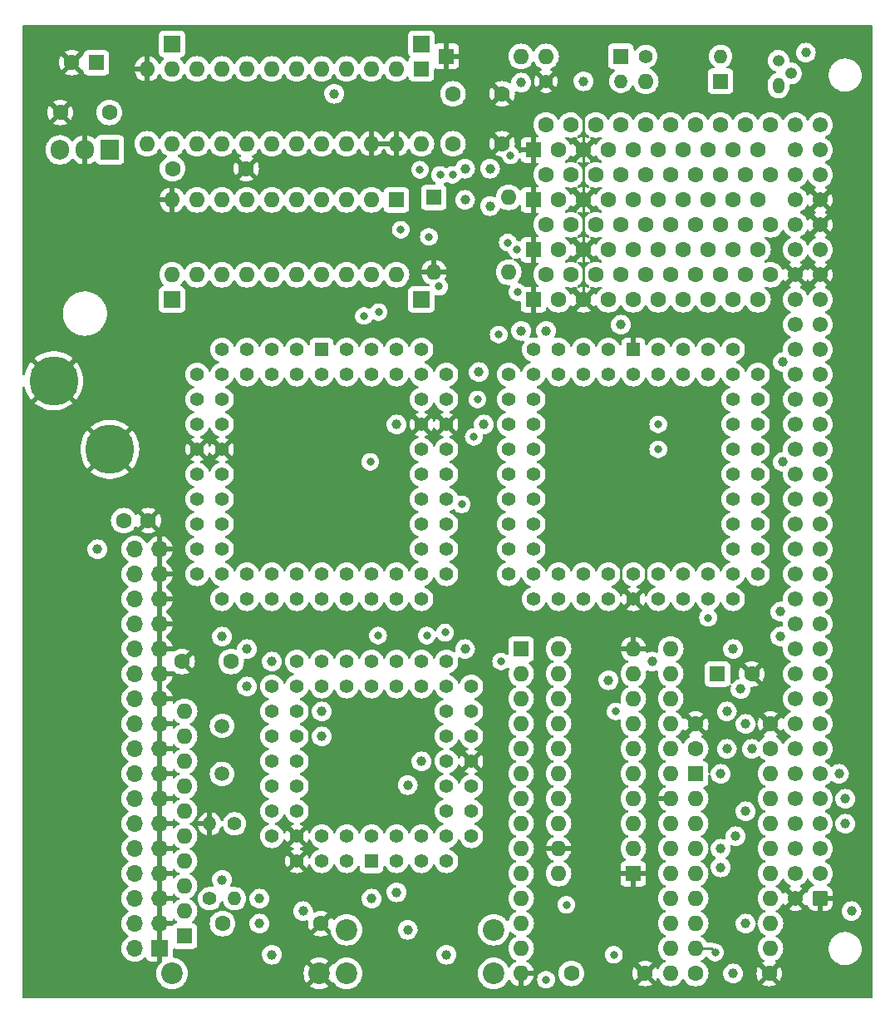
<source format=gbr>
%TF.GenerationSoftware,KiCad,Pcbnew,7.0.11+1*%
%TF.CreationDate,2024-04-14T15:49:11+02:00*%
%TF.ProjectId,GoldCard,476f6c64-4361-4726-942e-6b696361645f,rev?*%
%TF.SameCoordinates,Original*%
%TF.FileFunction,Copper,L3,Inr*%
%TF.FilePolarity,Positive*%
%FSLAX46Y46*%
G04 Gerber Fmt 4.6, Leading zero omitted, Abs format (unit mm)*
G04 Created by KiCad (PCBNEW 7.0.11+1) date 2024-04-14 15:49:11*
%MOMM*%
%LPD*%
G01*
G04 APERTURE LIST*
G04 Aperture macros list*
%AMRoundRect*
0 Rectangle with rounded corners*
0 $1 Rounding radius*
0 $2 $3 $4 $5 $6 $7 $8 $9 X,Y pos of 4 corners*
0 Add a 4 corners polygon primitive as box body*
4,1,4,$2,$3,$4,$5,$6,$7,$8,$9,$2,$3,0*
0 Add four circle primitives for the rounded corners*
1,1,$1+$1,$2,$3*
1,1,$1+$1,$4,$5*
1,1,$1+$1,$6,$7*
1,1,$1+$1,$8,$9*
0 Add four rect primitives between the rounded corners*
20,1,$1+$1,$2,$3,$4,$5,0*
20,1,$1+$1,$4,$5,$6,$7,0*
20,1,$1+$1,$6,$7,$8,$9,0*
20,1,$1+$1,$8,$9,$2,$3,0*%
G04 Aperture macros list end*
%TA.AperFunction,ComponentPad*%
%ADD10R,1.600000X1.600000*%
%TD*%
%TA.AperFunction,ComponentPad*%
%ADD11O,1.600000X1.600000*%
%TD*%
%TA.AperFunction,ComponentPad*%
%ADD12C,1.400000*%
%TD*%
%TA.AperFunction,ComponentPad*%
%ADD13O,1.400000X1.400000*%
%TD*%
%TA.AperFunction,ComponentPad*%
%ADD14R,1.700000X1.700000*%
%TD*%
%TA.AperFunction,ComponentPad*%
%ADD15O,1.700000X1.700000*%
%TD*%
%TA.AperFunction,ComponentPad*%
%ADD16O,1.200000X1.600000*%
%TD*%
%TA.AperFunction,ComponentPad*%
%ADD17O,1.200000X1.200000*%
%TD*%
%TA.AperFunction,ComponentPad*%
%ADD18C,0.800000*%
%TD*%
%TA.AperFunction,ComponentPad*%
%ADD19C,5.000000*%
%TD*%
%TA.AperFunction,ComponentPad*%
%ADD20C,2.200000*%
%TD*%
%TA.AperFunction,ComponentPad*%
%ADD21C,1.600000*%
%TD*%
%TA.AperFunction,ComponentPad*%
%ADD22C,1.000000*%
%TD*%
%TA.AperFunction,ComponentPad*%
%ADD23RoundRect,0.249999X0.525001X-0.525001X0.525001X0.525001X-0.525001X0.525001X-0.525001X-0.525001X0*%
%TD*%
%TA.AperFunction,ComponentPad*%
%ADD24C,1.550000*%
%TD*%
%TA.AperFunction,ComponentPad*%
%ADD25C,1.500000*%
%TD*%
%TA.AperFunction,ComponentPad*%
%ADD26R,1.422400X1.422400*%
%TD*%
%TA.AperFunction,ComponentPad*%
%ADD27C,1.422400*%
%TD*%
%TA.AperFunction,ComponentPad*%
%ADD28R,1.905000X2.000000*%
%TD*%
%TA.AperFunction,ComponentPad*%
%ADD29O,1.905000X2.000000*%
%TD*%
%TA.AperFunction,ViaPad*%
%ADD30C,0.800000*%
%TD*%
%TA.AperFunction,ViaPad*%
%ADD31C,1.000000*%
%TD*%
%TA.AperFunction,Conductor*%
%ADD32C,0.250000*%
%TD*%
G04 APERTURE END LIST*
D10*
%TO.N,GND*%
%TO.C,U6*%
X219456000Y-129540000D03*
D11*
%TO.N,unconnected-(U6-A0-Pad2)*%
X219456000Y-127000000D03*
%TO.N,/A10*%
X219456000Y-124460000D03*
%TO.N,/A17*%
X219456000Y-121920000D03*
%TO.N,/A11*%
X219456000Y-119380000D03*
%TO.N,/A9*%
X219456000Y-116840000D03*
%TO.N,/A8*%
X219456000Y-114300000D03*
%TO.N,/A13*%
X219456000Y-111760000D03*
%TO.N,/A14*%
X219456000Y-109220000D03*
%TO.N,GND*%
X219456000Y-106680000D03*
%TO.N,/AG14*%
X211836000Y-106680000D03*
%TO.N,/AG13*%
X211836000Y-109220000D03*
%TO.N,/AG8*%
X211836000Y-111760000D03*
%TO.N,/AG9*%
X211836000Y-114300000D03*
%TO.N,/AG11*%
X211836000Y-116840000D03*
%TO.N,/AG17*%
X211836000Y-119380000D03*
%TO.N,/AG10*%
X211836000Y-121920000D03*
%TO.N,unconnected-(U6-B0-Pad18)*%
X211836000Y-124460000D03*
%TO.N,GND*%
X211836000Y-127000000D03*
%TO.N,+5V*%
X211836000Y-129540000D03*
%TD*%
D12*
%TO.N,Net-(U12-SETCU)*%
%TO.C,R3*%
X176276000Y-132080000D03*
D13*
%TO.N,GND*%
X176276000Y-124460000D03*
%TD*%
D14*
%TO.N,GND*%
%TO.C,J2*%
X171196000Y-137160000D03*
D15*
%TO.N,unconnected-(J2-Pin_2-Pad2)*%
X168656000Y-137160000D03*
%TO.N,GND*%
X171196000Y-134620000D03*
%TO.N,unconnected-(J2-Pin_4-Pad4)*%
X168656000Y-134620000D03*
%TO.N,GND*%
X171196000Y-132080000D03*
%TO.N,unconnected-(J2-Pin_6-Pad6)*%
X168656000Y-132080000D03*
%TO.N,GND*%
X171196000Y-129540000D03*
%TO.N,/FDC_IP*%
X168656000Y-129540000D03*
%TO.N,GND*%
X171196000Y-127000000D03*
%TO.N,/DS0*%
X168656000Y-127000000D03*
%TO.N,GND*%
X171196000Y-124460000D03*
%TO.N,/DS1*%
X168656000Y-124460000D03*
%TO.N,GND*%
X171196000Y-121920000D03*
%TO.N,/DS2*%
X168656000Y-121920000D03*
%TO.N,GND*%
X171196000Y-119380000D03*
%TO.N,/MOTOR_ON*%
X168656000Y-119380000D03*
%TO.N,GND*%
X171196000Y-116840000D03*
%TO.N,/FDC_DIR*%
X168656000Y-116840000D03*
%TO.N,GND*%
X171196000Y-114300000D03*
%TO.N,/FDC_STEP*%
X168656000Y-114300000D03*
%TO.N,GND*%
X171196000Y-111760000D03*
%TO.N,/FDC_WD*%
X168656000Y-111760000D03*
%TO.N,GND*%
X171196000Y-109220000D03*
%TO.N,/FDC_WG*%
X168656000Y-109220000D03*
%TO.N,GND*%
X171196000Y-106680000D03*
%TO.N,/FDC_T0*%
X168656000Y-106680000D03*
%TO.N,GND*%
X171196000Y-104140000D03*
%TO.N,/FDC_WPRT*%
X168656000Y-104140000D03*
%TO.N,GND*%
X171196000Y-101600000D03*
%TO.N,/FDC_RD*%
X168656000Y-101600000D03*
%TO.N,GND*%
X171196000Y-99060000D03*
%TO.N,/FDC_HD*%
X168656000Y-99060000D03*
%TO.N,GND*%
X171196000Y-96520000D03*
%TO.N,unconnected-(J2-Pin_34-Pad34)*%
X168656000Y-96520000D03*
%TD*%
D10*
%TO.N,/RW*%
%TO.C,U4*%
X195326000Y-60960000D03*
D11*
%TO.N,/D7*%
X192786000Y-60960000D03*
%TO.N,/D6*%
X190246000Y-60960000D03*
%TO.N,/D5*%
X187706000Y-60960000D03*
%TO.N,/D4*%
X185166000Y-60960000D03*
%TO.N,/D3*%
X182626000Y-60960000D03*
%TO.N,/D2*%
X180086000Y-60960000D03*
%TO.N,/D1*%
X177546000Y-60960000D03*
%TO.N,/D0*%
X175006000Y-60960000D03*
%TO.N,GND*%
X172466000Y-60960000D03*
%TO.N,/DG0*%
X172466000Y-68580000D03*
%TO.N,/DG1*%
X175006000Y-68580000D03*
%TO.N,/DG2*%
X177546000Y-68580000D03*
%TO.N,/DG3*%
X180086000Y-68580000D03*
%TO.N,/DG4*%
X182626000Y-68580000D03*
%TO.N,/DG5*%
X185166000Y-68580000D03*
%TO.N,/DG6*%
X187706000Y-68580000D03*
%TO.N,/DG7*%
X190246000Y-68580000D03*
%TO.N,/RDL*%
X192786000Y-68580000D03*
%TO.N,+5V*%
X195326000Y-68580000D03*
%TD*%
D16*
%TO.N,/CSRTC*%
%TO.C,Q1*%
X234245700Y-49345300D03*
D17*
%TO.N,Net-(Q1-B)*%
X235515700Y-48075300D03*
%TO.N,Net-(Q1-C)*%
X234245700Y-46805300D03*
%TD*%
D10*
%TO.N,GND*%
%TO.C,D1*%
X200406000Y-46355000D03*
D11*
%TO.N,Net-(D1-A)*%
X208026000Y-46355000D03*
%TD*%
D18*
%TO.N,GND*%
%TO.C,H1*%
X158526000Y-79375000D03*
X159075175Y-78049175D03*
X159075175Y-80700825D03*
X160401000Y-77500000D03*
D19*
X160401000Y-79375000D03*
D18*
X160401000Y-81250000D03*
X161726825Y-78049175D03*
X161726825Y-80700825D03*
X162276000Y-79375000D03*
%TD*%
D20*
%TO.N,Net-(U12-FE50)*%
%TO.C,C3*%
X205232000Y-139700000D03*
%TO.N,Net-(C3-Pad2)*%
X190232000Y-139700000D03*
%TD*%
D21*
%TO.N,+5V*%
%TO.C,C10*%
X201081000Y-50165000D03*
%TO.N,GND*%
X206081000Y-50165000D03*
%TD*%
%TO.N,+5V*%
%TO.C,C14*%
X178482000Y-107950000D03*
%TO.N,GND*%
X173482000Y-107950000D03*
%TD*%
%TO.N,Net-(U7-XTAL_IN)*%
%TO.C,C1*%
X233426000Y-116800000D03*
%TO.N,GND*%
X233426000Y-114300000D03*
%TD*%
D22*
%TO.N,Net-(U7-XTAL_OUT)*%
%TO.C,Y3*%
X228981000Y-116840000D03*
%TO.N,Net-(U7-XTAL_IN)*%
X231521000Y-116840000D03*
%TD*%
D10*
%TO.N,GND*%
%TO.C,U8*%
X209296000Y-66040000D03*
D21*
%TO.N,/CAS0*%
X210566000Y-63500000D03*
%TO.N,/DG3*%
X211836000Y-66040000D03*
%TO.N,/DG1*%
X213106000Y-63500000D03*
%TO.N,GND*%
X214376000Y-66040000D03*
%TO.N,/DG0*%
X215646000Y-63500000D03*
%TO.N,/DG2*%
X216916000Y-66040000D03*
%TO.N,/RW*%
X218186000Y-63500000D03*
%TO.N,/RAS*%
X219456000Y-66040000D03*
%TO.N,/MA9*%
X220726000Y-63500000D03*
%TO.N,/MA0*%
X221996000Y-66040000D03*
%TO.N,/MA1*%
X223266000Y-63500000D03*
%TO.N,/MA2*%
X224536000Y-66040000D03*
%TO.N,/MA3*%
X225806000Y-63500000D03*
%TO.N,+5V*%
X227076000Y-66040000D03*
%TO.N,/MA4*%
X228346000Y-63500000D03*
%TO.N,/MA5*%
X229616000Y-66040000D03*
%TO.N,/MA6*%
X230886000Y-63500000D03*
%TO.N,/MA7*%
X232156000Y-66040000D03*
%TO.N,/MA8*%
X233426000Y-63500000D03*
%TD*%
D14*
%TO.N,unconnected-(J5-Pin_1-Pad1)*%
%TO.C,J5*%
X197866000Y-71120000D03*
%TD*%
D21*
%TO.N,+5V*%
%TO.C,C15*%
X201081000Y-55245000D03*
%TO.N,GND*%
X206081000Y-55245000D03*
%TD*%
D14*
%TO.N,unconnected-(J6-Pin_1-Pad1)*%
%TO.C,J6*%
X172466000Y-45085000D03*
%TD*%
D12*
%TO.N,GND*%
%TO.C,R1*%
X210566000Y-48895000D03*
D13*
%TO.N,Net-(D3-A)*%
X218186000Y-48895000D03*
%TD*%
D20*
%TO.N,Net-(U12-FE25)*%
%TO.C,C4*%
X205232000Y-135255000D03*
%TO.N,Net-(C3-Pad2)*%
X190232000Y-135255000D03*
%TD*%
D21*
%TO.N,Net-(U12-FILT)*%
%TO.C,C6*%
X177606000Y-134620000D03*
%TO.N,GND*%
X187606000Y-134620000D03*
%TD*%
D10*
%TO.N,+5V*%
%TO.C,X1*%
X199136000Y-60706000D03*
D11*
%TO.N,GND*%
X199136000Y-68326000D03*
%TO.N,/16MHZ*%
X206756000Y-68326000D03*
%TO.N,+5V*%
X206756000Y-60706000D03*
%TD*%
D10*
%TO.N,+5V*%
%TO.C,C16*%
X228021000Y-109220000D03*
D21*
%TO.N,GND*%
X231521000Y-109220000D03*
%TD*%
D23*
%TO.N,GND*%
%TO.C,J1*%
X238506000Y-132080000D03*
D24*
%TO.N,/D3*%
X238506000Y-129540000D03*
%TO.N,/D4*%
X238506000Y-127000000D03*
%TO.N,/D5*%
X238506000Y-124460000D03*
%TO.N,/D6*%
X238506000Y-121920000D03*
%TO.N,/D7*%
X238506000Y-119380000D03*
%TO.N,/A18*%
X238506000Y-116840000D03*
X238506000Y-114300000D03*
%TO.N,/A17*%
X238506000Y-111760000D03*
%TO.N,/A16*%
X238506000Y-109220000D03*
%TO.N,unconnected-(J1-CLKCPU-Pada11)*%
X238506000Y-106680000D03*
%TO.N,unconnected-(J1-RED-Pada12)*%
X238506000Y-104140000D03*
%TO.N,/A14*%
X238506000Y-101600000D03*
%TO.N,/A13*%
X238506000Y-99060000D03*
%TO.N,/A12*%
X238506000Y-96520000D03*
%TO.N,/A11*%
X238506000Y-93980000D03*
%TO.N,/A10*%
X238506000Y-91440000D03*
%TO.N,/A9*%
X238506000Y-88900000D03*
%TO.N,/A8*%
X238506000Y-86360000D03*
%TO.N,/A7*%
X238506000Y-83820000D03*
%TO.N,/A6*%
X238506000Y-81280000D03*
%TO.N,/A5*%
X238506000Y-78740000D03*
%TO.N,/A4*%
X238506000Y-76200000D03*
%TO.N,/A3*%
X238506000Y-73660000D03*
%TO.N,unconnected-(J1-~{DBG}-Pada25)*%
X238506000Y-71120000D03*
%TO.N,GND*%
X238506000Y-68580000D03*
%TO.N,unconnected-(J1-~{DSMC}-Pada27)*%
X238506000Y-66040000D03*
%TO.N,GND*%
X238506000Y-63500000D03*
X238506000Y-60960000D03*
%TO.N,unconnected-(J1-+12V-Pada30)*%
X238506000Y-58420000D03*
%TO.N,unconnected-(J1--12V-Pada31)*%
X238506000Y-55880000D03*
%TO.N,+9V*%
X238506000Y-53340000D03*
%TO.N,GND*%
X235966000Y-132080000D03*
%TO.N,/D2*%
X235966000Y-129540000D03*
%TO.N,/D1*%
X235966000Y-127000000D03*
%TO.N,/D0*%
X235966000Y-124460000D03*
%TO.N,unconnected-(J1-~{AS}-Padb5)*%
X235966000Y-121920000D03*
%TO.N,/DS*%
X235966000Y-119380000D03*
%TO.N,/RDW*%
X235966000Y-116840000D03*
%TO.N,/DTACK*%
X235966000Y-114300000D03*
%TO.N,unconnected-(J1-~{BG}-Padb9)*%
X235966000Y-111760000D03*
%TO.N,/A18*%
X235966000Y-109220000D03*
%TO.N,/A15*%
X235966000Y-106680000D03*
%TO.N,/RESET*%
X235966000Y-104140000D03*
%TO.N,unconnected-(J1-~{CSYNC}-Padb13)*%
X235966000Y-101600000D03*
%TO.N,unconnected-(J1-E-Padb14)*%
X235966000Y-99060000D03*
%TO.N,/VSYNC*%
X235966000Y-96520000D03*
%TO.N,/VPA*%
X235966000Y-93980000D03*
%TO.N,unconnected-(J1-GREEN-Padb17)*%
X235966000Y-91440000D03*
%TO.N,unconnected-(J1-BLUE-Padb18)*%
X235966000Y-88900000D03*
%TO.N,unconnected-(J1-FC2-Padb19)*%
X235966000Y-86360000D03*
%TO.N,/FC1*%
X235966000Y-83820000D03*
%TO.N,/FC0*%
X235966000Y-81280000D03*
%TO.N,/A0*%
X235966000Y-78740000D03*
%TO.N,unconnected-(J1-ROMOEH-Padb23)*%
X235966000Y-76200000D03*
%TO.N,/A1*%
X235966000Y-73660000D03*
%TO.N,/A2*%
X235966000Y-71120000D03*
%TO.N,GND*%
X235966000Y-68580000D03*
%TO.N,/IPL0*%
X235966000Y-66040000D03*
%TO.N,unconnected-(J1-~{BERR}-Padb28)*%
X235966000Y-63500000D03*
%TO.N,/IPL1*%
X235966000Y-60960000D03*
%TO.N,unconnected-(J1-~{EXTINT}-Padb30)*%
X235966000Y-58420000D03*
%TO.N,+9V*%
X235966000Y-55880000D03*
X235966000Y-53340000D03*
%TD*%
D25*
%TO.N,Net-(U12-OSC2{slash}CLK)*%
%TO.C,Y2*%
X177546000Y-119380000D03*
%TO.N,Net-(U12-OSC1)*%
X177546000Y-114500000D03*
%TD*%
D26*
%TO.N,GND*%
%TO.C,U2*%
X219456000Y-76200000D03*
D27*
%TO.N,/RAS*%
X219456000Y-78740000D03*
%TO.N,/DTA*%
X216916000Y-76200000D03*
%TO.N,/A0*%
X216916000Y-78740000D03*
%TO.N,/RDH*%
X214376000Y-76200000D03*
%TO.N,/WRH*%
X214376000Y-78740000D03*
%TO.N,/CAS0*%
X211836000Y-76200000D03*
%TO.N,/CAS1*%
X211836000Y-78740000D03*
%TO.N,/RDL*%
X209296000Y-76200000D03*
%TO.N,/UDS*%
X206756000Y-78740000D03*
%TO.N,/DTACK*%
X209296000Y-78740000D03*
%TO.N,/LDS*%
X206756000Y-81280000D03*
%TO.N,unconnected-(U2-I{slash}O_12A-Pad13)*%
X209296000Y-81280000D03*
%TO.N,/RW*%
X206756000Y-83820000D03*
%TO.N,/AG3*%
X209296000Y-83820000D03*
%TO.N,/AG5*%
X206756000Y-86360000D03*
%TO.N,/RESET*%
X209296000Y-86360000D03*
%TO.N,+5V*%
X206756000Y-88900000D03*
%TO.N,/AG19*%
X209296000Y-88900000D03*
%TO.N,/16MHZ*%
X206756000Y-91440000D03*
%TO.N,/AG20*%
X209296000Y-91440000D03*
%TO.N,/AG17*%
X206756000Y-93980000D03*
%TO.N,unconnected-(U2-I{slash}O_13B-Pad23)*%
X209296000Y-93980000D03*
%TO.N,/AG16*%
X206756000Y-96520000D03*
%TO.N,/AG14*%
X209296000Y-96520000D03*
%TO.N,/AG13*%
X206756000Y-99060000D03*
%TO.N,/A12*%
X209296000Y-101600000D03*
%TO.N,/A15*%
X209296000Y-99060000D03*
%TO.N,/A6*%
X211836000Y-101600000D03*
%TO.N,/A7*%
X211836000Y-99060000D03*
%TO.N,/A4*%
X214376000Y-101600000D03*
%TO.N,/A5*%
X214376000Y-99060000D03*
%TO.N,/A3*%
X216916000Y-101600000D03*
%TO.N,/A2*%
X216916000Y-99060000D03*
%TO.N,GND*%
X219456000Y-101600000D03*
%TO.N,/AG1*%
X219456000Y-99060000D03*
%TO.N,/A1*%
X221996000Y-101600000D03*
%TO.N,/CSRTC*%
X221996000Y-99060000D03*
%TO.N,/RDW*%
X224536000Y-101600000D03*
%TO.N,/A16*%
X224536000Y-99060000D03*
%TO.N,/MA5*%
X227076000Y-101600000D03*
%TO.N,/MA8*%
X227076000Y-99060000D03*
%TO.N,/DS*%
X229616000Y-101600000D03*
%TO.N,/FDCON_CS*%
X232156000Y-99060000D03*
%TO.N,/CSROM*%
X229616000Y-99060000D03*
%TO.N,unconnected-(U2-I{slash}O_35C-Pad46)*%
X232156000Y-96520000D03*
%TO.N,/RESFDC*%
X229616000Y-96520000D03*
%TO.N,/AG2*%
X232156000Y-93980000D03*
%TO.N,/AG4*%
X229616000Y-93980000D03*
%TO.N,/AG8*%
X232156000Y-91440000D03*
%TO.N,/AG6*%
X229616000Y-91440000D03*
%TO.N,+5V*%
X232156000Y-88900000D03*
%TO.N,/AG10*%
X229616000Y-88900000D03*
%TO.N,/AG12*%
X232156000Y-86360000D03*
%TO.N,/AG11*%
X229616000Y-86360000D03*
%TO.N,/AG15*%
X232156000Y-83820000D03*
%TO.N,/AG18*%
X229616000Y-83820000D03*
%TO.N,/AG9*%
X232156000Y-81280000D03*
%TO.N,/AG7*%
X229616000Y-81280000D03*
%TO.N,unconnected-(U2-I{slash}O_40D-Pad60)*%
X232156000Y-78740000D03*
%TO.N,/MA6*%
X229616000Y-76200000D03*
%TO.N,/MA7*%
X229616000Y-78740000D03*
%TO.N,/MA4*%
X227076000Y-76200000D03*
%TO.N,/MA3*%
X227076000Y-78740000D03*
%TO.N,/MA2*%
X224536000Y-76200000D03*
%TO.N,/MA1*%
X224536000Y-78740000D03*
%TO.N,/MA0*%
X221996000Y-76200000D03*
%TO.N,/MA9*%
X221996000Y-78740000D03*
%TD*%
D26*
%TO.N,/DG4*%
%TO.C,U1*%
X187706000Y-76200000D03*
D27*
%TO.N,/DG3*%
X187706000Y-78740000D03*
%TO.N,/DG2*%
X185166000Y-76200000D03*
%TO.N,/DG1*%
X185166000Y-78740000D03*
%TO.N,/DG0*%
X182626000Y-76200000D03*
%TO.N,unconnected-(U1-AS-Pad6)*%
X182626000Y-78740000D03*
%TO.N,/UDS*%
X180086000Y-76200000D03*
%TO.N,/LDS*%
X180086000Y-78740000D03*
%TO.N,/RW*%
X177546000Y-76200000D03*
%TO.N,/DTA*%
X175006000Y-78740000D03*
%TO.N,unconnected-(U1-BG-Pad11)*%
X177546000Y-78740000D03*
%TO.N,+5V*%
X175006000Y-81280000D03*
X177546000Y-81280000D03*
X175006000Y-83820000D03*
%TO.N,/16MHZ*%
X177546000Y-83820000D03*
%TO.N,GND*%
X175006000Y-86360000D03*
X177546000Y-86360000D03*
%TO.N,unconnected-(U1-NC-Pad18)*%
X175006000Y-88900000D03*
%TO.N,/RESET*%
X177546000Y-88900000D03*
X175006000Y-91440000D03*
%TO.N,unconnected-(U1-VMA-Pad21)*%
X177546000Y-91440000D03*
%TO.N,unconnected-(U1-E-Pad22)*%
X175006000Y-93980000D03*
%TO.N,/VPA*%
X177546000Y-93980000D03*
%TO.N,+5V*%
X175006000Y-96520000D03*
%TO.N,unconnected-(U1-IPL2-Pad25)*%
X177546000Y-96520000D03*
%TO.N,/IPL1*%
X175006000Y-99060000D03*
%TO.N,/IPL0*%
X177546000Y-101600000D03*
%TO.N,unconnected-(U1-FC2-Pad28)*%
X177546000Y-99060000D03*
%TO.N,/FC1*%
X180086000Y-101600000D03*
%TO.N,/FC0*%
X180086000Y-99060000D03*
%TO.N,unconnected-(U1-NC-Pad31)*%
X182626000Y-101600000D03*
%TO.N,/AG1*%
X182626000Y-99060000D03*
%TO.N,/AG2*%
X185166000Y-101600000D03*
%TO.N,/AG3*%
X185166000Y-99060000D03*
%TO.N,/AG4*%
X187706000Y-101600000D03*
%TO.N,/AG5*%
X187706000Y-99060000D03*
%TO.N,/AG6*%
X190246000Y-101600000D03*
%TO.N,/AG7*%
X190246000Y-99060000D03*
%TO.N,/AG8*%
X192786000Y-101600000D03*
%TO.N,/AG9*%
X192786000Y-99060000D03*
%TO.N,/AG10*%
X195326000Y-101600000D03*
%TO.N,/AG11*%
X195326000Y-99060000D03*
%TO.N,/AG12*%
X197866000Y-101600000D03*
%TO.N,/AG13*%
X200406000Y-99060000D03*
%TO.N,/AG14*%
X197866000Y-99060000D03*
%TO.N,/AG15*%
X200406000Y-96520000D03*
%TO.N,/AG16*%
X197866000Y-96520000D03*
%TO.N,/AG17*%
X200406000Y-93980000D03*
%TO.N,/AG18*%
X197866000Y-93980000D03*
%TO.N,/AG19*%
X200406000Y-91440000D03*
%TO.N,/AG20*%
X197866000Y-91440000D03*
%TO.N,+5V*%
X200406000Y-88900000D03*
%TO.N,unconnected-(U1-A21-Pad53)*%
X197866000Y-88900000D03*
%TO.N,unconnected-(U1-A22-Pad54)*%
X200406000Y-86360000D03*
%TO.N,unconnected-(U1-A23-Pad55)*%
X197866000Y-86360000D03*
%TO.N,GND*%
X200406000Y-83820000D03*
X197866000Y-83820000D03*
%TO.N,/DG15*%
X200406000Y-81280000D03*
%TO.N,/DG14*%
X197866000Y-81280000D03*
%TO.N,/DG13*%
X200406000Y-78740000D03*
%TO.N,/DG12*%
X197866000Y-76200000D03*
%TO.N,/DG11*%
X197866000Y-78740000D03*
%TO.N,/DG10*%
X195326000Y-76200000D03*
%TO.N,/DG9*%
X195326000Y-78740000D03*
%TO.N,/DG8*%
X192786000Y-76200000D03*
%TO.N,/DG7*%
X192786000Y-78740000D03*
%TO.N,/DG6*%
X190246000Y-76200000D03*
%TO.N,/DG5*%
X190246000Y-78740000D03*
%TD*%
D21*
%TO.N,+5V*%
%TO.C,C7*%
X225806000Y-139700000D03*
%TO.N,GND*%
X233306000Y-139700000D03*
%TD*%
%TO.N,+5V*%
%TO.C,C11*%
X167533000Y-93599000D03*
%TO.N,GND*%
X170033000Y-93599000D03*
%TD*%
D12*
%TO.N,Net-(U12-FILT)*%
%TO.C,R4*%
X178816000Y-124460000D03*
D13*
%TO.N,Net-(C3-Pad2)*%
X178816000Y-132080000D03*
%TD*%
D10*
%TO.N,/WRH*%
%TO.C,U5*%
X197866000Y-47625000D03*
D11*
X195326000Y-47625000D03*
%TO.N,/RW*%
X192786000Y-47625000D03*
%TO.N,/D7*%
X190246000Y-47625000D03*
%TO.N,/D6*%
X187706000Y-47625000D03*
%TO.N,/D5*%
X185166000Y-47625000D03*
%TO.N,/D4*%
X182626000Y-47625000D03*
%TO.N,/D3*%
X180086000Y-47625000D03*
%TO.N,/D2*%
X177546000Y-47625000D03*
%TO.N,/D1*%
X175006000Y-47625000D03*
%TO.N,/D0*%
X172466000Y-47625000D03*
%TO.N,GND*%
X169926000Y-47625000D03*
%TO.N,/DG8*%
X169926000Y-55245000D03*
%TO.N,/DG9*%
X172466000Y-55245000D03*
%TO.N,/DG10*%
X175006000Y-55245000D03*
%TO.N,/DG11*%
X177546000Y-55245000D03*
%TO.N,/DG12*%
X180086000Y-55245000D03*
%TO.N,/DG13*%
X182626000Y-55245000D03*
%TO.N,/DG14*%
X185166000Y-55245000D03*
%TO.N,/DG15*%
X187706000Y-55245000D03*
%TO.N,/RDH*%
X190246000Y-55245000D03*
%TO.N,GND*%
X192786000Y-55245000D03*
X195326000Y-55245000D03*
%TO.N,+5V*%
X197866000Y-55245000D03*
%TD*%
D21*
%TO.N,+5V*%
%TO.C,C12*%
X172506000Y-57785000D03*
%TO.N,GND*%
X180006000Y-57785000D03*
%TD*%
D28*
%TO.N,+9V*%
%TO.C,U0*%
X166116000Y-55880000D03*
D29*
%TO.N,GND*%
X163576000Y-55880000D03*
%TO.N,+5V*%
X161036000Y-55880000D03*
%TD*%
D21*
%TO.N,+5V*%
%TO.C,C13*%
X213146000Y-139700000D03*
%TO.N,GND*%
X220646000Y-139700000D03*
%TD*%
D10*
%TO.N,GND*%
%TO.C,U11*%
X209296000Y-60960000D03*
D21*
%TO.N,/CAS1*%
X210566000Y-58420000D03*
%TO.N,/DG14*%
X211836000Y-60960000D03*
%TO.N,/DG13*%
X213106000Y-58420000D03*
%TO.N,GND*%
X214376000Y-60960000D03*
%TO.N,/DG12*%
X215646000Y-58420000D03*
%TO.N,/DG15*%
X216916000Y-60960000D03*
%TO.N,/RW*%
X218186000Y-58420000D03*
%TO.N,/RAS*%
X219456000Y-60960000D03*
%TO.N,/MA9*%
X220726000Y-58420000D03*
%TO.N,/MA0*%
X221996000Y-60960000D03*
%TO.N,/MA1*%
X223266000Y-58420000D03*
%TO.N,/MA2*%
X224536000Y-60960000D03*
%TO.N,/MA3*%
X225806000Y-58420000D03*
%TO.N,+5V*%
X227076000Y-60960000D03*
%TO.N,/MA4*%
X228346000Y-58420000D03*
%TO.N,/MA5*%
X229616000Y-60960000D03*
%TO.N,/MA6*%
X230886000Y-58420000D03*
%TO.N,/MA7*%
X232156000Y-60960000D03*
%TO.N,/MA8*%
X233426000Y-58420000D03*
%TD*%
D14*
%TO.N,+5V*%
%TO.C,J4*%
X172466000Y-71120000D03*
%TD*%
D10*
%TO.N,Net-(Q1-C)*%
%TO.C,U7*%
X225806000Y-119380000D03*
D11*
%TO.N,/A1*%
X225806000Y-121920000D03*
%TO.N,/RDW*%
X225806000Y-124460000D03*
%TO.N,/D7*%
X225806000Y-127000000D03*
%TO.N,/D6*%
X225806000Y-129540000D03*
%TO.N,/D5*%
X225806000Y-132080000D03*
%TO.N,/D4*%
X225806000Y-134620000D03*
%TO.N,Net-(D1-A)*%
X225806000Y-137160000D03*
%TO.N,/A5*%
X233426000Y-137160000D03*
%TO.N,/A4*%
X233426000Y-134620000D03*
%TO.N,/A3*%
X233426000Y-132080000D03*
%TO.N,/A2*%
X233426000Y-129540000D03*
%TO.N,unconnected-(U7-~{INT}-Pad13)*%
X233426000Y-127000000D03*
%TO.N,Net-(U7-XTAL_OUT)*%
X233426000Y-124460000D03*
%TO.N,Net-(U7-XTAL_IN)*%
X233426000Y-121920000D03*
%TO.N,+5V*%
X233426000Y-119380000D03*
%TD*%
D18*
%TO.N,GND*%
%TO.C,H2*%
X164241000Y-86360000D03*
X164790175Y-85034175D03*
X164790175Y-87685825D03*
X166116000Y-84485000D03*
D19*
X166116000Y-86360000D03*
D18*
X166116000Y-88235000D03*
X167441825Y-85034175D03*
X167441825Y-87685825D03*
X167991000Y-86360000D03*
%TD*%
D10*
%TO.N,/A15*%
%TO.C,U3*%
X208026000Y-106680000D03*
D11*
%TO.N,/A12*%
X208026000Y-109220000D03*
%TO.N,/A7*%
X208026000Y-111760000D03*
%TO.N,/A6*%
X208026000Y-114300000D03*
%TO.N,/A5*%
X208026000Y-116840000D03*
%TO.N,/A4*%
X208026000Y-119380000D03*
%TO.N,/A3*%
X208026000Y-121920000D03*
%TO.N,/A2*%
X208026000Y-124460000D03*
%TO.N,/A1*%
X208026000Y-127000000D03*
%TO.N,/A0*%
X208026000Y-129540000D03*
%TO.N,/D0*%
X208026000Y-132080000D03*
%TO.N,/D1*%
X208026000Y-134620000D03*
%TO.N,/D2*%
X208026000Y-137160000D03*
%TO.N,GND*%
X208026000Y-139700000D03*
%TO.N,/D3*%
X223266000Y-139700000D03*
%TO.N,/D4*%
X223266000Y-137160000D03*
%TO.N,/D5*%
X223266000Y-134620000D03*
%TO.N,/D6*%
X223266000Y-132080000D03*
%TO.N,/D7*%
X223266000Y-129540000D03*
%TO.N,/CSROM*%
X223266000Y-127000000D03*
%TO.N,/A10*%
X223266000Y-124460000D03*
%TO.N,GND*%
X223266000Y-121920000D03*
%TO.N,/A11*%
X223266000Y-119380000D03*
%TO.N,/A9*%
X223266000Y-116840000D03*
%TO.N,/A8*%
X223266000Y-114300000D03*
%TO.N,/A13*%
X223266000Y-111760000D03*
%TO.N,/A14*%
X223266000Y-109220000D03*
%TO.N,+5V*%
X223266000Y-106680000D03*
%TD*%
D20*
%TO.N,Net-(C3-Pad2)*%
%TO.C,C5*%
X172466000Y-139700000D03*
%TO.N,GND*%
X187466000Y-139700000D03*
%TD*%
D10*
%TO.N,GND*%
%TO.C,U9*%
X209296000Y-71120000D03*
D21*
%TO.N,/CAS0*%
X210566000Y-68580000D03*
%TO.N,/DG7*%
X211836000Y-71120000D03*
%TO.N,/DG5*%
X213106000Y-68580000D03*
%TO.N,GND*%
X214376000Y-71120000D03*
%TO.N,/DG4*%
X215646000Y-68580000D03*
%TO.N,/DG6*%
X216916000Y-71120000D03*
%TO.N,/RW*%
X218186000Y-68580000D03*
%TO.N,/RAS*%
X219456000Y-71120000D03*
%TO.N,/MA9*%
X220726000Y-68580000D03*
%TO.N,/MA0*%
X221996000Y-71120000D03*
%TO.N,/MA1*%
X223266000Y-68580000D03*
%TO.N,/MA2*%
X224536000Y-71120000D03*
%TO.N,/MA3*%
X225806000Y-68580000D03*
%TO.N,+5V*%
X227076000Y-71120000D03*
%TO.N,/MA4*%
X228346000Y-68580000D03*
%TO.N,/MA5*%
X229616000Y-71120000D03*
%TO.N,/MA6*%
X230886000Y-68580000D03*
%TO.N,/MA7*%
X232156000Y-71120000D03*
%TO.N,/MA8*%
X233426000Y-68580000D03*
%TD*%
%TO.N,Net-(U7-XTAL_OUT)*%
%TO.C,C2*%
X225806000Y-116820000D03*
%TO.N,GND*%
X225806000Y-114320000D03*
%TD*%
D10*
%TO.N,+9V*%
%TO.C,D3*%
X228346000Y-48895000D03*
D11*
%TO.N,Net-(D3-A)*%
X220726000Y-48895000D03*
%TD*%
D26*
%TO.N,/DS2*%
%TO.C,U12*%
X192786000Y-128270000D03*
D27*
%TO.N,N/C*%
X192786000Y-125730000D03*
%TO.N,/FDC_WD*%
X195326000Y-128270000D03*
%TO.N,/FDC_DIR*%
X195326000Y-125730000D03*
%TO.N,/MOTOR_ON*%
X197866000Y-128270000D03*
X197866000Y-125730000D03*
%TO.N,/DS1*%
X200406000Y-128270000D03*
%TO.N,/DS0*%
X202946000Y-125730000D03*
%TO.N,/FDC_HD*%
X200406000Y-125730000D03*
%TO.N,/FDC_T0*%
X202946000Y-123190000D03*
%TO.N,/FDC_IP*%
X200406000Y-123190000D03*
%TO.N,/FDC_WPRT*%
X202946000Y-120650000D03*
%TO.N,N/C*%
X200406000Y-120650000D03*
%TO.N,GND*%
X202946000Y-118110000D03*
%TO.N,+5V*%
X200406000Y-118110000D03*
%TO.N,/RDW*%
X202946000Y-115570000D03*
%TO.N,/A1*%
X200406000Y-115570000D03*
%TO.N,/FDCON_CS*%
X202946000Y-113030000D03*
%TO.N,/A5*%
X200406000Y-113030000D03*
%TO.N,/A6*%
X202946000Y-110490000D03*
%TO.N,/A7*%
X200406000Y-107950000D03*
%TO.N,/D0*%
X200406000Y-110490000D03*
%TO.N,/D1*%
X197866000Y-107950000D03*
%TO.N,/D2*%
X197866000Y-110490000D03*
%TO.N,/D3*%
X195326000Y-107950000D03*
%TO.N,/D4*%
X195326000Y-110490000D03*
%TO.N,N/C*%
X192786000Y-107950000D03*
%TO.N,/D5*%
X192786000Y-110490000D03*
%TO.N,/D6*%
X190246000Y-107950000D03*
%TO.N,/D7*%
X190246000Y-110490000D03*
%TO.N,unconnected-(U12-DRQ-Pad31)*%
X187706000Y-107950000D03*
%TO.N,+5V*%
X187706000Y-110490000D03*
X185166000Y-107950000D03*
%TO.N,unconnected-(U12-INTRQ-Pad34)*%
X182626000Y-110490000D03*
%TO.N,/VSYNC*%
X185166000Y-110490000D03*
%TO.N,N/C*%
X182626000Y-113030000D03*
X185166000Y-113030000D03*
%TO.N,Net-(U12-OSC1)*%
X182626000Y-115570000D03*
%TO.N,Net-(U12-OSC2{slash}CLK)*%
X185166000Y-115570000D03*
%TO.N,Net-(U12-FILT)*%
X182626000Y-118110000D03*
%TO.N,Net-(U12-FE50)*%
X185166000Y-118110000D03*
%TO.N,Net-(U12-FE25)*%
X182626000Y-120650000D03*
%TO.N,unconnected-(U12-DR3-Pad43)*%
X185166000Y-120650000D03*
%TO.N,/FDC_RD*%
X182626000Y-123190000D03*
%TO.N,/MOTOR_ON*%
X185166000Y-123190000D03*
%TO.N,N/C*%
X182626000Y-125730000D03*
%TO.N,GND*%
X185166000Y-128270000D03*
X185166000Y-125730000D03*
%TO.N,/FDC_WG*%
X187706000Y-128270000D03*
%TO.N,/FDC_STEP*%
X187706000Y-125730000D03*
%TO.N,unconnected-(U12-RPM{slash}LC-Pad51)*%
X190246000Y-128270000D03*
%TO.N,unconnected-(U12-MOTOR3-Pad52)*%
X190246000Y-125730000D03*
%TD*%
D10*
%TO.N,Net-(D2-K)*%
%TO.C,D2*%
X218186000Y-46355000D03*
D11*
%TO.N,Net-(D1-A)*%
X210566000Y-46355000D03*
%TD*%
D21*
%TO.N,+9V*%
%TO.C,C9*%
X166076000Y-52070000D03*
%TO.N,GND*%
X161076000Y-52070000D03*
%TD*%
D10*
%TO.N,GND*%
%TO.C,U10*%
X209296000Y-55880000D03*
D21*
%TO.N,/CAS1*%
X210566000Y-53340000D03*
%TO.N,/DG11*%
X211836000Y-55880000D03*
%TO.N,/DG10*%
X213106000Y-53340000D03*
%TO.N,GND*%
X214376000Y-55880000D03*
%TO.N,/DG8*%
X215646000Y-53340000D03*
%TO.N,/DG9*%
X216916000Y-55880000D03*
%TO.N,/RW*%
X218186000Y-53340000D03*
%TO.N,/RAS*%
X219456000Y-55880000D03*
%TO.N,/MA9*%
X220726000Y-53340000D03*
%TO.N,/MA0*%
X221996000Y-55880000D03*
%TO.N,/MA1*%
X223266000Y-53340000D03*
%TO.N,/MA2*%
X224536000Y-55880000D03*
%TO.N,/MA3*%
X225806000Y-53340000D03*
%TO.N,+5V*%
X227076000Y-55880000D03*
%TO.N,/MA4*%
X228346000Y-53340000D03*
%TO.N,/MA5*%
X229616000Y-55880000D03*
%TO.N,/MA6*%
X230886000Y-53340000D03*
%TO.N,/MA7*%
X232156000Y-55880000D03*
%TO.N,/MA8*%
X233426000Y-53340000D03*
%TD*%
D12*
%TO.N,Net-(D3-A)*%
%TO.C,R2*%
X220726000Y-46355000D03*
D13*
%TO.N,Net-(Q1-B)*%
X228346000Y-46355000D03*
%TD*%
D10*
%TO.N,+9V*%
%TO.C,C8*%
X164737400Y-46990000D03*
D21*
%TO.N,GND*%
X162237400Y-46990000D03*
%TD*%
D14*
%TO.N,Net-(D2-K)*%
%TO.C,J3*%
X197866000Y-45085000D03*
%TD*%
D10*
%TO.N,+5V*%
%TO.C,RN1*%
X173736000Y-135890000D03*
D11*
%TO.N,unconnected-(RN1-R1-Pad2)*%
X173736000Y-133350000D03*
%TO.N,/FDC_IP*%
X173736000Y-130810000D03*
%TO.N,/DS0*%
X173736000Y-128270000D03*
%TO.N,/DS1*%
X173736000Y-125730000D03*
%TO.N,/FDC_RD*%
X173736000Y-123190000D03*
%TO.N,/FDC_T0*%
X173736000Y-120650000D03*
%TO.N,unconnected-(RN1-R7-Pad8)*%
X173736000Y-118110000D03*
%TO.N,/FDC_WPRT*%
X173736000Y-115570000D03*
%TO.N,/DS2*%
X173736000Y-113030000D03*
%TD*%
D30*
%TO.N,/AG9*%
X221996000Y-83820000D03*
%TO.N,/DTA*%
X203581000Y-81280000D03*
D31*
%TO.N,/RDW*%
X230886000Y-123190000D03*
%TO.N,/DTACK*%
X234696000Y-77470000D03*
D30*
%TO.N,/VSYNC*%
X193446400Y-105320000D03*
X198411000Y-105320000D03*
%TO.N,/FC1*%
X192654550Y-87630000D03*
%TO.N,/FC0*%
X203205000Y-85090000D03*
D31*
%TO.N,/A3*%
X228346000Y-127000000D03*
%TO.N,/A4*%
X229616000Y-139700000D03*
D30*
X210566000Y-140335000D03*
D31*
%TO.N,/A9*%
X241046000Y-121920000D03*
%TO.N,/A10*%
X241046000Y-124460000D03*
%TO.N,/A11*%
X240411000Y-119380000D03*
%TO.N,/A17*%
X216916000Y-109855000D03*
D30*
%TO.N,/IPL0*%
X201962300Y-91952800D03*
D31*
%TO.N,/D7*%
X195326000Y-131445000D03*
%TO.N,/D6*%
X192786000Y-132080000D03*
%TO.N,/D5*%
X185801000Y-133350000D03*
X187706000Y-113030000D03*
%TO.N,/D4*%
X187706000Y-115570000D03*
X200406000Y-137795000D03*
%TO.N,/D3*%
X182626000Y-107950000D03*
X182626000Y-137795000D03*
%TO.N,/IPL1*%
X237033000Y-45974000D03*
X164846000Y-96520000D03*
%TO.N,/A2*%
X228346000Y-128905000D03*
X210566000Y-74295000D03*
%TO.N,/A1*%
X218186000Y-73660000D03*
%TO.N,/VPA*%
X234442000Y-105410000D03*
%TO.N,/RESET*%
X195326000Y-83820000D03*
D30*
X221996000Y-86360000D03*
X227076000Y-103505000D03*
D31*
%TO.N,+5V*%
X202311000Y-106680000D03*
%TO.N,/DS*%
X234442000Y-102870000D03*
D30*
%TO.N,/D0*%
X212635600Y-132715000D03*
D31*
X177546000Y-130175000D03*
X177546000Y-105410000D03*
%TO.N,/D1*%
X180086000Y-106680000D03*
X181356000Y-132080000D03*
D30*
%TO.N,/D2*%
X217481200Y-137795000D03*
D31*
X181356000Y-134620000D03*
X180086000Y-110490000D03*
%TO.N,/16MHZ*%
X204216000Y-83820000D03*
D30*
%TO.N,/DG3*%
X207566500Y-66034700D03*
%TO.N,/DG2*%
X198628500Y-64730200D03*
X207653200Y-70352300D03*
X199673400Y-69785500D03*
%TO.N,/DG1*%
X206658400Y-65304200D03*
%TO.N,/DG0*%
X206944100Y-56417100D03*
X201041000Y-58420000D03*
X195758300Y-64003300D03*
D31*
%TO.N,/RW*%
X208026000Y-74295000D03*
D30*
%TO.N,/AG8*%
X217651600Y-113030000D03*
D31*
X228981000Y-113030000D03*
%TO.N,/AG9*%
X230886000Y-114300000D03*
%TO.N,/AG10*%
X229870000Y-125730000D03*
%TO.N,/AG11*%
X228346000Y-119380000D03*
D30*
X200276400Y-105010100D03*
%TO.N,/AG13*%
X205994000Y-107950000D03*
D31*
%TO.N,/DG15*%
X204851000Y-61595000D03*
%TO.N,/DG14*%
X202311000Y-60960000D03*
%TO.N,/DG13*%
X202311000Y-57785000D03*
%TO.N,/DG12*%
X204851000Y-57785000D03*
D30*
%TO.N,/DG11*%
X199771000Y-58435800D03*
%TO.N,/DG9*%
X197709900Y-57901800D03*
%TO.N,/DG6*%
X205740000Y-74676000D03*
X192006249Y-72779445D03*
%TO.N,/DG5*%
X193511000Y-72390000D03*
D31*
%TO.N,/CSRTC*%
X234696000Y-87630000D03*
%TO.N,/CSROM*%
X229616000Y-106680000D03*
X221361000Y-107950000D03*
%TO.N,Net-(D1-A)*%
X203708000Y-78486000D03*
D30*
X227794600Y-137574100D03*
D31*
X208026000Y-49022000D03*
%TO.N,/RDH*%
X188976000Y-50165000D03*
X214376000Y-48895000D03*
%TO.N,/FDCON_CS*%
X230378000Y-110744000D03*
%TO.N,Net-(Q1-C)*%
X230886000Y-134620000D03*
X241681000Y-133350000D03*
%TO.N,Net-(U12-FE50)*%
X197866000Y-118110000D03*
%TO.N,Net-(U12-FE25)*%
X196469000Y-135255000D03*
X196469000Y-120523000D03*
%TD*%
D32*
%TO.N,GND*%
X218186000Y-100330000D02*
X218186000Y-95885000D01*
X219456000Y-101600000D02*
X218186000Y-100330000D01*
X220726000Y-100330000D02*
X220726000Y-95885000D01*
X219456000Y-101600000D02*
X220726000Y-100330000D01*
X214376000Y-66040000D02*
X214376000Y-60960000D01*
X214376000Y-52705000D02*
X210566000Y-48895000D01*
X214376000Y-55880000D02*
X214376000Y-52705000D01*
X214376000Y-71120000D02*
X214376000Y-66040000D01*
X214376000Y-60960000D02*
X214376000Y-55880000D01*
%TO.N,Net-(D1-A)*%
X225806000Y-137160000D02*
X227380500Y-137160000D01*
X227380500Y-137160000D02*
X227794600Y-137574100D01*
%TD*%
%TA.AperFunction,Conductor*%
%TO.N,GND*%
G36*
X171446000Y-136724498D02*
G01*
X171338315Y-136675320D01*
X171231763Y-136660000D01*
X171160237Y-136660000D01*
X171053685Y-136675320D01*
X170946000Y-136724498D01*
X170946000Y-135055501D01*
X171053685Y-135104680D01*
X171160237Y-135120000D01*
X171231763Y-135120000D01*
X171338315Y-135104680D01*
X171446000Y-135055501D01*
X171446000Y-136724498D01*
G37*
%TD.AperFunction*%
%TA.AperFunction,Conductor*%
G36*
X172674349Y-134128432D02*
G01*
X172721742Y-134168845D01*
X172735952Y-134189139D01*
X172896858Y-134350045D01*
X172921462Y-134367273D01*
X172965087Y-134421849D01*
X172972281Y-134491348D01*
X172940758Y-134553703D01*
X172880529Y-134589117D01*
X172863593Y-134592138D01*
X172828516Y-134595908D01*
X172693671Y-134646202D01*
X172693664Y-134646206D01*
X172578455Y-134732452D01*
X172512683Y-134820312D01*
X172456749Y-134862182D01*
X172413417Y-134870000D01*
X171629686Y-134870000D01*
X171655493Y-134829844D01*
X171696000Y-134691889D01*
X171696000Y-134548111D01*
X171655493Y-134410156D01*
X171629686Y-134370000D01*
X172526636Y-134370000D01*
X172526635Y-134369999D01*
X172500393Y-134272063D01*
X172502056Y-134202213D01*
X172541218Y-134144351D01*
X172605446Y-134116846D01*
X172674349Y-134128432D01*
G37*
%TD.AperFunction*%
%TA.AperFunction,Conductor*%
G36*
X171446000Y-134184498D02*
G01*
X171338315Y-134135320D01*
X171231763Y-134120000D01*
X171160237Y-134120000D01*
X171053685Y-134135320D01*
X170946000Y-134184498D01*
X170946000Y-132515501D01*
X171053685Y-132564680D01*
X171160237Y-132580000D01*
X171231763Y-132580000D01*
X171338315Y-132564680D01*
X171446000Y-132515501D01*
X171446000Y-134184498D01*
G37*
%TD.AperFunction*%
%TA.AperFunction,Conductor*%
G36*
X172674349Y-131588432D02*
G01*
X172721742Y-131628845D01*
X172735952Y-131649139D01*
X172896858Y-131810045D01*
X172906671Y-131816916D01*
X173083266Y-131940568D01*
X173141275Y-131967618D01*
X173193714Y-132013791D01*
X173212866Y-132080984D01*
X173192650Y-132147865D01*
X173141275Y-132192382D01*
X173083267Y-132219431D01*
X173083265Y-132219432D01*
X172896858Y-132349954D01*
X172735953Y-132510859D01*
X172721741Y-132531156D01*
X172667163Y-132574780D01*
X172597664Y-132581971D01*
X172535310Y-132550447D01*
X172499898Y-132490216D01*
X172500393Y-132427936D01*
X172526636Y-132330000D01*
X171629686Y-132330000D01*
X171655493Y-132289844D01*
X171696000Y-132151889D01*
X171696000Y-132008111D01*
X171655493Y-131870156D01*
X171629686Y-131830000D01*
X172526636Y-131830000D01*
X172526635Y-131829999D01*
X172500393Y-131732063D01*
X172502056Y-131662213D01*
X172541218Y-131604351D01*
X172605446Y-131576846D01*
X172674349Y-131588432D01*
G37*
%TD.AperFunction*%
%TA.AperFunction,Conductor*%
G36*
X171446000Y-131644498D02*
G01*
X171338315Y-131595320D01*
X171231763Y-131580000D01*
X171160237Y-131580000D01*
X171053685Y-131595320D01*
X170946000Y-131644498D01*
X170946000Y-129975501D01*
X171053685Y-130024680D01*
X171160237Y-130040000D01*
X171231763Y-130040000D01*
X171338315Y-130024680D01*
X171446000Y-129975501D01*
X171446000Y-131644498D01*
G37*
%TD.AperFunction*%
%TA.AperFunction,Conductor*%
G36*
X172674349Y-129048432D02*
G01*
X172721742Y-129088845D01*
X172735952Y-129109139D01*
X172896858Y-129270045D01*
X172896861Y-129270047D01*
X173083266Y-129400568D01*
X173135652Y-129424996D01*
X173141275Y-129427618D01*
X173193714Y-129473791D01*
X173212866Y-129540984D01*
X173192650Y-129607865D01*
X173141275Y-129652382D01*
X173083267Y-129679431D01*
X173083265Y-129679432D01*
X172896858Y-129809954D01*
X172735953Y-129970859D01*
X172721741Y-129991156D01*
X172667163Y-130034780D01*
X172597664Y-130041971D01*
X172535310Y-130010447D01*
X172499898Y-129950216D01*
X172500393Y-129887936D01*
X172526636Y-129790000D01*
X171629686Y-129790000D01*
X171655493Y-129749844D01*
X171696000Y-129611889D01*
X171696000Y-129468111D01*
X171655493Y-129330156D01*
X171629686Y-129290000D01*
X172526636Y-129290000D01*
X172526635Y-129289999D01*
X172500393Y-129192063D01*
X172502056Y-129122213D01*
X172541218Y-129064351D01*
X172605446Y-129036846D01*
X172674349Y-129048432D01*
G37*
%TD.AperFunction*%
%TA.AperFunction,Conductor*%
G36*
X171446000Y-129104498D02*
G01*
X171338315Y-129055320D01*
X171231763Y-129040000D01*
X171160237Y-129040000D01*
X171053685Y-129055320D01*
X170946000Y-129104498D01*
X170946000Y-127435501D01*
X171053685Y-127484680D01*
X171160237Y-127500000D01*
X171231763Y-127500000D01*
X171338315Y-127484680D01*
X171446000Y-127435501D01*
X171446000Y-129104498D01*
G37*
%TD.AperFunction*%
%TA.AperFunction,Conductor*%
G36*
X172674349Y-126508432D02*
G01*
X172721742Y-126548845D01*
X172735952Y-126569139D01*
X172896858Y-126730045D01*
X172904420Y-126735340D01*
X173083266Y-126860568D01*
X173141275Y-126887618D01*
X173193714Y-126933791D01*
X173212866Y-127000984D01*
X173192650Y-127067865D01*
X173141275Y-127112381D01*
X173128047Y-127118550D01*
X173083267Y-127139431D01*
X173083265Y-127139432D01*
X172896858Y-127269954D01*
X172735953Y-127430859D01*
X172721741Y-127451156D01*
X172667163Y-127494780D01*
X172597664Y-127501971D01*
X172535310Y-127470447D01*
X172499898Y-127410216D01*
X172500393Y-127347936D01*
X172526636Y-127250000D01*
X171629686Y-127250000D01*
X171655493Y-127209844D01*
X171696000Y-127071889D01*
X171696000Y-126928111D01*
X171655493Y-126790156D01*
X171629686Y-126750000D01*
X172526636Y-126750000D01*
X172526635Y-126749999D01*
X172500393Y-126652063D01*
X172502056Y-126582213D01*
X172541218Y-126524351D01*
X172605446Y-126496846D01*
X172674349Y-126508432D01*
G37*
%TD.AperFunction*%
%TA.AperFunction,Conductor*%
G36*
X171446000Y-126564498D02*
G01*
X171338315Y-126515320D01*
X171231763Y-126500000D01*
X171160237Y-126500000D01*
X171053685Y-126515320D01*
X170946000Y-126564498D01*
X170946000Y-124895501D01*
X171053685Y-124944680D01*
X171160237Y-124960000D01*
X171231763Y-124960000D01*
X171338315Y-124944680D01*
X171446000Y-124895501D01*
X171446000Y-126564498D01*
G37*
%TD.AperFunction*%
%TA.AperFunction,Conductor*%
G36*
X172674349Y-123968432D02*
G01*
X172721742Y-124008845D01*
X172735952Y-124029139D01*
X172896858Y-124190045D01*
X172921344Y-124207190D01*
X173083266Y-124320568D01*
X173141275Y-124347618D01*
X173193714Y-124393791D01*
X173212866Y-124460984D01*
X173192650Y-124527865D01*
X173141275Y-124572382D01*
X173083267Y-124599431D01*
X173083265Y-124599432D01*
X172896858Y-124729954D01*
X172735953Y-124890859D01*
X172721741Y-124911156D01*
X172667163Y-124954780D01*
X172597664Y-124961971D01*
X172535310Y-124930447D01*
X172499898Y-124870216D01*
X172500393Y-124807936D01*
X172526636Y-124710000D01*
X171629686Y-124710000D01*
X171655493Y-124669844D01*
X171696000Y-124531889D01*
X171696000Y-124388111D01*
X171655493Y-124250156D01*
X171629686Y-124210000D01*
X172526636Y-124210000D01*
X172526635Y-124209999D01*
X172500393Y-124112063D01*
X172502056Y-124042213D01*
X172541218Y-123984351D01*
X172605446Y-123956846D01*
X172674349Y-123968432D01*
G37*
%TD.AperFunction*%
%TA.AperFunction,Conductor*%
G36*
X171446000Y-124024498D02*
G01*
X171338315Y-123975320D01*
X171231763Y-123960000D01*
X171160237Y-123960000D01*
X171053685Y-123975320D01*
X170946000Y-124024498D01*
X170946000Y-122355501D01*
X171053685Y-122404680D01*
X171160237Y-122420000D01*
X171231763Y-122420000D01*
X171338315Y-122404680D01*
X171446000Y-122355501D01*
X171446000Y-124024498D01*
G37*
%TD.AperFunction*%
%TA.AperFunction,Conductor*%
G36*
X172674349Y-121428432D02*
G01*
X172721742Y-121468845D01*
X172735952Y-121489139D01*
X172896858Y-121650045D01*
X172896861Y-121650047D01*
X173083266Y-121780568D01*
X173141275Y-121807618D01*
X173193714Y-121853791D01*
X173212866Y-121920984D01*
X173192650Y-121987865D01*
X173141275Y-122032382D01*
X173083267Y-122059431D01*
X173083265Y-122059432D01*
X172896858Y-122189954D01*
X172735953Y-122350859D01*
X172721741Y-122371156D01*
X172667163Y-122414780D01*
X172597664Y-122421971D01*
X172535310Y-122390447D01*
X172499898Y-122330216D01*
X172500393Y-122267936D01*
X172526636Y-122170000D01*
X171629686Y-122170000D01*
X171655493Y-122129844D01*
X171696000Y-121991889D01*
X171696000Y-121848111D01*
X171655493Y-121710156D01*
X171629686Y-121670000D01*
X172526636Y-121670000D01*
X172526635Y-121669999D01*
X172500393Y-121572063D01*
X172502056Y-121502213D01*
X172541218Y-121444351D01*
X172605446Y-121416846D01*
X172674349Y-121428432D01*
G37*
%TD.AperFunction*%
%TA.AperFunction,Conductor*%
G36*
X171446000Y-121484498D02*
G01*
X171338315Y-121435320D01*
X171231763Y-121420000D01*
X171160237Y-121420000D01*
X171053685Y-121435320D01*
X170946000Y-121484498D01*
X170946000Y-119815501D01*
X171053685Y-119864680D01*
X171160237Y-119880000D01*
X171231763Y-119880000D01*
X171338315Y-119864680D01*
X171446000Y-119815501D01*
X171446000Y-121484498D01*
G37*
%TD.AperFunction*%
%TA.AperFunction,Conductor*%
G36*
X172674349Y-118888432D02*
G01*
X172721742Y-118928845D01*
X172735952Y-118949139D01*
X172896858Y-119110045D01*
X172896861Y-119110047D01*
X173083266Y-119240568D01*
X173141275Y-119267618D01*
X173193714Y-119313791D01*
X173212866Y-119380984D01*
X173192650Y-119447865D01*
X173141275Y-119492382D01*
X173083267Y-119519431D01*
X173083265Y-119519432D01*
X172896858Y-119649954D01*
X172735953Y-119810859D01*
X172721741Y-119831156D01*
X172667163Y-119874780D01*
X172597664Y-119881971D01*
X172535310Y-119850447D01*
X172499898Y-119790216D01*
X172500393Y-119727936D01*
X172526636Y-119630000D01*
X171629686Y-119630000D01*
X171655493Y-119589844D01*
X171696000Y-119451889D01*
X171696000Y-119308111D01*
X171655493Y-119170156D01*
X171629686Y-119130000D01*
X172526636Y-119130000D01*
X172526635Y-119129999D01*
X172500393Y-119032063D01*
X172502056Y-118962213D01*
X172541218Y-118904351D01*
X172605446Y-118876846D01*
X172674349Y-118888432D01*
G37*
%TD.AperFunction*%
%TA.AperFunction,Conductor*%
G36*
X171446000Y-118944498D02*
G01*
X171338315Y-118895320D01*
X171231763Y-118880000D01*
X171160237Y-118880000D01*
X171053685Y-118895320D01*
X170946000Y-118944498D01*
X170946000Y-117275501D01*
X171053685Y-117324680D01*
X171160237Y-117340000D01*
X171231763Y-117340000D01*
X171338315Y-117324680D01*
X171446000Y-117275501D01*
X171446000Y-118944498D01*
G37*
%TD.AperFunction*%
%TA.AperFunction,Conductor*%
G36*
X172674349Y-116348432D02*
G01*
X172721742Y-116388845D01*
X172735952Y-116409139D01*
X172896858Y-116570045D01*
X172896861Y-116570047D01*
X173083266Y-116700568D01*
X173141275Y-116727618D01*
X173193714Y-116773791D01*
X173212866Y-116840984D01*
X173192650Y-116907865D01*
X173141275Y-116952382D01*
X173083267Y-116979431D01*
X173083265Y-116979432D01*
X172896858Y-117109954D01*
X172735953Y-117270859D01*
X172721741Y-117291156D01*
X172667163Y-117334780D01*
X172597664Y-117341971D01*
X172535310Y-117310447D01*
X172499898Y-117250216D01*
X172500393Y-117187936D01*
X172526636Y-117090000D01*
X171629686Y-117090000D01*
X171655493Y-117049844D01*
X171696000Y-116911889D01*
X171696000Y-116768111D01*
X171655493Y-116630156D01*
X171629686Y-116590000D01*
X172526636Y-116590000D01*
X172526635Y-116589999D01*
X172500393Y-116492063D01*
X172502056Y-116422213D01*
X172541218Y-116364351D01*
X172605446Y-116336846D01*
X172674349Y-116348432D01*
G37*
%TD.AperFunction*%
%TA.AperFunction,Conductor*%
G36*
X171446000Y-116404498D02*
G01*
X171338315Y-116355320D01*
X171231763Y-116340000D01*
X171160237Y-116340000D01*
X171053685Y-116355320D01*
X170946000Y-116404498D01*
X170946000Y-114735501D01*
X171053685Y-114784680D01*
X171160237Y-114800000D01*
X171231763Y-114800000D01*
X171338315Y-114784680D01*
X171446000Y-114735501D01*
X171446000Y-116404498D01*
G37*
%TD.AperFunction*%
%TA.AperFunction,Conductor*%
G36*
X172674349Y-113808432D02*
G01*
X172721742Y-113848845D01*
X172735952Y-113869139D01*
X172896858Y-114030045D01*
X172896861Y-114030047D01*
X173083266Y-114160568D01*
X173141275Y-114187618D01*
X173193714Y-114233791D01*
X173212866Y-114300984D01*
X173192650Y-114367865D01*
X173141275Y-114412382D01*
X173083267Y-114439431D01*
X173083265Y-114439432D01*
X172896858Y-114569954D01*
X172735953Y-114730859D01*
X172721741Y-114751156D01*
X172667163Y-114794780D01*
X172597664Y-114801971D01*
X172535310Y-114770447D01*
X172499898Y-114710216D01*
X172500393Y-114647936D01*
X172526636Y-114550000D01*
X171629686Y-114550000D01*
X171655493Y-114509844D01*
X171696000Y-114371889D01*
X171696000Y-114228111D01*
X171655493Y-114090156D01*
X171629686Y-114050000D01*
X172526636Y-114050000D01*
X172526635Y-114049999D01*
X172500393Y-113952063D01*
X172502056Y-113882213D01*
X172541218Y-113824351D01*
X172605446Y-113796846D01*
X172674349Y-113808432D01*
G37*
%TD.AperFunction*%
%TA.AperFunction,Conductor*%
G36*
X171446000Y-113864498D02*
G01*
X171338315Y-113815320D01*
X171231763Y-113800000D01*
X171160237Y-113800000D01*
X171053685Y-113815320D01*
X170946000Y-113864498D01*
X170946000Y-112195501D01*
X171053685Y-112244680D01*
X171160237Y-112260000D01*
X171231763Y-112260000D01*
X171338315Y-112244680D01*
X171446000Y-112195501D01*
X171446000Y-113864498D01*
G37*
%TD.AperFunction*%
%TA.AperFunction,Conductor*%
G36*
X171446000Y-111324498D02*
G01*
X171338315Y-111275320D01*
X171231763Y-111260000D01*
X171160237Y-111260000D01*
X171053685Y-111275320D01*
X170946000Y-111324498D01*
X170946000Y-109655501D01*
X171053685Y-109704680D01*
X171160237Y-109720000D01*
X171231763Y-109720000D01*
X171338315Y-109704680D01*
X171446000Y-109655501D01*
X171446000Y-111324498D01*
G37*
%TD.AperFunction*%
%TA.AperFunction,Conductor*%
G36*
X171446000Y-108784498D02*
G01*
X171338315Y-108735320D01*
X171231763Y-108720000D01*
X171160237Y-108720000D01*
X171053685Y-108735320D01*
X170946000Y-108784498D01*
X170946000Y-107115501D01*
X171053685Y-107164680D01*
X171160237Y-107180000D01*
X171231763Y-107180000D01*
X171338315Y-107164680D01*
X171446000Y-107115501D01*
X171446000Y-108784498D01*
G37*
%TD.AperFunction*%
%TA.AperFunction,Conductor*%
G36*
X171446000Y-106244498D02*
G01*
X171338315Y-106195320D01*
X171231763Y-106180000D01*
X171160237Y-106180000D01*
X171053685Y-106195320D01*
X170946000Y-106244498D01*
X170946000Y-104575501D01*
X171053685Y-104624680D01*
X171160237Y-104640000D01*
X171231763Y-104640000D01*
X171338315Y-104624680D01*
X171446000Y-104575501D01*
X171446000Y-106244498D01*
G37*
%TD.AperFunction*%
%TA.AperFunction,Conductor*%
G36*
X171446000Y-103704498D02*
G01*
X171338315Y-103655320D01*
X171231763Y-103640000D01*
X171160237Y-103640000D01*
X171053685Y-103655320D01*
X170946000Y-103704498D01*
X170946000Y-102035501D01*
X171053685Y-102084680D01*
X171160237Y-102100000D01*
X171231763Y-102100000D01*
X171338315Y-102084680D01*
X171446000Y-102035501D01*
X171446000Y-103704498D01*
G37*
%TD.AperFunction*%
%TA.AperFunction,Conductor*%
G36*
X171446000Y-101164498D02*
G01*
X171338315Y-101115320D01*
X171231763Y-101100000D01*
X171160237Y-101100000D01*
X171053685Y-101115320D01*
X170946000Y-101164498D01*
X170946000Y-99495501D01*
X171053685Y-99544680D01*
X171160237Y-99560000D01*
X171231763Y-99560000D01*
X171338315Y-99544680D01*
X171446000Y-99495501D01*
X171446000Y-101164498D01*
G37*
%TD.AperFunction*%
%TA.AperFunction,Conductor*%
G36*
X171446000Y-98624498D02*
G01*
X171338315Y-98575320D01*
X171231763Y-98560000D01*
X171160237Y-98560000D01*
X171053685Y-98575320D01*
X170946000Y-98624498D01*
X170946000Y-96955501D01*
X171053685Y-97004680D01*
X171160237Y-97020000D01*
X171231763Y-97020000D01*
X171338315Y-97004680D01*
X171446000Y-96955501D01*
X171446000Y-98624498D01*
G37*
%TD.AperFunction*%
%TA.AperFunction,Conductor*%
G36*
X225420835Y-114445148D02*
G01*
X225478359Y-114558045D01*
X225567955Y-114647641D01*
X225680852Y-114705165D01*
X225761599Y-114717953D01*
X225080526Y-115399025D01*
X225153513Y-115450132D01*
X225153515Y-115450133D01*
X225168973Y-115457341D01*
X225221413Y-115503513D01*
X225240566Y-115570706D01*
X225220351Y-115637587D01*
X225168979Y-115682104D01*
X225153270Y-115689429D01*
X225153265Y-115689432D01*
X224966858Y-115819954D01*
X224805954Y-115980858D01*
X224675432Y-116167265D01*
X224675428Y-116167272D01*
X224643717Y-116235276D01*
X224597544Y-116287715D01*
X224530351Y-116306866D01*
X224463470Y-116286649D01*
X224418955Y-116235275D01*
X224396568Y-116187266D01*
X224266047Y-116000861D01*
X224266045Y-116000858D01*
X224105141Y-115839954D01*
X223918734Y-115709432D01*
X223918728Y-115709429D01*
X223875840Y-115689430D01*
X223860724Y-115682381D01*
X223808285Y-115636210D01*
X223789133Y-115569017D01*
X223809348Y-115502135D01*
X223860725Y-115457618D01*
X223861319Y-115457341D01*
X223918734Y-115430568D01*
X224105139Y-115300047D01*
X224266047Y-115139139D01*
X224396568Y-114952734D01*
X224419230Y-114904134D01*
X224465402Y-114851695D01*
X224532595Y-114832543D01*
X224599476Y-114852758D01*
X224643994Y-114904134D01*
X224675864Y-114972480D01*
X224726974Y-115045472D01*
X225408046Y-114364400D01*
X225420835Y-114445148D01*
G37*
%TD.AperFunction*%
%TA.AperFunction,Conductor*%
G36*
X234777657Y-130053772D02*
G01*
X234822174Y-130105147D01*
X234857164Y-130180185D01*
X234857165Y-130180186D01*
X234985178Y-130363007D01*
X235142993Y-130520822D01*
X235273070Y-130611903D01*
X235325814Y-130648835D01*
X235431022Y-130697894D01*
X235483461Y-130744066D01*
X235502613Y-130811260D01*
X235482397Y-130878141D01*
X235431022Y-130922658D01*
X235326065Y-130971600D01*
X235258477Y-131018924D01*
X235833466Y-131593913D01*
X235823685Y-131595320D01*
X235692900Y-131655048D01*
X235584239Y-131749202D01*
X235506507Y-131870156D01*
X235482923Y-131950475D01*
X234904924Y-131372477D01*
X234857600Y-131440065D01*
X234822450Y-131515444D01*
X234776277Y-131567883D01*
X234709084Y-131587035D01*
X234642203Y-131566819D01*
X234597686Y-131515444D01*
X234573106Y-131462732D01*
X234556568Y-131427266D01*
X234426047Y-131240861D01*
X234426045Y-131240858D01*
X234265141Y-131079954D01*
X234078734Y-130949432D01*
X234078728Y-130949429D01*
X234020725Y-130922382D01*
X233968285Y-130876210D01*
X233949133Y-130809017D01*
X233969348Y-130742135D01*
X234020725Y-130697618D01*
X234021643Y-130697190D01*
X234078734Y-130670568D01*
X234265139Y-130540047D01*
X234426047Y-130379139D01*
X234556568Y-130192734D01*
X234597410Y-130105147D01*
X234643582Y-130052708D01*
X234710776Y-130033556D01*
X234777657Y-130053772D01*
G37*
%TD.AperFunction*%
%TA.AperFunction,Conductor*%
G36*
X237303865Y-130024193D02*
G01*
X237348381Y-130075569D01*
X237397165Y-130180186D01*
X237525178Y-130363007D01*
X237682993Y-130520822D01*
X237813072Y-130611904D01*
X237856696Y-130666480D01*
X237863888Y-130735979D01*
X237832366Y-130798333D01*
X237780951Y-130831184D01*
X237661880Y-130870640D01*
X237661869Y-130870645D01*
X237512659Y-130962680D01*
X237512655Y-130962683D01*
X237388683Y-131086655D01*
X237388680Y-131086659D01*
X237296645Y-131235869D01*
X237296641Y-131235878D01*
X237256988Y-131355543D01*
X237217215Y-131412987D01*
X237152699Y-131439810D01*
X237083923Y-131427495D01*
X237037707Y-131387661D01*
X237027075Y-131372477D01*
X237027074Y-131372476D01*
X236449076Y-131950474D01*
X236425493Y-131870156D01*
X236347761Y-131749202D01*
X236239100Y-131655048D01*
X236108315Y-131595320D01*
X236098533Y-131593913D01*
X236673522Y-131018924D01*
X236673521Y-131018923D01*
X236605937Y-130971601D01*
X236605935Y-130971600D01*
X236500978Y-130922658D01*
X236448538Y-130876486D01*
X236429386Y-130809293D01*
X236449601Y-130742411D01*
X236500978Y-130697894D01*
X236502494Y-130697187D01*
X236606186Y-130648835D01*
X236789007Y-130520822D01*
X236946822Y-130363007D01*
X237074835Y-130180186D01*
X237123618Y-130075569D01*
X237169790Y-130023130D01*
X237236983Y-130003978D01*
X237303865Y-130024193D01*
G37*
%TD.AperFunction*%
%TA.AperFunction,Conductor*%
G36*
X234505024Y-115025471D02*
G01*
X234556135Y-114952480D01*
X234597133Y-114864558D01*
X234643305Y-114812118D01*
X234710498Y-114792965D01*
X234777380Y-114813180D01*
X234821898Y-114864556D01*
X234857164Y-114940185D01*
X234875317Y-114966110D01*
X234985178Y-115123007D01*
X235142993Y-115280822D01*
X235311804Y-115399025D01*
X235325814Y-115408835D01*
X235430430Y-115457618D01*
X235482869Y-115503790D01*
X235502021Y-115570984D01*
X235481805Y-115637865D01*
X235430430Y-115682382D01*
X235325814Y-115731164D01*
X235224807Y-115801891D01*
X235142993Y-115859178D01*
X235142991Y-115859179D01*
X235142988Y-115859182D01*
X234985182Y-116016988D01*
X234985179Y-116016991D01*
X234985178Y-116016993D01*
X234938297Y-116083946D01*
X234857166Y-116199812D01*
X234831500Y-116254853D01*
X234785327Y-116307292D01*
X234718133Y-116326443D01*
X234651252Y-116306227D01*
X234606737Y-116254853D01*
X234556568Y-116147266D01*
X234426047Y-115960861D01*
X234426045Y-115960858D01*
X234265141Y-115799954D01*
X234078734Y-115669432D01*
X234078730Y-115669430D01*
X234063022Y-115662105D01*
X234010583Y-115615931D01*
X233991433Y-115548737D01*
X234011650Y-115481857D01*
X234063028Y-115437340D01*
X234078481Y-115430134D01*
X234151471Y-115379024D01*
X233470400Y-114697953D01*
X233551148Y-114685165D01*
X233664045Y-114627641D01*
X233753641Y-114538045D01*
X233811165Y-114425148D01*
X233823953Y-114344400D01*
X234505024Y-115025471D01*
G37*
%TD.AperFunction*%
%TA.AperFunction,Conductor*%
G36*
X213695720Y-69819930D02*
G01*
X213733961Y-69878406D01*
X213734518Y-69948273D01*
X213697212Y-70007350D01*
X213686390Y-70015862D01*
X213650526Y-70040973D01*
X213650526Y-70040974D01*
X214331599Y-70722046D01*
X214250852Y-70734835D01*
X214137955Y-70792359D01*
X214048359Y-70881955D01*
X213990835Y-70994852D01*
X213978046Y-71075598D01*
X213296974Y-70394526D01*
X213296973Y-70394526D01*
X213245868Y-70467512D01*
X213245868Y-70467513D01*
X213218657Y-70525867D01*
X213172484Y-70578306D01*
X213105290Y-70597457D01*
X213038409Y-70577241D01*
X212993893Y-70525865D01*
X212966682Y-70467512D01*
X212966568Y-70467266D01*
X212836047Y-70280861D01*
X212836045Y-70280858D01*
X212675141Y-70119954D01*
X212528214Y-70017076D01*
X212484589Y-69962500D01*
X212477395Y-69893001D01*
X212508917Y-69830646D01*
X212569147Y-69795232D01*
X212638962Y-69798003D01*
X212651737Y-69803117D01*
X212659504Y-69806739D01*
X212659509Y-69806740D01*
X212659511Y-69806741D01*
X212706618Y-69819363D01*
X212879308Y-69865635D01*
X213030345Y-69878849D01*
X213105998Y-69885468D01*
X213106000Y-69885468D01*
X213106002Y-69885468D01*
X213162762Y-69880502D01*
X213332692Y-69865635D01*
X213552496Y-69806739D01*
X213562861Y-69801905D01*
X213631935Y-69791413D01*
X213695720Y-69819930D01*
G37*
%TD.AperFunction*%
%TA.AperFunction,Conductor*%
G36*
X216233114Y-69821143D02*
G01*
X216271356Y-69879617D01*
X216271914Y-69949485D01*
X216234611Y-70008562D01*
X216223785Y-70017076D01*
X216076858Y-70119954D01*
X215915954Y-70280858D01*
X215785432Y-70467265D01*
X215785428Y-70467272D01*
X215758105Y-70525866D01*
X215711932Y-70578305D01*
X215644738Y-70597456D01*
X215577858Y-70577239D01*
X215533342Y-70525864D01*
X215506136Y-70467521D01*
X215506132Y-70467513D01*
X215455025Y-70394526D01*
X214773953Y-71075598D01*
X214761165Y-70994852D01*
X214703641Y-70881955D01*
X214614045Y-70792359D01*
X214501148Y-70734835D01*
X214420401Y-70722046D01*
X215101472Y-70040974D01*
X215101472Y-70040973D01*
X215065606Y-70015859D01*
X215021981Y-69961282D01*
X215014789Y-69891784D01*
X215046312Y-69829429D01*
X215106542Y-69794016D01*
X215176357Y-69796787D01*
X215189128Y-69801900D01*
X215199504Y-69806739D01*
X215199509Y-69806740D01*
X215199511Y-69806741D01*
X215246618Y-69819363D01*
X215419308Y-69865635D01*
X215570345Y-69878849D01*
X215645998Y-69885468D01*
X215646000Y-69885468D01*
X215646002Y-69885468D01*
X215702762Y-69880502D01*
X215872692Y-69865635D01*
X216092496Y-69806739D01*
X216100253Y-69803121D01*
X216169328Y-69792626D01*
X216233114Y-69821143D01*
G37*
%TD.AperFunction*%
%TA.AperFunction,Conductor*%
G36*
X209546000Y-67340000D02*
G01*
X209676272Y-67340000D01*
X209743311Y-67359685D01*
X209789066Y-67412489D01*
X209799010Y-67481647D01*
X209769985Y-67545203D01*
X209747394Y-67565576D01*
X209726857Y-67579955D01*
X209565954Y-67740858D01*
X209435432Y-67927265D01*
X209435431Y-67927267D01*
X209339261Y-68133502D01*
X209339258Y-68133511D01*
X209280366Y-68353302D01*
X209280364Y-68353313D01*
X209260532Y-68579998D01*
X209260532Y-68580001D01*
X209280364Y-68806686D01*
X209280366Y-68806697D01*
X209339258Y-69026488D01*
X209339261Y-69026497D01*
X209435431Y-69232732D01*
X209435432Y-69232734D01*
X209565954Y-69419141D01*
X209726857Y-69580044D01*
X209747394Y-69594424D01*
X209791020Y-69649001D01*
X209798214Y-69718499D01*
X209766692Y-69780854D01*
X209706463Y-69816269D01*
X209676272Y-69820000D01*
X209546000Y-69820000D01*
X209546000Y-70804314D01*
X209534045Y-70792359D01*
X209421148Y-70734835D01*
X209327481Y-70720000D01*
X209264519Y-70720000D01*
X209170852Y-70734835D01*
X209057955Y-70792359D01*
X209046000Y-70804314D01*
X209046000Y-69820000D01*
X208448164Y-69820000D01*
X208447658Y-69820027D01*
X208447544Y-69820000D01*
X208444851Y-69820000D01*
X208444851Y-69819363D01*
X208379664Y-69803944D01*
X208348898Y-69779175D01*
X208345957Y-69775909D01*
X208259071Y-69679412D01*
X208217214Y-69649001D01*
X208105934Y-69568151D01*
X208105929Y-69568148D01*
X207933007Y-69491157D01*
X207933000Y-69491155D01*
X207802132Y-69463338D01*
X207747846Y-69451800D01*
X207747845Y-69451800D01*
X207741588Y-69450470D01*
X207680106Y-69417278D01*
X207646329Y-69356115D01*
X207650981Y-69286400D01*
X207679685Y-69241500D01*
X207756047Y-69165139D01*
X207886568Y-68978734D01*
X207982739Y-68772496D01*
X208041635Y-68552692D01*
X208061468Y-68326000D01*
X208041635Y-68099308D01*
X207982739Y-67879504D01*
X207886568Y-67673266D01*
X207756047Y-67486861D01*
X207756045Y-67486858D01*
X207595141Y-67325954D01*
X207478191Y-67244066D01*
X207408734Y-67195432D01*
X207330454Y-67158929D01*
X207316684Y-67152508D01*
X207264245Y-67106335D01*
X207245094Y-67039141D01*
X207265310Y-66972260D01*
X207318476Y-66926926D01*
X207387711Y-66917532D01*
X207394835Y-66918829D01*
X207471854Y-66935200D01*
X207471856Y-66935200D01*
X207661144Y-66935200D01*
X207661146Y-66935200D01*
X207846303Y-66895844D01*
X207846305Y-66895842D01*
X207852487Y-66893835D01*
X207853159Y-66895906D01*
X207912380Y-66887946D01*
X207975667Y-66917554D01*
X208009789Y-66967183D01*
X208052646Y-67082088D01*
X208052649Y-67082093D01*
X208138809Y-67197187D01*
X208138812Y-67197190D01*
X208253906Y-67283350D01*
X208253913Y-67283354D01*
X208388620Y-67333596D01*
X208388627Y-67333598D01*
X208448155Y-67339999D01*
X208448172Y-67340000D01*
X209046000Y-67340000D01*
X209046000Y-66355686D01*
X209057955Y-66367641D01*
X209170852Y-66425165D01*
X209264519Y-66440000D01*
X209327481Y-66440000D01*
X209421148Y-66425165D01*
X209534045Y-66367641D01*
X209546000Y-66355686D01*
X209546000Y-67340000D01*
G37*
%TD.AperFunction*%
%TA.AperFunction,Conductor*%
G36*
X238046507Y-68789844D02*
G01*
X238124239Y-68910798D01*
X238232900Y-69004952D01*
X238363685Y-69064680D01*
X238373466Y-69066086D01*
X237798476Y-69641074D01*
X237798477Y-69641075D01*
X237866058Y-69688396D01*
X237971021Y-69737340D01*
X238023461Y-69783512D01*
X238042613Y-69850706D01*
X238022398Y-69917587D01*
X237971023Y-69962105D01*
X237865812Y-70011166D01*
X237857372Y-70017076D01*
X237682993Y-70139178D01*
X237682991Y-70139179D01*
X237682988Y-70139182D01*
X237525182Y-70296988D01*
X237525179Y-70296991D01*
X237525178Y-70296993D01*
X237505301Y-70325380D01*
X237397164Y-70479814D01*
X237348382Y-70584430D01*
X237302210Y-70636869D01*
X237235016Y-70656021D01*
X237168135Y-70635805D01*
X237123618Y-70584430D01*
X237074835Y-70479814D01*
X237042653Y-70433854D01*
X236946822Y-70296993D01*
X236789007Y-70139178D01*
X236612890Y-70015859D01*
X236606185Y-70011164D01*
X236500977Y-69962105D01*
X236448538Y-69915932D01*
X236429386Y-69848739D01*
X236449602Y-69781858D01*
X236500979Y-69737340D01*
X236605934Y-69688399D01*
X236673522Y-69641074D01*
X236098533Y-69066086D01*
X236108315Y-69064680D01*
X236239100Y-69004952D01*
X236347761Y-68910798D01*
X236425493Y-68789844D01*
X236449076Y-68709524D01*
X237027074Y-69287522D01*
X237074400Y-69219933D01*
X237074401Y-69219931D01*
X237123618Y-69114386D01*
X237169790Y-69061946D01*
X237236983Y-69042794D01*
X237303865Y-69063009D01*
X237348382Y-69114386D01*
X237397600Y-69219935D01*
X237397601Y-69219937D01*
X237444923Y-69287521D01*
X237444924Y-69287522D01*
X238022923Y-68709523D01*
X238046507Y-68789844D01*
G37*
%TD.AperFunction*%
%TA.AperFunction,Conductor*%
G36*
X214443865Y-69123348D02*
G01*
X214488382Y-69174725D01*
X214515429Y-69232728D01*
X214515432Y-69232734D01*
X214645954Y-69419141D01*
X214806857Y-69580044D01*
X214806860Y-69580046D01*
X214806861Y-69580047D01*
X214956145Y-69684576D01*
X214999769Y-69739150D01*
X215006963Y-69808648D01*
X214975441Y-69871003D01*
X214915211Y-69906418D01*
X214845397Y-69903648D01*
X214832622Y-69898534D01*
X214822327Y-69893734D01*
X214822317Y-69893730D01*
X214602610Y-69834860D01*
X214602599Y-69834858D01*
X214376002Y-69815034D01*
X214375998Y-69815034D01*
X214149400Y-69834858D01*
X214149389Y-69834860D01*
X213929682Y-69893730D01*
X213929667Y-69893735D01*
X213919380Y-69898533D01*
X213850302Y-69909024D01*
X213786519Y-69880502D01*
X213748281Y-69822025D01*
X213747728Y-69752157D01*
X213785036Y-69693082D01*
X213795833Y-69684590D01*
X213945139Y-69580047D01*
X214106047Y-69419139D01*
X214236568Y-69232734D01*
X214263618Y-69174724D01*
X214309790Y-69122285D01*
X214376983Y-69103133D01*
X214443865Y-69123348D01*
G37*
%TD.AperFunction*%
%TA.AperFunction,Conductor*%
G36*
X237303865Y-66524193D02*
G01*
X237348381Y-66575569D01*
X237397165Y-66680186D01*
X237525178Y-66863007D01*
X237682993Y-67020822D01*
X237836250Y-67128134D01*
X237865814Y-67148835D01*
X237971022Y-67197894D01*
X238023461Y-67244066D01*
X238042613Y-67311260D01*
X238022397Y-67378141D01*
X237971022Y-67422658D01*
X237866065Y-67471600D01*
X237798477Y-67518924D01*
X238373466Y-68093913D01*
X238363685Y-68095320D01*
X238232900Y-68155048D01*
X238124239Y-68249202D01*
X238046507Y-68370156D01*
X238022923Y-68450476D01*
X237444924Y-67872477D01*
X237397600Y-67940065D01*
X237348382Y-68045614D01*
X237302210Y-68098053D01*
X237235016Y-68117205D01*
X237168135Y-68096989D01*
X237123618Y-68045614D01*
X237074397Y-67940061D01*
X237027075Y-67872477D01*
X237027074Y-67872476D01*
X236449076Y-68450474D01*
X236425493Y-68370156D01*
X236347761Y-68249202D01*
X236239100Y-68155048D01*
X236108315Y-68095320D01*
X236098533Y-68093913D01*
X236673522Y-67518924D01*
X236673521Y-67518923D01*
X236605937Y-67471601D01*
X236605935Y-67471600D01*
X236500978Y-67422658D01*
X236448538Y-67376486D01*
X236429386Y-67309293D01*
X236449601Y-67242411D01*
X236500978Y-67197894D01*
X236506260Y-67195431D01*
X236606186Y-67148835D01*
X236789007Y-67020822D01*
X236946822Y-66863007D01*
X237074835Y-66680186D01*
X237123618Y-66575569D01*
X237169790Y-66523130D01*
X237236983Y-66503978D01*
X237303865Y-66524193D01*
G37*
%TD.AperFunction*%
%TA.AperFunction,Conductor*%
G36*
X234777657Y-64013772D02*
G01*
X234822174Y-64065147D01*
X234857164Y-64140185D01*
X234857165Y-64140186D01*
X234985178Y-64323007D01*
X235142993Y-64480822D01*
X235317369Y-64602922D01*
X235325814Y-64608835D01*
X235430430Y-64657618D01*
X235482869Y-64703790D01*
X235502021Y-64770984D01*
X235481805Y-64837865D01*
X235430430Y-64882382D01*
X235325814Y-64931164D01*
X235230491Y-64997911D01*
X235142993Y-65059178D01*
X235142991Y-65059179D01*
X235142988Y-65059182D01*
X234985182Y-65216988D01*
X234985179Y-65216991D01*
X234985178Y-65216993D01*
X234857165Y-65399814D01*
X234767855Y-65591342D01*
X234762845Y-65602085D01*
X234762841Y-65602094D01*
X234705081Y-65817660D01*
X234705079Y-65817670D01*
X234685628Y-66039999D01*
X234685628Y-66040000D01*
X234705079Y-66262329D01*
X234705081Y-66262339D01*
X234762841Y-66477905D01*
X234762843Y-66477909D01*
X234762844Y-66477913D01*
X234857165Y-66680186D01*
X234985178Y-66863007D01*
X235142993Y-67020822D01*
X235296250Y-67128134D01*
X235325814Y-67148835D01*
X235431022Y-67197894D01*
X235483461Y-67244066D01*
X235502613Y-67311260D01*
X235482397Y-67378141D01*
X235431022Y-67422658D01*
X235326065Y-67471600D01*
X235258477Y-67518924D01*
X235833466Y-68093913D01*
X235823685Y-68095320D01*
X235692900Y-68155048D01*
X235584239Y-68249202D01*
X235506507Y-68370156D01*
X235482923Y-68450475D01*
X234904924Y-67872477D01*
X234857600Y-67940065D01*
X234822450Y-68015444D01*
X234776277Y-68067883D01*
X234709084Y-68087035D01*
X234642203Y-68066819D01*
X234597686Y-68015444D01*
X234562536Y-67940065D01*
X234556568Y-67927266D01*
X234426047Y-67740861D01*
X234426045Y-67740858D01*
X234265141Y-67579954D01*
X234078734Y-67449432D01*
X234078732Y-67449431D01*
X233872497Y-67353261D01*
X233872488Y-67353258D01*
X233652697Y-67294366D01*
X233652693Y-67294365D01*
X233652692Y-67294365D01*
X233652691Y-67294364D01*
X233652686Y-67294364D01*
X233426002Y-67274532D01*
X233425998Y-67274532D01*
X233199313Y-67294364D01*
X233199302Y-67294366D01*
X232979511Y-67353258D01*
X232979496Y-67353264D01*
X232971737Y-67356882D01*
X232902659Y-67367371D01*
X232838876Y-67338849D01*
X232800639Y-67280371D01*
X232800088Y-67210503D01*
X232837397Y-67151429D01*
X232848199Y-67142934D01*
X232995139Y-67040047D01*
X233156047Y-66879139D01*
X233286568Y-66692734D01*
X233382739Y-66486496D01*
X233441635Y-66266692D01*
X233461468Y-66040000D01*
X233441635Y-65813308D01*
X233382739Y-65593504D01*
X233286568Y-65387266D01*
X233156047Y-65200861D01*
X233156045Y-65200858D01*
X232995141Y-65039954D01*
X232848214Y-64937076D01*
X232804589Y-64882500D01*
X232797395Y-64813001D01*
X232828917Y-64750646D01*
X232889147Y-64715232D01*
X232958962Y-64718003D01*
X232971737Y-64723117D01*
X232979504Y-64726739D01*
X232979509Y-64726740D01*
X232979511Y-64726741D01*
X233028734Y-64739930D01*
X233199308Y-64785635D01*
X233350345Y-64798849D01*
X233425998Y-64805468D01*
X233426000Y-64805468D01*
X233426002Y-64805468D01*
X233482762Y-64800502D01*
X233652692Y-64785635D01*
X233872496Y-64726739D01*
X234078734Y-64630568D01*
X234265139Y-64500047D01*
X234426047Y-64339139D01*
X234556568Y-64152734D01*
X234597410Y-64065147D01*
X234643582Y-64012708D01*
X234710776Y-63993556D01*
X234777657Y-64013772D01*
G37*
%TD.AperFunction*%
%TA.AperFunction,Conductor*%
G36*
X214965477Y-67279496D02*
G01*
X215003717Y-67337972D01*
X215004272Y-67407840D01*
X214966965Y-67466916D01*
X214956145Y-67475423D01*
X214953786Y-67477076D01*
X214806858Y-67579954D01*
X214645954Y-67740858D01*
X214515432Y-67927265D01*
X214515431Y-67927267D01*
X214488382Y-67985275D01*
X214442209Y-68037714D01*
X214375016Y-68056866D01*
X214308135Y-68036650D01*
X214263618Y-67985275D01*
X214242536Y-67940065D01*
X214236568Y-67927266D01*
X214106047Y-67740861D01*
X214106045Y-67740858D01*
X213945144Y-67579957D01*
X213945140Y-67579954D01*
X213945139Y-67579953D01*
X213795851Y-67475421D01*
X213752230Y-67420849D01*
X213745036Y-67351351D01*
X213776558Y-67288996D01*
X213836788Y-67253581D01*
X213906602Y-67256351D01*
X213919380Y-67261467D01*
X213929667Y-67266264D01*
X213929682Y-67266269D01*
X214149389Y-67325139D01*
X214149400Y-67325141D01*
X214375998Y-67344966D01*
X214376002Y-67344966D01*
X214602599Y-67325141D01*
X214602610Y-67325139D01*
X214822317Y-67266269D01*
X214822326Y-67266266D01*
X214832616Y-67261468D01*
X214901693Y-67250976D01*
X214965477Y-67279496D01*
G37*
%TD.AperFunction*%
%TA.AperFunction,Conductor*%
G36*
X215455024Y-66765471D02*
G01*
X215506133Y-66692482D01*
X215533341Y-66634135D01*
X215579513Y-66581696D01*
X215646707Y-66562543D01*
X215713588Y-66582758D01*
X215758105Y-66634132D01*
X215785432Y-66692734D01*
X215785433Y-66692735D01*
X215915954Y-66879141D01*
X216076858Y-67040045D01*
X216086972Y-67047127D01*
X216223785Y-67142923D01*
X216267410Y-67197499D01*
X216274604Y-67266998D01*
X216243082Y-67329352D01*
X216182852Y-67364767D01*
X216113037Y-67361996D01*
X216100259Y-67356881D01*
X216092496Y-67353261D01*
X216092492Y-67353260D01*
X216092488Y-67353258D01*
X215872697Y-67294366D01*
X215872693Y-67294365D01*
X215872692Y-67294365D01*
X215872691Y-67294364D01*
X215872686Y-67294364D01*
X215646002Y-67274532D01*
X215645998Y-67274532D01*
X215419313Y-67294364D01*
X215419302Y-67294366D01*
X215199511Y-67353258D01*
X215199495Y-67353264D01*
X215189124Y-67358100D01*
X215120045Y-67368588D01*
X215056263Y-67340064D01*
X215018027Y-67281585D01*
X215017478Y-67211718D01*
X215054788Y-67152644D01*
X215065602Y-67144140D01*
X215101471Y-67119024D01*
X214420400Y-66437953D01*
X214501148Y-66425165D01*
X214614045Y-66367641D01*
X214703641Y-66278045D01*
X214761165Y-66165148D01*
X214773953Y-66084400D01*
X215455024Y-66765471D01*
G37*
%TD.AperFunction*%
%TA.AperFunction,Conductor*%
G36*
X213990835Y-66165148D02*
G01*
X214048359Y-66278045D01*
X214137955Y-66367641D01*
X214250852Y-66425165D01*
X214331599Y-66437953D01*
X213650526Y-67119025D01*
X213686393Y-67144140D01*
X213730018Y-67198717D01*
X213737210Y-67268215D01*
X213705687Y-67330570D01*
X213645457Y-67365983D01*
X213575642Y-67363212D01*
X213562874Y-67358100D01*
X213552496Y-67353261D01*
X213552491Y-67353259D01*
X213552488Y-67353258D01*
X213332697Y-67294366D01*
X213332693Y-67294365D01*
X213332692Y-67294365D01*
X213332691Y-67294364D01*
X213332686Y-67294364D01*
X213106002Y-67274532D01*
X213105998Y-67274532D01*
X212879313Y-67294364D01*
X212879302Y-67294366D01*
X212659511Y-67353258D01*
X212659496Y-67353264D01*
X212651737Y-67356882D01*
X212582659Y-67367371D01*
X212518876Y-67338849D01*
X212480639Y-67280371D01*
X212480088Y-67210503D01*
X212517397Y-67151429D01*
X212528199Y-67142934D01*
X212675139Y-67040047D01*
X212836047Y-66879139D01*
X212966568Y-66692734D01*
X212993893Y-66634134D01*
X213040065Y-66581695D01*
X213107258Y-66562543D01*
X213174139Y-66582758D01*
X213218657Y-66634134D01*
X213245864Y-66692480D01*
X213296974Y-66765472D01*
X213978046Y-66084400D01*
X213990835Y-66165148D01*
G37*
%TD.AperFunction*%
%TA.AperFunction,Conductor*%
G36*
X213695720Y-64739930D02*
G01*
X213733961Y-64798406D01*
X213734518Y-64868273D01*
X213697212Y-64927350D01*
X213686390Y-64935862D01*
X213650526Y-64960973D01*
X213650526Y-64960974D01*
X214331599Y-65642046D01*
X214250852Y-65654835D01*
X214137955Y-65712359D01*
X214048359Y-65801955D01*
X213990835Y-65914852D01*
X213978046Y-65995598D01*
X213296974Y-65314526D01*
X213296973Y-65314526D01*
X213245868Y-65387512D01*
X213245868Y-65387513D01*
X213218657Y-65445867D01*
X213172484Y-65498306D01*
X213105290Y-65517457D01*
X213038409Y-65497241D01*
X212993893Y-65445865D01*
X212966682Y-65387512D01*
X212966568Y-65387266D01*
X212836047Y-65200861D01*
X212836045Y-65200858D01*
X212675141Y-65039954D01*
X212528214Y-64937076D01*
X212484589Y-64882500D01*
X212477395Y-64813001D01*
X212508917Y-64750646D01*
X212569147Y-64715232D01*
X212638962Y-64718003D01*
X212651737Y-64723117D01*
X212659504Y-64726739D01*
X212659509Y-64726740D01*
X212659511Y-64726741D01*
X212708734Y-64739930D01*
X212879308Y-64785635D01*
X213030345Y-64798849D01*
X213105998Y-64805468D01*
X213106000Y-64805468D01*
X213106002Y-64805468D01*
X213162762Y-64800502D01*
X213332692Y-64785635D01*
X213552496Y-64726739D01*
X213562861Y-64721905D01*
X213631935Y-64711413D01*
X213695720Y-64739930D01*
G37*
%TD.AperFunction*%
%TA.AperFunction,Conductor*%
G36*
X216233114Y-64741143D02*
G01*
X216271356Y-64799617D01*
X216271914Y-64869485D01*
X216234611Y-64928562D01*
X216223785Y-64937076D01*
X216076858Y-65039954D01*
X215915954Y-65200858D01*
X215785432Y-65387265D01*
X215785428Y-65387272D01*
X215758105Y-65445866D01*
X215711932Y-65498305D01*
X215644738Y-65517456D01*
X215577858Y-65497239D01*
X215533342Y-65445864D01*
X215506136Y-65387521D01*
X215506132Y-65387513D01*
X215455025Y-65314526D01*
X214773953Y-65995598D01*
X214761165Y-65914852D01*
X214703641Y-65801955D01*
X214614045Y-65712359D01*
X214501148Y-65654835D01*
X214420401Y-65642046D01*
X215101472Y-64960974D01*
X215101472Y-64960973D01*
X215065606Y-64935859D01*
X215021981Y-64881282D01*
X215014789Y-64811784D01*
X215046312Y-64749429D01*
X215106542Y-64714016D01*
X215176357Y-64716787D01*
X215189128Y-64721900D01*
X215199504Y-64726739D01*
X215199509Y-64726740D01*
X215199511Y-64726741D01*
X215248734Y-64739930D01*
X215419308Y-64785635D01*
X215570345Y-64798849D01*
X215645998Y-64805468D01*
X215646000Y-64805468D01*
X215646002Y-64805468D01*
X215702762Y-64800502D01*
X215872692Y-64785635D01*
X216092496Y-64726739D01*
X216100253Y-64723121D01*
X216169328Y-64712626D01*
X216233114Y-64741143D01*
G37*
%TD.AperFunction*%
%TA.AperFunction,Conductor*%
G36*
X238046507Y-63709844D02*
G01*
X238124239Y-63830798D01*
X238232900Y-63924952D01*
X238363685Y-63984680D01*
X238373466Y-63986086D01*
X237798476Y-64561074D01*
X237798477Y-64561075D01*
X237866058Y-64608396D01*
X237971021Y-64657340D01*
X238023461Y-64703512D01*
X238042613Y-64770706D01*
X238022398Y-64837587D01*
X237971023Y-64882105D01*
X237865812Y-64931166D01*
X237859020Y-64935922D01*
X237682993Y-65059178D01*
X237682991Y-65059179D01*
X237682988Y-65059182D01*
X237525182Y-65216988D01*
X237525179Y-65216991D01*
X237525178Y-65216993D01*
X237488264Y-65269712D01*
X237397164Y-65399814D01*
X237348382Y-65504430D01*
X237302210Y-65556869D01*
X237235016Y-65576021D01*
X237168135Y-65555805D01*
X237123618Y-65504430D01*
X237074835Y-65399814D01*
X237066048Y-65387265D01*
X236946822Y-65216993D01*
X236789007Y-65059178D01*
X236606186Y-64931165D01*
X236578931Y-64918456D01*
X236501570Y-64882382D01*
X236449130Y-64836210D01*
X236429978Y-64769017D01*
X236450193Y-64702135D01*
X236501570Y-64657618D01*
X236502166Y-64657340D01*
X236606186Y-64608835D01*
X236789007Y-64480822D01*
X236946822Y-64323007D01*
X237074835Y-64140186D01*
X237123894Y-64034977D01*
X237170066Y-63982538D01*
X237237259Y-63963386D01*
X237304141Y-63983601D01*
X237348658Y-64034978D01*
X237397600Y-64139935D01*
X237397601Y-64139937D01*
X237444923Y-64207521D01*
X237444924Y-64207522D01*
X238022923Y-63629523D01*
X238046507Y-63709844D01*
G37*
%TD.AperFunction*%
%TA.AperFunction,Conductor*%
G36*
X214443865Y-64043348D02*
G01*
X214488382Y-64094725D01*
X214515429Y-64152728D01*
X214515432Y-64152734D01*
X214645954Y-64339141D01*
X214806857Y-64500044D01*
X214806860Y-64500046D01*
X214806861Y-64500047D01*
X214956145Y-64604576D01*
X214999769Y-64659150D01*
X215006963Y-64728648D01*
X214975441Y-64791003D01*
X214915211Y-64826418D01*
X214845397Y-64823648D01*
X214832622Y-64818534D01*
X214822327Y-64813734D01*
X214822317Y-64813730D01*
X214602610Y-64754860D01*
X214602599Y-64754858D01*
X214376002Y-64735034D01*
X214375998Y-64735034D01*
X214149400Y-64754858D01*
X214149389Y-64754860D01*
X213929682Y-64813730D01*
X213929667Y-64813735D01*
X213919380Y-64818533D01*
X213850302Y-64829024D01*
X213786519Y-64800502D01*
X213748281Y-64742025D01*
X213747728Y-64672157D01*
X213785036Y-64613082D01*
X213795833Y-64604590D01*
X213945139Y-64500047D01*
X214106047Y-64339139D01*
X214236568Y-64152734D01*
X214263618Y-64094724D01*
X214309790Y-64042285D01*
X214376983Y-64023133D01*
X214443865Y-64043348D01*
G37*
%TD.AperFunction*%
%TA.AperFunction,Conductor*%
G36*
X238046507Y-61169844D02*
G01*
X238124239Y-61290798D01*
X238232900Y-61384952D01*
X238363685Y-61444680D01*
X238373466Y-61446086D01*
X237798476Y-62021074D01*
X237798477Y-62021075D01*
X237866061Y-62068397D01*
X237971614Y-62117618D01*
X238024053Y-62163790D01*
X238043205Y-62230984D01*
X238022989Y-62297865D01*
X237971614Y-62342382D01*
X237866065Y-62391600D01*
X237798477Y-62438924D01*
X238373466Y-63013913D01*
X238363685Y-63015320D01*
X238232900Y-63075048D01*
X238124239Y-63169202D01*
X238046507Y-63290156D01*
X238022923Y-63370476D01*
X237444924Y-62792477D01*
X237397600Y-62860065D01*
X237348658Y-62965022D01*
X237302486Y-63017461D01*
X237235292Y-63036613D01*
X237168411Y-63016397D01*
X237123894Y-62965022D01*
X237074835Y-62859814D01*
X237066048Y-62847265D01*
X236946822Y-62676993D01*
X236789007Y-62519178D01*
X236606186Y-62391165D01*
X236501569Y-62342381D01*
X236449130Y-62296210D01*
X236429978Y-62229017D01*
X236450193Y-62162135D01*
X236501570Y-62117618D01*
X236502494Y-62117187D01*
X236606186Y-62068835D01*
X236789007Y-61940822D01*
X236946822Y-61783007D01*
X237074835Y-61600186D01*
X237123894Y-61494977D01*
X237170066Y-61442538D01*
X237237259Y-61423386D01*
X237304141Y-61443601D01*
X237348658Y-61494978D01*
X237397600Y-61599935D01*
X237397601Y-61599937D01*
X237444923Y-61667521D01*
X237444924Y-61667522D01*
X238022923Y-61089523D01*
X238046507Y-61169844D01*
G37*
%TD.AperFunction*%
%TA.AperFunction,Conductor*%
G36*
X214965477Y-62199496D02*
G01*
X215003717Y-62257972D01*
X215004272Y-62327840D01*
X214966965Y-62386916D01*
X214956145Y-62395423D01*
X214953786Y-62397076D01*
X214806858Y-62499954D01*
X214645954Y-62660858D01*
X214515432Y-62847265D01*
X214515431Y-62847267D01*
X214488382Y-62905275D01*
X214442209Y-62957714D01*
X214375016Y-62976866D01*
X214308135Y-62956650D01*
X214263618Y-62905275D01*
X214242536Y-62860065D01*
X214236568Y-62847266D01*
X214106047Y-62660861D01*
X214106045Y-62660858D01*
X213945144Y-62499957D01*
X213945140Y-62499954D01*
X213945139Y-62499953D01*
X213795851Y-62395421D01*
X213752230Y-62340849D01*
X213745036Y-62271351D01*
X213776558Y-62208996D01*
X213836788Y-62173581D01*
X213906602Y-62176351D01*
X213919380Y-62181467D01*
X213929667Y-62186264D01*
X213929682Y-62186269D01*
X214149389Y-62245139D01*
X214149400Y-62245141D01*
X214375998Y-62264966D01*
X214376002Y-62264966D01*
X214602599Y-62245141D01*
X214602610Y-62245139D01*
X214822317Y-62186269D01*
X214822326Y-62186266D01*
X214832616Y-62181468D01*
X214901693Y-62170976D01*
X214965477Y-62199496D01*
G37*
%TD.AperFunction*%
%TA.AperFunction,Conductor*%
G36*
X215455024Y-61685471D02*
G01*
X215506133Y-61612482D01*
X215533341Y-61554135D01*
X215579513Y-61501696D01*
X215646707Y-61482543D01*
X215713588Y-61502758D01*
X215758105Y-61554132D01*
X215785432Y-61612734D01*
X215805221Y-61640996D01*
X215915954Y-61799141D01*
X216076858Y-61960045D01*
X216076861Y-61960047D01*
X216223785Y-62062923D01*
X216267410Y-62117499D01*
X216274604Y-62186998D01*
X216243082Y-62249352D01*
X216182852Y-62284767D01*
X216113037Y-62281996D01*
X216100259Y-62276881D01*
X216092496Y-62273261D01*
X216092492Y-62273260D01*
X216092488Y-62273258D01*
X215872697Y-62214366D01*
X215872693Y-62214365D01*
X215872692Y-62214365D01*
X215872691Y-62214364D01*
X215872686Y-62214364D01*
X215646002Y-62194532D01*
X215645998Y-62194532D01*
X215419313Y-62214364D01*
X215419302Y-62214366D01*
X215199511Y-62273258D01*
X215199495Y-62273264D01*
X215189124Y-62278100D01*
X215120045Y-62288588D01*
X215056263Y-62260064D01*
X215018027Y-62201585D01*
X215017478Y-62131718D01*
X215054788Y-62072644D01*
X215065602Y-62064140D01*
X215101471Y-62039024D01*
X214420400Y-61357953D01*
X214501148Y-61345165D01*
X214614045Y-61287641D01*
X214703641Y-61198045D01*
X214761165Y-61085148D01*
X214773953Y-61004400D01*
X215455024Y-61685471D01*
G37*
%TD.AperFunction*%
%TA.AperFunction,Conductor*%
G36*
X213990835Y-61085148D02*
G01*
X214048359Y-61198045D01*
X214137955Y-61287641D01*
X214250852Y-61345165D01*
X214331599Y-61357953D01*
X213650526Y-62039025D01*
X213686393Y-62064140D01*
X213730018Y-62118717D01*
X213737210Y-62188215D01*
X213705687Y-62250570D01*
X213645457Y-62285983D01*
X213575642Y-62283212D01*
X213562874Y-62278100D01*
X213552496Y-62273261D01*
X213552491Y-62273259D01*
X213552488Y-62273258D01*
X213332697Y-62214366D01*
X213332693Y-62214365D01*
X213332692Y-62214365D01*
X213332691Y-62214364D01*
X213332686Y-62214364D01*
X213106002Y-62194532D01*
X213105998Y-62194532D01*
X212879313Y-62214364D01*
X212879302Y-62214366D01*
X212659511Y-62273258D01*
X212659496Y-62273264D01*
X212651737Y-62276882D01*
X212582659Y-62287371D01*
X212518876Y-62258849D01*
X212480639Y-62200371D01*
X212480088Y-62130503D01*
X212517397Y-62071429D01*
X212528199Y-62062934D01*
X212675139Y-61960047D01*
X212836047Y-61799139D01*
X212966568Y-61612734D01*
X212993893Y-61554134D01*
X213040065Y-61501695D01*
X213107258Y-61482543D01*
X213174139Y-61502758D01*
X213218657Y-61554134D01*
X213245864Y-61612480D01*
X213296974Y-61685472D01*
X213978046Y-61004400D01*
X213990835Y-61085148D01*
G37*
%TD.AperFunction*%
%TA.AperFunction,Conductor*%
G36*
X213695720Y-59659930D02*
G01*
X213733961Y-59718406D01*
X213734518Y-59788273D01*
X213697212Y-59847350D01*
X213686390Y-59855862D01*
X213650526Y-59880973D01*
X213650526Y-59880974D01*
X214331599Y-60562046D01*
X214250852Y-60574835D01*
X214137955Y-60632359D01*
X214048359Y-60721955D01*
X213990835Y-60834852D01*
X213978046Y-60915598D01*
X213296974Y-60234526D01*
X213296973Y-60234526D01*
X213245868Y-60307512D01*
X213245868Y-60307513D01*
X213218657Y-60365867D01*
X213172484Y-60418306D01*
X213105290Y-60437457D01*
X213038409Y-60417241D01*
X212993893Y-60365865D01*
X212966685Y-60307518D01*
X212966568Y-60307266D01*
X212836047Y-60120861D01*
X212836045Y-60120858D01*
X212675141Y-59959954D01*
X212542184Y-59866858D01*
X212528213Y-59857075D01*
X212484589Y-59802500D01*
X212477395Y-59733001D01*
X212508917Y-59670646D01*
X212569147Y-59635232D01*
X212638962Y-59638003D01*
X212651737Y-59643117D01*
X212659504Y-59646739D01*
X212659509Y-59646740D01*
X212659511Y-59646741D01*
X212707129Y-59659500D01*
X212879308Y-59705635D01*
X213030345Y-59718849D01*
X213105998Y-59725468D01*
X213106000Y-59725468D01*
X213106002Y-59725468D01*
X213162762Y-59720502D01*
X213332692Y-59705635D01*
X213552496Y-59646739D01*
X213562861Y-59641905D01*
X213631935Y-59631413D01*
X213695720Y-59659930D01*
G37*
%TD.AperFunction*%
%TA.AperFunction,Conductor*%
G36*
X216233114Y-59661143D02*
G01*
X216271356Y-59719617D01*
X216271914Y-59789485D01*
X216234611Y-59848562D01*
X216223785Y-59857076D01*
X216076858Y-59959954D01*
X215915954Y-60120858D01*
X215785432Y-60307265D01*
X215785428Y-60307272D01*
X215758105Y-60365866D01*
X215711932Y-60418305D01*
X215644738Y-60437456D01*
X215577858Y-60417239D01*
X215533342Y-60365864D01*
X215506136Y-60307521D01*
X215506132Y-60307513D01*
X215455025Y-60234526D01*
X214773953Y-60915598D01*
X214761165Y-60834852D01*
X214703641Y-60721955D01*
X214614045Y-60632359D01*
X214501148Y-60574835D01*
X214420401Y-60562046D01*
X215101472Y-59880974D01*
X215101472Y-59880973D01*
X215065606Y-59855859D01*
X215021981Y-59801282D01*
X215014789Y-59731784D01*
X215046312Y-59669429D01*
X215106542Y-59634016D01*
X215176357Y-59636787D01*
X215189128Y-59641900D01*
X215199504Y-59646739D01*
X215199509Y-59646740D01*
X215199511Y-59646741D01*
X215247129Y-59659500D01*
X215419308Y-59705635D01*
X215570345Y-59718849D01*
X215645998Y-59725468D01*
X215646000Y-59725468D01*
X215646002Y-59725468D01*
X215702762Y-59720502D01*
X215872692Y-59705635D01*
X216092496Y-59646739D01*
X216100253Y-59643121D01*
X216169328Y-59632626D01*
X216233114Y-59661143D01*
G37*
%TD.AperFunction*%
%TA.AperFunction,Conductor*%
G36*
X237303865Y-58904193D02*
G01*
X237348381Y-58955569D01*
X237397165Y-59060186D01*
X237525178Y-59243007D01*
X237682993Y-59400822D01*
X237857369Y-59522922D01*
X237865814Y-59528835D01*
X237971022Y-59577894D01*
X238023461Y-59624066D01*
X238042613Y-59691260D01*
X238022397Y-59758141D01*
X237971022Y-59802658D01*
X237866065Y-59851600D01*
X237798477Y-59898924D01*
X238373466Y-60473913D01*
X238363685Y-60475320D01*
X238232900Y-60535048D01*
X238124239Y-60629202D01*
X238046507Y-60750156D01*
X238022923Y-60830476D01*
X237444924Y-60252477D01*
X237397600Y-60320065D01*
X237348658Y-60425022D01*
X237302486Y-60477461D01*
X237235292Y-60496613D01*
X237168411Y-60476397D01*
X237123894Y-60425022D01*
X237074835Y-60319814D01*
X237066225Y-60307518D01*
X236946822Y-60136993D01*
X236789007Y-59979178D01*
X236606186Y-59851165D01*
X236501569Y-59802381D01*
X236449130Y-59756210D01*
X236429978Y-59689017D01*
X236450193Y-59622135D01*
X236501570Y-59577618D01*
X236506260Y-59575431D01*
X236606186Y-59528835D01*
X236789007Y-59400822D01*
X236946822Y-59243007D01*
X237074835Y-59060186D01*
X237123618Y-58955569D01*
X237169790Y-58903130D01*
X237236983Y-58883978D01*
X237303865Y-58904193D01*
G37*
%TD.AperFunction*%
%TA.AperFunction,Conductor*%
G36*
X214443865Y-58963348D02*
G01*
X214488382Y-59014725D01*
X214515429Y-59072728D01*
X214515432Y-59072734D01*
X214645954Y-59259141D01*
X214806857Y-59420044D01*
X214806860Y-59420046D01*
X214806861Y-59420047D01*
X214956145Y-59524576D01*
X214999769Y-59579150D01*
X215006963Y-59648648D01*
X214975441Y-59711003D01*
X214915211Y-59746418D01*
X214845397Y-59743648D01*
X214832622Y-59738534D01*
X214822327Y-59733734D01*
X214822317Y-59733730D01*
X214602610Y-59674860D01*
X214602599Y-59674858D01*
X214376002Y-59655034D01*
X214375998Y-59655034D01*
X214149400Y-59674858D01*
X214149389Y-59674860D01*
X213929682Y-59733730D01*
X213929667Y-59733735D01*
X213919380Y-59738533D01*
X213850302Y-59749024D01*
X213786519Y-59720502D01*
X213748281Y-59662025D01*
X213747728Y-59592157D01*
X213785036Y-59533082D01*
X213795833Y-59524590D01*
X213945139Y-59420047D01*
X214106047Y-59259139D01*
X214236568Y-59072734D01*
X214263618Y-59014724D01*
X214309790Y-58962285D01*
X214376983Y-58943133D01*
X214443865Y-58963348D01*
G37*
%TD.AperFunction*%
%TA.AperFunction,Conductor*%
G36*
X214965477Y-57119496D02*
G01*
X215003717Y-57177972D01*
X215004272Y-57247840D01*
X214966965Y-57306916D01*
X214956145Y-57315423D01*
X214953786Y-57317076D01*
X214806858Y-57419954D01*
X214645954Y-57580858D01*
X214515432Y-57767265D01*
X214515431Y-57767267D01*
X214488382Y-57825275D01*
X214442209Y-57877714D01*
X214375016Y-57896866D01*
X214308135Y-57876650D01*
X214263618Y-57825275D01*
X214244838Y-57785001D01*
X214236568Y-57767266D01*
X214106047Y-57580861D01*
X214106045Y-57580858D01*
X213945144Y-57419957D01*
X213945140Y-57419954D01*
X213945139Y-57419953D01*
X213795851Y-57315421D01*
X213752230Y-57260849D01*
X213745036Y-57191351D01*
X213776558Y-57128996D01*
X213836788Y-57093581D01*
X213906602Y-57096351D01*
X213919380Y-57101467D01*
X213929667Y-57106264D01*
X213929682Y-57106269D01*
X214149389Y-57165139D01*
X214149400Y-57165141D01*
X214375998Y-57184966D01*
X214376002Y-57184966D01*
X214602599Y-57165141D01*
X214602610Y-57165139D01*
X214822317Y-57106269D01*
X214822326Y-57106266D01*
X214832616Y-57101468D01*
X214901693Y-57090976D01*
X214965477Y-57119496D01*
G37*
%TD.AperFunction*%
%TA.AperFunction,Conductor*%
G36*
X215455024Y-56605471D02*
G01*
X215506133Y-56532482D01*
X215533341Y-56474135D01*
X215579513Y-56421696D01*
X215646707Y-56402543D01*
X215713588Y-56422758D01*
X215758105Y-56474132D01*
X215785432Y-56532734D01*
X215827064Y-56592191D01*
X215915954Y-56719141D01*
X216076858Y-56880045D01*
X216076861Y-56880047D01*
X216223785Y-56982923D01*
X216267410Y-57037499D01*
X216274604Y-57106998D01*
X216243082Y-57169352D01*
X216182852Y-57204767D01*
X216113037Y-57201996D01*
X216100259Y-57196881D01*
X216092496Y-57193261D01*
X216092492Y-57193260D01*
X216092488Y-57193258D01*
X215872697Y-57134366D01*
X215872693Y-57134365D01*
X215872692Y-57134365D01*
X215872691Y-57134364D01*
X215872686Y-57134364D01*
X215646002Y-57114532D01*
X215645998Y-57114532D01*
X215419313Y-57134364D01*
X215419302Y-57134366D01*
X215199511Y-57193258D01*
X215199495Y-57193264D01*
X215189124Y-57198100D01*
X215120045Y-57208588D01*
X215056263Y-57180064D01*
X215018027Y-57121585D01*
X215017478Y-57051718D01*
X215054788Y-56992644D01*
X215065602Y-56984140D01*
X215101471Y-56959024D01*
X214420400Y-56277953D01*
X214501148Y-56265165D01*
X214614045Y-56207641D01*
X214703641Y-56118045D01*
X214761165Y-56005148D01*
X214773953Y-55924400D01*
X215455024Y-56605471D01*
G37*
%TD.AperFunction*%
%TA.AperFunction,Conductor*%
G36*
X213990835Y-56005148D02*
G01*
X214048359Y-56118045D01*
X214137955Y-56207641D01*
X214250852Y-56265165D01*
X214331599Y-56277953D01*
X213650526Y-56959025D01*
X213686393Y-56984140D01*
X213730018Y-57038717D01*
X213737210Y-57108215D01*
X213705687Y-57170570D01*
X213645457Y-57205983D01*
X213575642Y-57203212D01*
X213562874Y-57198100D01*
X213552496Y-57193261D01*
X213552491Y-57193259D01*
X213552488Y-57193258D01*
X213332697Y-57134366D01*
X213332693Y-57134365D01*
X213332692Y-57134365D01*
X213332691Y-57134364D01*
X213332686Y-57134364D01*
X213106002Y-57114532D01*
X213105998Y-57114532D01*
X212879313Y-57134364D01*
X212879302Y-57134366D01*
X212659511Y-57193258D01*
X212659496Y-57193264D01*
X212651737Y-57196882D01*
X212582659Y-57207371D01*
X212518876Y-57178849D01*
X212480639Y-57120371D01*
X212480088Y-57050503D01*
X212517397Y-56991429D01*
X212528199Y-56982934D01*
X212675139Y-56880047D01*
X212836047Y-56719139D01*
X212966568Y-56532734D01*
X212993893Y-56474134D01*
X213040065Y-56421695D01*
X213107258Y-56402543D01*
X213174139Y-56422758D01*
X213218657Y-56474134D01*
X213245864Y-56532480D01*
X213296974Y-56605472D01*
X213978046Y-55924400D01*
X213990835Y-56005148D01*
G37*
%TD.AperFunction*%
%TA.AperFunction,Conductor*%
G36*
X213695720Y-54579930D02*
G01*
X213733961Y-54638406D01*
X213734518Y-54708273D01*
X213697212Y-54767350D01*
X213686390Y-54775862D01*
X213650526Y-54800973D01*
X213650526Y-54800974D01*
X214331599Y-55482046D01*
X214250852Y-55494835D01*
X214137955Y-55552359D01*
X214048359Y-55641955D01*
X213990835Y-55754852D01*
X213978046Y-55835598D01*
X213296974Y-55154526D01*
X213296973Y-55154526D01*
X213245868Y-55227512D01*
X213245868Y-55227513D01*
X213218657Y-55285867D01*
X213172484Y-55338306D01*
X213105290Y-55357457D01*
X213038409Y-55337241D01*
X212993893Y-55285865D01*
X212974837Y-55245000D01*
X212966568Y-55227266D01*
X212836047Y-55040861D01*
X212836045Y-55040858D01*
X212675141Y-54879954D01*
X212528214Y-54777076D01*
X212484589Y-54722500D01*
X212477395Y-54653001D01*
X212508917Y-54590646D01*
X212569147Y-54555232D01*
X212638962Y-54558003D01*
X212651737Y-54563117D01*
X212659504Y-54566739D01*
X212659509Y-54566740D01*
X212659511Y-54566741D01*
X212708734Y-54579930D01*
X212879308Y-54625635D01*
X213030345Y-54638849D01*
X213105998Y-54645468D01*
X213106000Y-54645468D01*
X213106002Y-54645468D01*
X213162762Y-54640502D01*
X213332692Y-54625635D01*
X213552496Y-54566739D01*
X213562861Y-54561905D01*
X213631935Y-54551413D01*
X213695720Y-54579930D01*
G37*
%TD.AperFunction*%
%TA.AperFunction,Conductor*%
G36*
X216233114Y-54581143D02*
G01*
X216271356Y-54639617D01*
X216271914Y-54709485D01*
X216234611Y-54768562D01*
X216223785Y-54777076D01*
X216076858Y-54879954D01*
X215915954Y-55040858D01*
X215785432Y-55227265D01*
X215785428Y-55227272D01*
X215758105Y-55285866D01*
X215711932Y-55338305D01*
X215644738Y-55357456D01*
X215577858Y-55337239D01*
X215533342Y-55285864D01*
X215506136Y-55227521D01*
X215506132Y-55227513D01*
X215455025Y-55154526D01*
X214773953Y-55835598D01*
X214761165Y-55754852D01*
X214703641Y-55641955D01*
X214614045Y-55552359D01*
X214501148Y-55494835D01*
X214420401Y-55482046D01*
X215101472Y-54800974D01*
X215101472Y-54800973D01*
X215065606Y-54775859D01*
X215021981Y-54721282D01*
X215014789Y-54651784D01*
X215046312Y-54589429D01*
X215106542Y-54554016D01*
X215176357Y-54556787D01*
X215189128Y-54561900D01*
X215199504Y-54566739D01*
X215199509Y-54566740D01*
X215199511Y-54566741D01*
X215248734Y-54579930D01*
X215419308Y-54625635D01*
X215570345Y-54638849D01*
X215645998Y-54645468D01*
X215646000Y-54645468D01*
X215646002Y-54645468D01*
X215702762Y-54640502D01*
X215872692Y-54625635D01*
X216092496Y-54566739D01*
X216100253Y-54563121D01*
X216169328Y-54552626D01*
X216233114Y-54581143D01*
G37*
%TD.AperFunction*%
%TA.AperFunction,Conductor*%
G36*
X214443865Y-53883348D02*
G01*
X214488381Y-53934724D01*
X214502517Y-53965038D01*
X214515429Y-53992728D01*
X214515432Y-53992734D01*
X214645954Y-54179141D01*
X214806857Y-54340044D01*
X214806860Y-54340046D01*
X214806861Y-54340047D01*
X214956145Y-54444576D01*
X214999769Y-54499150D01*
X215006963Y-54568648D01*
X214975441Y-54631003D01*
X214915211Y-54666418D01*
X214845397Y-54663648D01*
X214832622Y-54658534D01*
X214822327Y-54653734D01*
X214822317Y-54653730D01*
X214602610Y-54594860D01*
X214602599Y-54594858D01*
X214376002Y-54575034D01*
X214375998Y-54575034D01*
X214149400Y-54594858D01*
X214149389Y-54594860D01*
X213929682Y-54653730D01*
X213929667Y-54653735D01*
X213919380Y-54658533D01*
X213850302Y-54669024D01*
X213786519Y-54640502D01*
X213748281Y-54582025D01*
X213747728Y-54512157D01*
X213785036Y-54453082D01*
X213795833Y-54444590D01*
X213945139Y-54340047D01*
X214106047Y-54179139D01*
X214236568Y-53992734D01*
X214263618Y-53934724D01*
X214309790Y-53882285D01*
X214376983Y-53863133D01*
X214443865Y-53883348D01*
G37*
%TD.AperFunction*%
%TA.AperFunction,Conductor*%
G36*
X186181266Y-126391713D02*
G01*
X186218935Y-126337917D01*
X186218937Y-126337913D01*
X186308502Y-126145838D01*
X186308505Y-126145830D01*
X186315965Y-126117989D01*
X186352328Y-126058327D01*
X186415174Y-126027796D01*
X186484549Y-126036088D01*
X186538429Y-126080571D01*
X186555515Y-126117982D01*
X186563022Y-126145998D01*
X186563024Y-126146005D01*
X186563026Y-126146009D01*
X186577243Y-126176497D01*
X186652629Y-126338164D01*
X186652631Y-126338168D01*
X186774235Y-126511836D01*
X186774240Y-126511842D01*
X186924157Y-126661759D01*
X186924163Y-126661764D01*
X187097831Y-126783368D01*
X187097833Y-126783369D01*
X187097836Y-126783371D01*
X187289991Y-126872974D01*
X187297000Y-126874852D01*
X187317051Y-126880225D01*
X187376711Y-126916591D01*
X187407240Y-126979438D01*
X187398945Y-127048813D01*
X187354459Y-127102691D01*
X187317051Y-127119775D01*
X187289996Y-127127024D01*
X187289989Y-127127027D01*
X187097835Y-127216629D01*
X187097831Y-127216631D01*
X186924163Y-127338235D01*
X186924157Y-127338240D01*
X186774240Y-127488157D01*
X186774235Y-127488163D01*
X186652631Y-127661831D01*
X186652629Y-127661835D01*
X186563027Y-127853989D01*
X186563023Y-127853999D01*
X186555515Y-127882018D01*
X186519149Y-127941677D01*
X186456301Y-127972205D01*
X186386926Y-127963908D01*
X186333049Y-127919421D01*
X186315965Y-127882011D01*
X186308505Y-127854166D01*
X186308502Y-127854161D01*
X186218934Y-127662083D01*
X186181266Y-127608286D01*
X186181265Y-127608285D01*
X185563953Y-128225598D01*
X185551165Y-128144852D01*
X185493641Y-128031955D01*
X185404045Y-127942359D01*
X185291148Y-127884835D01*
X185210401Y-127872046D01*
X185827713Y-127254734D01*
X185827712Y-127254733D01*
X185773914Y-127217063D01*
X185773912Y-127217062D01*
X185581838Y-127127497D01*
X185581827Y-127127492D01*
X185553023Y-127119775D01*
X185493362Y-127083411D01*
X185462832Y-127020564D01*
X185471126Y-126951188D01*
X185515611Y-126897310D01*
X185553023Y-126880225D01*
X185581827Y-126872507D01*
X185581838Y-126872502D01*
X185773913Y-126782937D01*
X185773917Y-126782935D01*
X185827713Y-126745266D01*
X185210401Y-126127953D01*
X185291148Y-126115165D01*
X185404045Y-126057641D01*
X185493641Y-125968045D01*
X185551165Y-125855148D01*
X185563953Y-125774400D01*
X186181266Y-126391713D01*
G37*
%TD.AperFunction*%
%TA.AperFunction,Conductor*%
G36*
X183944812Y-123497054D02*
G01*
X183998690Y-123541539D01*
X184015775Y-123578949D01*
X184023023Y-123606001D01*
X184023025Y-123606005D01*
X184023026Y-123606009D01*
X184042497Y-123647764D01*
X184112629Y-123798164D01*
X184112631Y-123798168D01*
X184234235Y-123971836D01*
X184234240Y-123971842D01*
X184384157Y-124121759D01*
X184384163Y-124121764D01*
X184557831Y-124243368D01*
X184557833Y-124243369D01*
X184557836Y-124243371D01*
X184749991Y-124332974D01*
X184749997Y-124332975D01*
X184749998Y-124332976D01*
X184778014Y-124340483D01*
X184837675Y-124376848D01*
X184868204Y-124439695D01*
X184859909Y-124509070D01*
X184815424Y-124562948D01*
X184778014Y-124580033D01*
X184750170Y-124587493D01*
X184750161Y-124587497D01*
X184558088Y-124677062D01*
X184504286Y-124714733D01*
X185121599Y-125332046D01*
X185040852Y-125344835D01*
X184927955Y-125402359D01*
X184838359Y-125491955D01*
X184780835Y-125604852D01*
X184768046Y-125685599D01*
X184150733Y-125068286D01*
X184113062Y-125122088D01*
X184023497Y-125314161D01*
X184023493Y-125314170D01*
X184016033Y-125342014D01*
X183979668Y-125401675D01*
X183916821Y-125432204D01*
X183847445Y-125423909D01*
X183793568Y-125379424D01*
X183776483Y-125342014D01*
X183768976Y-125313998D01*
X183768975Y-125313996D01*
X183768974Y-125313991D01*
X183679371Y-125121836D01*
X183679369Y-125121833D01*
X183679368Y-125121831D01*
X183557764Y-124948163D01*
X183557759Y-124948157D01*
X183407842Y-124798240D01*
X183407836Y-124798235D01*
X183234168Y-124676631D01*
X183234164Y-124676629D01*
X183185805Y-124654079D01*
X183042009Y-124587026D01*
X183042005Y-124587025D01*
X183042001Y-124587023D01*
X183014949Y-124579775D01*
X182955288Y-124543410D01*
X182924759Y-124480563D01*
X182933054Y-124411188D01*
X182977539Y-124357310D01*
X183014949Y-124340225D01*
X183032930Y-124335406D01*
X183042009Y-124332974D01*
X183234164Y-124243371D01*
X183407841Y-124121761D01*
X183557761Y-123971841D01*
X183679371Y-123798164D01*
X183768974Y-123606009D01*
X183771406Y-123596930D01*
X183776225Y-123578949D01*
X183812590Y-123519288D01*
X183875437Y-123488759D01*
X183944812Y-123497054D01*
G37*
%TD.AperFunction*%
%TA.AperFunction,Conductor*%
G36*
X199184812Y-110797054D02*
G01*
X199238690Y-110841539D01*
X199255775Y-110878949D01*
X199263023Y-110906001D01*
X199263025Y-110906005D01*
X199263026Y-110906009D01*
X199345288Y-111082422D01*
X199352629Y-111098164D01*
X199352631Y-111098168D01*
X199474235Y-111271836D01*
X199474240Y-111271842D01*
X199624157Y-111421759D01*
X199624163Y-111421764D01*
X199797831Y-111543368D01*
X199797833Y-111543369D01*
X199797836Y-111543371D01*
X199989991Y-111632974D01*
X200004717Y-111636919D01*
X200017051Y-111640225D01*
X200076711Y-111676591D01*
X200107240Y-111739438D01*
X200098945Y-111808813D01*
X200054459Y-111862691D01*
X200017051Y-111879775D01*
X199989996Y-111887024D01*
X199989989Y-111887027D01*
X199797835Y-111976629D01*
X199797831Y-111976631D01*
X199624163Y-112098235D01*
X199624157Y-112098240D01*
X199474240Y-112248157D01*
X199474235Y-112248163D01*
X199352631Y-112421831D01*
X199352629Y-112421835D01*
X199263027Y-112613989D01*
X199263023Y-112613998D01*
X199208152Y-112818781D01*
X199208150Y-112818791D01*
X199189672Y-113029999D01*
X199189672Y-113030000D01*
X199208150Y-113241208D01*
X199208152Y-113241218D01*
X199263023Y-113446001D01*
X199263025Y-113446005D01*
X199263026Y-113446009D01*
X199306110Y-113538403D01*
X199352629Y-113638164D01*
X199352631Y-113638168D01*
X199474235Y-113811836D01*
X199474240Y-113811842D01*
X199624157Y-113961759D01*
X199624163Y-113961764D01*
X199797831Y-114083368D01*
X199797833Y-114083369D01*
X199797836Y-114083371D01*
X199989991Y-114172974D01*
X199997000Y-114174852D01*
X200017051Y-114180225D01*
X200076711Y-114216591D01*
X200107240Y-114279438D01*
X200098945Y-114348813D01*
X200054459Y-114402691D01*
X200017051Y-114419775D01*
X199989996Y-114427024D01*
X199989989Y-114427027D01*
X199797835Y-114516629D01*
X199797831Y-114516631D01*
X199624163Y-114638235D01*
X199624157Y-114638240D01*
X199474240Y-114788157D01*
X199474235Y-114788163D01*
X199352631Y-114961831D01*
X199352629Y-114961835D01*
X199263027Y-115153989D01*
X199263023Y-115153998D01*
X199208152Y-115358781D01*
X199208150Y-115358791D01*
X199189672Y-115569999D01*
X199189672Y-115570000D01*
X199208150Y-115781208D01*
X199208152Y-115781218D01*
X199263023Y-115986001D01*
X199263025Y-115986005D01*
X199263026Y-115986009D01*
X199308695Y-116083946D01*
X199352629Y-116178164D01*
X199352631Y-116178168D01*
X199474235Y-116351836D01*
X199474240Y-116351842D01*
X199624157Y-116501759D01*
X199624163Y-116501764D01*
X199797831Y-116623368D01*
X199797833Y-116623369D01*
X199797836Y-116623371D01*
X199989991Y-116712974D01*
X200004717Y-116716919D01*
X200017051Y-116720225D01*
X200076711Y-116756591D01*
X200107240Y-116819438D01*
X200098945Y-116888813D01*
X200054459Y-116942691D01*
X200017051Y-116959775D01*
X199989996Y-116967024D01*
X199989989Y-116967027D01*
X199797835Y-117056629D01*
X199797831Y-117056631D01*
X199624163Y-117178235D01*
X199624157Y-117178240D01*
X199474240Y-117328157D01*
X199474235Y-117328163D01*
X199352631Y-117501831D01*
X199352629Y-117501835D01*
X199263027Y-117693989D01*
X199263023Y-117693998D01*
X199208152Y-117898781D01*
X199208150Y-117898791D01*
X199189672Y-118109999D01*
X199189672Y-118110000D01*
X199208150Y-118321208D01*
X199208152Y-118321218D01*
X199263023Y-118526001D01*
X199263025Y-118526005D01*
X199263026Y-118526009D01*
X199341638Y-118694594D01*
X199352629Y-118718164D01*
X199352631Y-118718168D01*
X199474235Y-118891836D01*
X199474240Y-118891842D01*
X199624157Y-119041759D01*
X199624163Y-119041764D01*
X199797831Y-119163368D01*
X199797833Y-119163369D01*
X199797836Y-119163371D01*
X199989991Y-119252974D01*
X200003094Y-119256485D01*
X200017051Y-119260225D01*
X200076711Y-119296591D01*
X200107240Y-119359438D01*
X200098945Y-119428813D01*
X200054459Y-119482691D01*
X200017051Y-119499775D01*
X199989996Y-119507024D01*
X199989989Y-119507027D01*
X199797835Y-119596629D01*
X199797831Y-119596631D01*
X199624163Y-119718235D01*
X199624157Y-119718240D01*
X199474240Y-119868157D01*
X199474235Y-119868163D01*
X199352631Y-120041831D01*
X199352629Y-120041835D01*
X199263027Y-120233989D01*
X199263023Y-120233998D01*
X199208152Y-120438781D01*
X199208150Y-120438791D01*
X199189672Y-120649999D01*
X199189672Y-120650000D01*
X199208150Y-120861208D01*
X199208152Y-120861218D01*
X199263023Y-121066001D01*
X199263025Y-121066005D01*
X199263026Y-121066009D01*
X199277243Y-121096497D01*
X199352629Y-121258164D01*
X199352631Y-121258168D01*
X199474235Y-121431836D01*
X199474240Y-121431842D01*
X199624157Y-121581759D01*
X199624163Y-121581764D01*
X199797831Y-121703368D01*
X199797833Y-121703369D01*
X199797836Y-121703371D01*
X199989991Y-121792974D01*
X199997000Y-121794852D01*
X200017051Y-121800225D01*
X200076711Y-121836591D01*
X200107240Y-121899438D01*
X200098945Y-121968813D01*
X200054459Y-122022691D01*
X200017051Y-122039775D01*
X199989996Y-122047024D01*
X199989989Y-122047027D01*
X199797835Y-122136629D01*
X199797831Y-122136631D01*
X199624163Y-122258235D01*
X199624157Y-122258240D01*
X199474240Y-122408157D01*
X199474235Y-122408163D01*
X199352631Y-122581831D01*
X199352629Y-122581835D01*
X199263027Y-122773989D01*
X199263023Y-122773998D01*
X199208152Y-122978781D01*
X199208150Y-122978791D01*
X199189672Y-123189999D01*
X199189672Y-123190000D01*
X199208150Y-123401208D01*
X199208152Y-123401218D01*
X199263023Y-123606001D01*
X199263025Y-123606005D01*
X199263026Y-123606009D01*
X199282497Y-123647764D01*
X199352629Y-123798164D01*
X199352631Y-123798168D01*
X199474235Y-123971836D01*
X199474240Y-123971842D01*
X199624157Y-124121759D01*
X199624163Y-124121764D01*
X199797831Y-124243368D01*
X199797833Y-124243369D01*
X199797836Y-124243371D01*
X199989991Y-124332974D01*
X200004717Y-124336919D01*
X200017051Y-124340225D01*
X200076711Y-124376591D01*
X200107240Y-124439438D01*
X200098945Y-124508813D01*
X200054459Y-124562691D01*
X200017051Y-124579775D01*
X199989996Y-124587024D01*
X199989989Y-124587027D01*
X199797835Y-124676629D01*
X199797831Y-124676631D01*
X199624163Y-124798235D01*
X199624157Y-124798240D01*
X199474240Y-124948157D01*
X199474235Y-124948163D01*
X199352631Y-125121831D01*
X199352629Y-125121835D01*
X199263027Y-125313989D01*
X199263024Y-125313996D01*
X199255775Y-125341051D01*
X199219409Y-125400711D01*
X199156562Y-125431240D01*
X199087187Y-125422945D01*
X199033309Y-125378459D01*
X199016225Y-125341051D01*
X199009021Y-125314166D01*
X199008974Y-125313991D01*
X198919371Y-125121836D01*
X198919369Y-125121833D01*
X198919368Y-125121831D01*
X198797764Y-124948163D01*
X198797759Y-124948157D01*
X198647842Y-124798240D01*
X198647836Y-124798235D01*
X198474168Y-124676631D01*
X198474164Y-124676629D01*
X198425805Y-124654079D01*
X198282009Y-124587026D01*
X198282005Y-124587025D01*
X198282001Y-124587023D01*
X198077218Y-124532152D01*
X198077208Y-124532150D01*
X197866001Y-124513672D01*
X197865999Y-124513672D01*
X197654791Y-124532150D01*
X197654781Y-124532152D01*
X197449998Y-124587023D01*
X197449989Y-124587027D01*
X197257835Y-124676629D01*
X197257831Y-124676631D01*
X197084163Y-124798235D01*
X197084157Y-124798240D01*
X196934240Y-124948157D01*
X196934235Y-124948163D01*
X196812631Y-125121831D01*
X196812629Y-125121835D01*
X196723027Y-125313989D01*
X196723024Y-125313996D01*
X196715775Y-125341051D01*
X196679409Y-125400711D01*
X196616562Y-125431240D01*
X196547187Y-125422945D01*
X196493309Y-125378459D01*
X196476225Y-125341051D01*
X196469021Y-125314166D01*
X196468974Y-125313991D01*
X196379371Y-125121836D01*
X196379369Y-125121833D01*
X196379368Y-125121831D01*
X196257764Y-124948163D01*
X196257759Y-124948157D01*
X196107842Y-124798240D01*
X196107836Y-124798235D01*
X195934168Y-124676631D01*
X195934164Y-124676629D01*
X195885805Y-124654079D01*
X195742009Y-124587026D01*
X195742005Y-124587025D01*
X195742001Y-124587023D01*
X195537218Y-124532152D01*
X195537208Y-124532150D01*
X195326001Y-124513672D01*
X195325999Y-124513672D01*
X195114791Y-124532150D01*
X195114781Y-124532152D01*
X194909998Y-124587023D01*
X194909989Y-124587027D01*
X194717835Y-124676629D01*
X194717831Y-124676631D01*
X194544163Y-124798235D01*
X194544157Y-124798240D01*
X194394240Y-124948157D01*
X194394235Y-124948163D01*
X194272631Y-125121831D01*
X194272629Y-125121835D01*
X194183027Y-125313989D01*
X194183024Y-125313996D01*
X194175775Y-125341051D01*
X194139409Y-125400711D01*
X194076562Y-125431240D01*
X194007187Y-125422945D01*
X193953309Y-125378459D01*
X193936225Y-125341051D01*
X193929021Y-125314166D01*
X193928974Y-125313991D01*
X193839371Y-125121836D01*
X193839369Y-125121833D01*
X193839368Y-125121831D01*
X193717764Y-124948163D01*
X193717759Y-124948157D01*
X193567842Y-124798240D01*
X193567836Y-124798235D01*
X193394168Y-124676631D01*
X193394164Y-124676629D01*
X193345805Y-124654079D01*
X193202009Y-124587026D01*
X193202005Y-124587025D01*
X193202001Y-124587023D01*
X192997218Y-124532152D01*
X192997208Y-124532150D01*
X192786001Y-124513672D01*
X192785999Y-124513672D01*
X192574791Y-124532150D01*
X192574781Y-124532152D01*
X192369998Y-124587023D01*
X192369989Y-124587027D01*
X192177835Y-124676629D01*
X192177831Y-124676631D01*
X192004163Y-124798235D01*
X192004157Y-124798240D01*
X191854240Y-124948157D01*
X191854235Y-124948163D01*
X191732631Y-125121831D01*
X191732629Y-125121835D01*
X191643027Y-125313989D01*
X191643024Y-125313996D01*
X191635775Y-125341051D01*
X191599409Y-125400711D01*
X191536562Y-125431240D01*
X191467187Y-125422945D01*
X191413309Y-125378459D01*
X191396225Y-125341051D01*
X191389021Y-125314166D01*
X191388974Y-125313991D01*
X191299371Y-125121836D01*
X191299369Y-125121833D01*
X191299368Y-125121831D01*
X191177764Y-124948163D01*
X191177759Y-124948157D01*
X191027842Y-124798240D01*
X191027836Y-124798235D01*
X190854168Y-124676631D01*
X190854164Y-124676629D01*
X190805805Y-124654079D01*
X190662009Y-124587026D01*
X190662005Y-124587025D01*
X190662001Y-124587023D01*
X190457218Y-124532152D01*
X190457208Y-124532150D01*
X190246001Y-124513672D01*
X190245999Y-124513672D01*
X190034791Y-124532150D01*
X190034781Y-124532152D01*
X189829998Y-124587023D01*
X189829989Y-124587027D01*
X189637835Y-124676629D01*
X189637831Y-124676631D01*
X189464163Y-124798235D01*
X189464157Y-124798240D01*
X189314240Y-124948157D01*
X189314235Y-124948163D01*
X189192631Y-125121831D01*
X189192629Y-125121835D01*
X189103027Y-125313989D01*
X189103024Y-125313996D01*
X189095775Y-125341051D01*
X189059409Y-125400711D01*
X188996562Y-125431240D01*
X188927187Y-125422945D01*
X188873309Y-125378459D01*
X188856225Y-125341051D01*
X188849021Y-125314166D01*
X188848974Y-125313991D01*
X188759371Y-125121836D01*
X188759369Y-125121833D01*
X188759368Y-125121831D01*
X188637764Y-124948163D01*
X188637759Y-124948157D01*
X188487842Y-124798240D01*
X188487836Y-124798235D01*
X188314168Y-124676631D01*
X188314164Y-124676629D01*
X188265805Y-124654079D01*
X188122009Y-124587026D01*
X188122005Y-124587025D01*
X188122001Y-124587023D01*
X187917218Y-124532152D01*
X187917208Y-124532150D01*
X187706001Y-124513672D01*
X187705999Y-124513672D01*
X187494791Y-124532150D01*
X187494781Y-124532152D01*
X187289998Y-124587023D01*
X187289989Y-124587027D01*
X187097835Y-124676629D01*
X187097831Y-124676631D01*
X186924163Y-124798235D01*
X186924157Y-124798240D01*
X186774240Y-124948157D01*
X186774235Y-124948163D01*
X186652631Y-125121831D01*
X186652629Y-125121835D01*
X186563027Y-125313989D01*
X186563023Y-125313999D01*
X186555515Y-125342018D01*
X186519149Y-125401677D01*
X186456301Y-125432205D01*
X186386926Y-125423908D01*
X186333049Y-125379421D01*
X186315965Y-125342011D01*
X186308505Y-125314166D01*
X186308502Y-125314161D01*
X186218934Y-125122083D01*
X186181266Y-125068286D01*
X186181265Y-125068285D01*
X185563953Y-125685598D01*
X185551165Y-125604852D01*
X185493641Y-125491955D01*
X185404045Y-125402359D01*
X185291148Y-125344835D01*
X185210401Y-125332046D01*
X185827713Y-124714734D01*
X185827712Y-124714733D01*
X185773914Y-124677063D01*
X185773912Y-124677062D01*
X185581838Y-124587497D01*
X185581829Y-124587493D01*
X185553985Y-124580033D01*
X185494325Y-124543669D01*
X185463795Y-124480822D01*
X185472089Y-124411446D01*
X185516574Y-124357568D01*
X185553986Y-124340483D01*
X185581999Y-124332977D01*
X185582000Y-124332976D01*
X185582009Y-124332974D01*
X185774164Y-124243371D01*
X185947841Y-124121761D01*
X186097761Y-123971841D01*
X186219371Y-123798164D01*
X186308974Y-123606009D01*
X186363849Y-123401213D01*
X186382328Y-123190000D01*
X186380359Y-123167500D01*
X186372496Y-123077618D01*
X186363849Y-122978787D01*
X186313553Y-122791081D01*
X186308976Y-122773998D01*
X186308975Y-122773996D01*
X186308974Y-122773991D01*
X186219371Y-122581836D01*
X186219369Y-122581833D01*
X186219368Y-122581831D01*
X186097764Y-122408163D01*
X186097759Y-122408157D01*
X185947842Y-122258240D01*
X185947836Y-122258235D01*
X185774168Y-122136631D01*
X185774164Y-122136629D01*
X185723575Y-122113039D01*
X185582009Y-122047026D01*
X185582005Y-122047025D01*
X185582001Y-122047023D01*
X185554949Y-122039775D01*
X185495288Y-122003410D01*
X185464759Y-121940563D01*
X185473054Y-121871188D01*
X185517539Y-121817310D01*
X185554949Y-121800225D01*
X185578180Y-121794000D01*
X185582009Y-121792974D01*
X185774164Y-121703371D01*
X185947841Y-121581761D01*
X186097761Y-121431841D01*
X186219371Y-121258164D01*
X186308974Y-121066009D01*
X186363849Y-120861213D01*
X186382328Y-120650000D01*
X186380359Y-120627500D01*
X186374417Y-120559575D01*
X186371217Y-120523000D01*
X195463659Y-120523000D01*
X195482975Y-120719129D01*
X195495977Y-120761991D01*
X195535386Y-120891905D01*
X195540188Y-120907733D01*
X195633086Y-121081532D01*
X195633090Y-121081539D01*
X195758116Y-121233883D01*
X195910460Y-121358909D01*
X195910467Y-121358913D01*
X196084266Y-121451811D01*
X196084269Y-121451811D01*
X196084273Y-121451814D01*
X196272868Y-121509024D01*
X196469000Y-121528341D01*
X196665132Y-121509024D01*
X196853727Y-121451814D01*
X196867690Y-121444351D01*
X196979793Y-121384430D01*
X197027538Y-121358910D01*
X197179883Y-121233883D01*
X197304910Y-121081538D01*
X197391071Y-120920342D01*
X197397811Y-120907733D01*
X197397811Y-120907732D01*
X197397814Y-120907727D01*
X197455024Y-120719132D01*
X197474341Y-120523000D01*
X197455024Y-120326868D01*
X197397814Y-120138273D01*
X197397811Y-120138269D01*
X197397811Y-120138266D01*
X197304913Y-119964467D01*
X197304909Y-119964460D01*
X197179883Y-119812116D01*
X197027539Y-119687090D01*
X197027532Y-119687086D01*
X196853733Y-119594188D01*
X196853727Y-119594186D01*
X196665132Y-119536976D01*
X196665129Y-119536975D01*
X196469000Y-119517659D01*
X196272870Y-119536975D01*
X196084266Y-119594188D01*
X195910467Y-119687086D01*
X195910460Y-119687090D01*
X195758116Y-119812116D01*
X195633090Y-119964460D01*
X195633086Y-119964467D01*
X195540188Y-120138266D01*
X195482975Y-120326870D01*
X195463659Y-120523000D01*
X186371217Y-120523000D01*
X186363849Y-120438787D01*
X186313553Y-120251081D01*
X186308976Y-120233998D01*
X186308975Y-120233996D01*
X186308974Y-120233991D01*
X186219371Y-120041836D01*
X186219369Y-120041833D01*
X186219368Y-120041831D01*
X186097764Y-119868163D01*
X186097759Y-119868157D01*
X185947842Y-119718240D01*
X185947836Y-119718235D01*
X185774168Y-119596631D01*
X185774164Y-119596629D01*
X185730201Y-119576129D01*
X185582009Y-119507026D01*
X185582005Y-119507025D01*
X185582001Y-119507023D01*
X185554949Y-119499775D01*
X185495288Y-119463410D01*
X185464759Y-119400563D01*
X185473054Y-119331188D01*
X185517539Y-119277310D01*
X185554949Y-119260225D01*
X185572930Y-119255406D01*
X185582009Y-119252974D01*
X185774164Y-119163371D01*
X185947841Y-119041761D01*
X186097761Y-118891841D01*
X186219371Y-118718164D01*
X186308974Y-118526009D01*
X186363849Y-118321213D01*
X186382328Y-118110000D01*
X196860659Y-118110000D01*
X196879975Y-118306129D01*
X196889246Y-118336692D01*
X196927729Y-118463553D01*
X196937188Y-118494733D01*
X197030086Y-118668532D01*
X197030090Y-118668539D01*
X197155116Y-118820883D01*
X197307460Y-118945909D01*
X197307467Y-118945913D01*
X197481266Y-119038811D01*
X197481269Y-119038811D01*
X197481273Y-119038814D01*
X197669868Y-119096024D01*
X197866000Y-119115341D01*
X198062132Y-119096024D01*
X198250727Y-119038814D01*
X198263358Y-119032063D01*
X198407442Y-118955048D01*
X198424538Y-118945910D01*
X198576883Y-118820883D01*
X198701910Y-118668538D01*
X198752910Y-118573123D01*
X198794811Y-118494733D01*
X198794811Y-118494732D01*
X198794814Y-118494727D01*
X198852024Y-118306132D01*
X198871341Y-118110000D01*
X198852024Y-117913868D01*
X198794814Y-117725273D01*
X198794811Y-117725269D01*
X198794811Y-117725266D01*
X198701913Y-117551467D01*
X198701909Y-117551460D01*
X198576883Y-117399116D01*
X198424539Y-117274090D01*
X198424532Y-117274086D01*
X198250733Y-117181188D01*
X198250727Y-117181186D01*
X198062132Y-117123976D01*
X198062129Y-117123975D01*
X197866000Y-117104659D01*
X197669870Y-117123975D01*
X197481266Y-117181188D01*
X197307467Y-117274086D01*
X197307460Y-117274090D01*
X197155116Y-117399116D01*
X197030090Y-117551460D01*
X197030086Y-117551467D01*
X196937188Y-117725266D01*
X196879975Y-117913870D01*
X196860659Y-118110000D01*
X186382328Y-118110000D01*
X186380359Y-118087500D01*
X186376295Y-118041040D01*
X186363849Y-117898787D01*
X186313553Y-117711081D01*
X186308976Y-117693998D01*
X186308975Y-117693996D01*
X186308974Y-117693991D01*
X186219371Y-117501836D01*
X186219369Y-117501833D01*
X186219368Y-117501831D01*
X186097764Y-117328163D01*
X186097759Y-117328157D01*
X185947842Y-117178240D01*
X185947836Y-117178235D01*
X185774168Y-117056631D01*
X185774164Y-117056629D01*
X185730201Y-117036129D01*
X185582009Y-116967026D01*
X185582005Y-116967025D01*
X185582001Y-116967023D01*
X185554949Y-116959775D01*
X185495288Y-116923410D01*
X185464759Y-116860563D01*
X185473054Y-116791188D01*
X185517539Y-116737310D01*
X185554949Y-116720225D01*
X185572930Y-116715406D01*
X185582009Y-116712974D01*
X185774164Y-116623371D01*
X185947841Y-116501761D01*
X186097761Y-116351841D01*
X186219371Y-116178164D01*
X186308974Y-115986009D01*
X186363849Y-115781213D01*
X186382328Y-115570000D01*
X186700659Y-115570000D01*
X186719975Y-115766129D01*
X186729246Y-115796692D01*
X186767118Y-115921539D01*
X186777188Y-115954733D01*
X186870086Y-116128532D01*
X186870090Y-116128539D01*
X186995116Y-116280883D01*
X187147460Y-116405909D01*
X187147467Y-116405913D01*
X187321266Y-116498811D01*
X187321269Y-116498811D01*
X187321273Y-116498814D01*
X187509868Y-116556024D01*
X187706000Y-116575341D01*
X187902132Y-116556024D01*
X188090727Y-116498814D01*
X188103358Y-116492063D01*
X188264532Y-116405913D01*
X188264538Y-116405910D01*
X188416883Y-116280883D01*
X188541910Y-116128538D01*
X188610155Y-116000861D01*
X188634811Y-115954733D01*
X188634811Y-115954732D01*
X188634814Y-115954727D01*
X188692024Y-115766132D01*
X188711341Y-115570000D01*
X188692024Y-115373868D01*
X188634814Y-115185273D01*
X188634811Y-115185269D01*
X188634811Y-115185266D01*
X188541913Y-115011467D01*
X188541909Y-115011460D01*
X188416883Y-114859116D01*
X188264539Y-114734090D01*
X188264532Y-114734086D01*
X188090733Y-114641188D01*
X188090727Y-114641186D01*
X187902132Y-114583976D01*
X187902129Y-114583975D01*
X187706000Y-114564659D01*
X187509870Y-114583975D01*
X187321266Y-114641188D01*
X187147467Y-114734086D01*
X187147460Y-114734090D01*
X186995116Y-114859116D01*
X186870090Y-115011460D01*
X186870086Y-115011467D01*
X186777188Y-115185266D01*
X186719975Y-115373870D01*
X186700659Y-115570000D01*
X186382328Y-115570000D01*
X186380359Y-115547500D01*
X186377475Y-115514532D01*
X186363849Y-115358787D01*
X186313553Y-115171081D01*
X186308976Y-115153998D01*
X186308975Y-115153996D01*
X186308974Y-115153991D01*
X186219371Y-114961836D01*
X186219369Y-114961833D01*
X186219368Y-114961831D01*
X186097764Y-114788163D01*
X186097759Y-114788157D01*
X185947842Y-114638240D01*
X185947836Y-114638235D01*
X185774168Y-114516631D01*
X185774164Y-114516629D01*
X185730199Y-114496128D01*
X185582009Y-114427026D01*
X185582005Y-114427025D01*
X185582001Y-114427023D01*
X185554949Y-114419775D01*
X185495288Y-114383410D01*
X185464759Y-114320563D01*
X185473054Y-114251188D01*
X185517539Y-114197310D01*
X185554949Y-114180225D01*
X185575000Y-114174852D01*
X185582009Y-114172974D01*
X185774164Y-114083371D01*
X185947841Y-113961761D01*
X186097761Y-113811841D01*
X186219371Y-113638164D01*
X186308974Y-113446009D01*
X186363849Y-113241213D01*
X186382328Y-113030000D01*
X186700659Y-113030000D01*
X186719975Y-113226129D01*
X186729246Y-113256692D01*
X186767118Y-113381539D01*
X186777188Y-113414733D01*
X186870086Y-113588532D01*
X186870090Y-113588539D01*
X186995116Y-113740883D01*
X187147460Y-113865909D01*
X187147467Y-113865913D01*
X187321266Y-113958811D01*
X187321269Y-113958811D01*
X187321273Y-113958814D01*
X187509868Y-114016024D01*
X187706000Y-114035341D01*
X187902132Y-114016024D01*
X188090727Y-113958814D01*
X188103358Y-113952063D01*
X188200760Y-113900000D01*
X188264538Y-113865910D01*
X188416883Y-113740883D01*
X188541910Y-113588538D01*
X188610155Y-113460861D01*
X188634811Y-113414733D01*
X188634811Y-113414732D01*
X188634814Y-113414727D01*
X188692024Y-113226132D01*
X188711341Y-113030000D01*
X188692024Y-112833868D01*
X188634814Y-112645273D01*
X188634811Y-112645269D01*
X188634811Y-112645266D01*
X188541913Y-112471467D01*
X188541909Y-112471460D01*
X188416883Y-112319116D01*
X188264539Y-112194090D01*
X188264532Y-112194086D01*
X188090733Y-112101188D01*
X188090727Y-112101186D01*
X187902132Y-112043976D01*
X187902129Y-112043975D01*
X187706000Y-112024659D01*
X187509870Y-112043975D01*
X187321266Y-112101188D01*
X187147467Y-112194086D01*
X187147460Y-112194090D01*
X186995116Y-112319116D01*
X186870090Y-112471460D01*
X186870086Y-112471467D01*
X186777188Y-112645266D01*
X186719975Y-112833870D01*
X186700659Y-113030000D01*
X186382328Y-113030000D01*
X186380359Y-113007500D01*
X186368228Y-112868836D01*
X186363849Y-112818787D01*
X186313553Y-112631081D01*
X186308976Y-112613998D01*
X186308975Y-112613996D01*
X186308974Y-112613991D01*
X186219371Y-112421836D01*
X186219369Y-112421833D01*
X186219368Y-112421831D01*
X186097764Y-112248163D01*
X186097759Y-112248157D01*
X185947842Y-112098240D01*
X185947836Y-112098235D01*
X185774168Y-111976631D01*
X185774164Y-111976629D01*
X185759613Y-111969844D01*
X185582009Y-111887026D01*
X185582005Y-111887025D01*
X185582001Y-111887023D01*
X185554949Y-111879775D01*
X185495288Y-111843410D01*
X185464759Y-111780563D01*
X185473054Y-111711188D01*
X185517539Y-111657310D01*
X185554949Y-111640225D01*
X185572930Y-111635406D01*
X185582009Y-111632974D01*
X185774164Y-111543371D01*
X185947841Y-111421761D01*
X186097761Y-111271841D01*
X186219371Y-111098164D01*
X186308974Y-110906009D01*
X186311406Y-110896930D01*
X186316225Y-110878949D01*
X186352590Y-110819288D01*
X186415437Y-110788759D01*
X186484812Y-110797054D01*
X186538690Y-110841539D01*
X186555775Y-110878949D01*
X186563023Y-110906001D01*
X186563025Y-110906005D01*
X186563026Y-110906009D01*
X186645288Y-111082422D01*
X186652629Y-111098164D01*
X186652631Y-111098168D01*
X186774235Y-111271836D01*
X186774240Y-111271842D01*
X186924157Y-111421759D01*
X186924163Y-111421764D01*
X187097831Y-111543368D01*
X187097833Y-111543369D01*
X187097836Y-111543371D01*
X187289991Y-111632974D01*
X187494787Y-111687849D01*
X187663757Y-111702632D01*
X187705999Y-111706328D01*
X187706000Y-111706328D01*
X187706001Y-111706328D01*
X187741202Y-111703248D01*
X187917213Y-111687849D01*
X188122009Y-111632974D01*
X188314164Y-111543371D01*
X188487841Y-111421761D01*
X188637761Y-111271841D01*
X188759371Y-111098164D01*
X188848974Y-110906009D01*
X188851406Y-110896930D01*
X188856225Y-110878949D01*
X188892590Y-110819288D01*
X188955437Y-110788759D01*
X189024812Y-110797054D01*
X189078690Y-110841539D01*
X189095775Y-110878949D01*
X189103023Y-110906001D01*
X189103025Y-110906005D01*
X189103026Y-110906009D01*
X189185288Y-111082422D01*
X189192629Y-111098164D01*
X189192631Y-111098168D01*
X189314235Y-111271836D01*
X189314240Y-111271842D01*
X189464157Y-111421759D01*
X189464163Y-111421764D01*
X189637831Y-111543368D01*
X189637833Y-111543369D01*
X189637836Y-111543371D01*
X189829991Y-111632974D01*
X190034787Y-111687849D01*
X190203757Y-111702632D01*
X190245999Y-111706328D01*
X190246000Y-111706328D01*
X190246001Y-111706328D01*
X190281202Y-111703248D01*
X190457213Y-111687849D01*
X190662009Y-111632974D01*
X190854164Y-111543371D01*
X191027841Y-111421761D01*
X191177761Y-111271841D01*
X191299371Y-111098164D01*
X191388974Y-110906009D01*
X191391406Y-110896930D01*
X191396225Y-110878949D01*
X191432590Y-110819288D01*
X191495437Y-110788759D01*
X191564812Y-110797054D01*
X191618690Y-110841539D01*
X191635775Y-110878949D01*
X191643023Y-110906001D01*
X191643025Y-110906005D01*
X191643026Y-110906009D01*
X191725288Y-111082422D01*
X191732629Y-111098164D01*
X191732631Y-111098168D01*
X191854235Y-111271836D01*
X191854240Y-111271842D01*
X192004157Y-111421759D01*
X192004163Y-111421764D01*
X192177831Y-111543368D01*
X192177833Y-111543369D01*
X192177836Y-111543371D01*
X192369991Y-111632974D01*
X192574787Y-111687849D01*
X192743757Y-111702632D01*
X192785999Y-111706328D01*
X192786000Y-111706328D01*
X192786001Y-111706328D01*
X192821202Y-111703248D01*
X192997213Y-111687849D01*
X193202009Y-111632974D01*
X193394164Y-111543371D01*
X193567841Y-111421761D01*
X193717761Y-111271841D01*
X193839371Y-111098164D01*
X193928974Y-110906009D01*
X193931406Y-110896930D01*
X193936225Y-110878949D01*
X193972590Y-110819288D01*
X194035437Y-110788759D01*
X194104812Y-110797054D01*
X194158690Y-110841539D01*
X194175775Y-110878949D01*
X194183023Y-110906001D01*
X194183025Y-110906005D01*
X194183026Y-110906009D01*
X194265288Y-111082422D01*
X194272629Y-111098164D01*
X194272631Y-111098168D01*
X194394235Y-111271836D01*
X194394240Y-111271842D01*
X194544157Y-111421759D01*
X194544163Y-111421764D01*
X194717831Y-111543368D01*
X194717833Y-111543369D01*
X194717836Y-111543371D01*
X194909991Y-111632974D01*
X195114787Y-111687849D01*
X195283757Y-111702632D01*
X195325999Y-111706328D01*
X195326000Y-111706328D01*
X195326001Y-111706328D01*
X195361202Y-111703248D01*
X195537213Y-111687849D01*
X195742009Y-111632974D01*
X195934164Y-111543371D01*
X196107841Y-111421761D01*
X196257761Y-111271841D01*
X196379371Y-111098164D01*
X196468974Y-110906009D01*
X196471406Y-110896930D01*
X196476225Y-110878949D01*
X196512590Y-110819288D01*
X196575437Y-110788759D01*
X196644812Y-110797054D01*
X196698690Y-110841539D01*
X196715775Y-110878949D01*
X196723023Y-110906001D01*
X196723025Y-110906005D01*
X196723026Y-110906009D01*
X196805288Y-111082422D01*
X196812629Y-111098164D01*
X196812631Y-111098168D01*
X196934235Y-111271836D01*
X196934240Y-111271842D01*
X197084157Y-111421759D01*
X197084163Y-111421764D01*
X197257831Y-111543368D01*
X197257833Y-111543369D01*
X197257836Y-111543371D01*
X197449991Y-111632974D01*
X197654787Y-111687849D01*
X197823757Y-111702632D01*
X197865999Y-111706328D01*
X197866000Y-111706328D01*
X197866001Y-111706328D01*
X197901202Y-111703248D01*
X198077213Y-111687849D01*
X198282009Y-111632974D01*
X198474164Y-111543371D01*
X198647841Y-111421761D01*
X198797761Y-111271841D01*
X198919371Y-111098164D01*
X199008974Y-110906009D01*
X199011406Y-110896930D01*
X199016225Y-110878949D01*
X199052590Y-110819288D01*
X199115437Y-110788759D01*
X199184812Y-110797054D01*
G37*
%TD.AperFunction*%
%TA.AperFunction,Conductor*%
G36*
X202560835Y-118235148D02*
G01*
X202618359Y-118348045D01*
X202707955Y-118437641D01*
X202820852Y-118495165D01*
X202901599Y-118507953D01*
X202284285Y-119125265D01*
X202338087Y-119162937D01*
X202530161Y-119252502D01*
X202530166Y-119252505D01*
X202558011Y-119259965D01*
X202617673Y-119296328D01*
X202648204Y-119359175D01*
X202639911Y-119428550D01*
X202595427Y-119482429D01*
X202558018Y-119499515D01*
X202529999Y-119507023D01*
X202529989Y-119507027D01*
X202337835Y-119596629D01*
X202337831Y-119596631D01*
X202164163Y-119718235D01*
X202164157Y-119718240D01*
X202014240Y-119868157D01*
X202014235Y-119868163D01*
X201892631Y-120041831D01*
X201892629Y-120041835D01*
X201803027Y-120233989D01*
X201803024Y-120233996D01*
X201795775Y-120261051D01*
X201759409Y-120320711D01*
X201696562Y-120351240D01*
X201627187Y-120342945D01*
X201573309Y-120298459D01*
X201556225Y-120261051D01*
X201552919Y-120248717D01*
X201548974Y-120233991D01*
X201459371Y-120041836D01*
X201459369Y-120041833D01*
X201459368Y-120041831D01*
X201337764Y-119868163D01*
X201337759Y-119868157D01*
X201187842Y-119718240D01*
X201187836Y-119718235D01*
X201014168Y-119596631D01*
X201014164Y-119596629D01*
X200970201Y-119576129D01*
X200822009Y-119507026D01*
X200822005Y-119507025D01*
X200822001Y-119507023D01*
X200794949Y-119499775D01*
X200735288Y-119463410D01*
X200704759Y-119400563D01*
X200713054Y-119331188D01*
X200757539Y-119277310D01*
X200794949Y-119260225D01*
X200812930Y-119255406D01*
X200822009Y-119252974D01*
X201014164Y-119163371D01*
X201187841Y-119041761D01*
X201337761Y-118891841D01*
X201459371Y-118718164D01*
X201548974Y-118526009D01*
X201549023Y-118525829D01*
X201556483Y-118497986D01*
X201592847Y-118438325D01*
X201655694Y-118407795D01*
X201725069Y-118416089D01*
X201778948Y-118460574D01*
X201796033Y-118497985D01*
X201803493Y-118525829D01*
X201803497Y-118525838D01*
X201893062Y-118717912D01*
X201893063Y-118717914D01*
X201930733Y-118771712D01*
X201930734Y-118771713D01*
X202548046Y-118154400D01*
X202560835Y-118235148D01*
G37*
%TD.AperFunction*%
%TA.AperFunction,Conductor*%
G36*
X201724812Y-115877054D02*
G01*
X201778690Y-115921539D01*
X201795775Y-115958949D01*
X201803023Y-115986001D01*
X201803025Y-115986005D01*
X201803026Y-115986009D01*
X201848695Y-116083946D01*
X201892629Y-116178164D01*
X201892631Y-116178168D01*
X202014235Y-116351836D01*
X202014240Y-116351842D01*
X202164157Y-116501759D01*
X202164163Y-116501764D01*
X202337831Y-116623368D01*
X202337833Y-116623369D01*
X202337836Y-116623371D01*
X202529991Y-116712974D01*
X202529997Y-116712975D01*
X202529998Y-116712976D01*
X202558014Y-116720483D01*
X202617675Y-116756848D01*
X202648204Y-116819695D01*
X202639909Y-116889070D01*
X202595424Y-116942948D01*
X202558014Y-116960033D01*
X202530170Y-116967493D01*
X202530161Y-116967497D01*
X202338088Y-117057062D01*
X202284286Y-117094733D01*
X202901599Y-117712046D01*
X202820852Y-117724835D01*
X202707955Y-117782359D01*
X202618359Y-117871955D01*
X202560835Y-117984852D01*
X202548046Y-118065599D01*
X201930733Y-117448286D01*
X201893062Y-117502088D01*
X201803497Y-117694161D01*
X201803493Y-117694170D01*
X201796033Y-117722014D01*
X201759668Y-117781675D01*
X201696821Y-117812204D01*
X201627445Y-117803909D01*
X201573568Y-117759424D01*
X201556483Y-117722014D01*
X201548976Y-117693998D01*
X201548975Y-117693996D01*
X201548974Y-117693991D01*
X201459371Y-117501836D01*
X201459369Y-117501833D01*
X201459368Y-117501831D01*
X201337764Y-117328163D01*
X201337759Y-117328157D01*
X201187842Y-117178240D01*
X201187836Y-117178235D01*
X201014168Y-117056631D01*
X201014164Y-117056629D01*
X200970201Y-117036129D01*
X200822009Y-116967026D01*
X200822005Y-116967025D01*
X200822001Y-116967023D01*
X200794949Y-116959775D01*
X200735288Y-116923410D01*
X200704759Y-116860563D01*
X200713054Y-116791188D01*
X200757539Y-116737310D01*
X200794949Y-116720225D01*
X200812930Y-116715406D01*
X200822009Y-116712974D01*
X201014164Y-116623371D01*
X201187841Y-116501761D01*
X201337761Y-116351841D01*
X201459371Y-116178164D01*
X201548974Y-115986009D01*
X201551406Y-115976930D01*
X201556225Y-115958949D01*
X201592590Y-115899288D01*
X201655437Y-115868759D01*
X201724812Y-115877054D01*
G37*
%TD.AperFunction*%
%TA.AperFunction,Conductor*%
G36*
X218234812Y-99367054D02*
G01*
X218288690Y-99411539D01*
X218305775Y-99448949D01*
X218313023Y-99476001D01*
X218313025Y-99476005D01*
X218313026Y-99476009D01*
X218368778Y-99595570D01*
X218402629Y-99668164D01*
X218402631Y-99668168D01*
X218524235Y-99841836D01*
X218524240Y-99841842D01*
X218674157Y-99991759D01*
X218674163Y-99991764D01*
X218847831Y-100113368D01*
X218847833Y-100113369D01*
X218847836Y-100113371D01*
X219039991Y-100202974D01*
X219039997Y-100202975D01*
X219039998Y-100202976D01*
X219068014Y-100210483D01*
X219127675Y-100246848D01*
X219158204Y-100309695D01*
X219149909Y-100379070D01*
X219105424Y-100432948D01*
X219068014Y-100450033D01*
X219040170Y-100457493D01*
X219040161Y-100457497D01*
X218848088Y-100547062D01*
X218794286Y-100584733D01*
X219411599Y-101202046D01*
X219330852Y-101214835D01*
X219217955Y-101272359D01*
X219128359Y-101361955D01*
X219070835Y-101474852D01*
X219058046Y-101555599D01*
X218440733Y-100938286D01*
X218403062Y-100992088D01*
X218313497Y-101184161D01*
X218313493Y-101184170D01*
X218306033Y-101212014D01*
X218269668Y-101271675D01*
X218206821Y-101302204D01*
X218137445Y-101293909D01*
X218083568Y-101249424D01*
X218066483Y-101212014D01*
X218058976Y-101183998D01*
X218058975Y-101183996D01*
X218058974Y-101183991D01*
X217969371Y-100991836D01*
X217969369Y-100991833D01*
X217969368Y-100991831D01*
X217847764Y-100818163D01*
X217847759Y-100818157D01*
X217697842Y-100668240D01*
X217697836Y-100668235D01*
X217524168Y-100546631D01*
X217524164Y-100546629D01*
X217332009Y-100457026D01*
X217332005Y-100457025D01*
X217332001Y-100457023D01*
X217304949Y-100449775D01*
X217245288Y-100413410D01*
X217214759Y-100350563D01*
X217223054Y-100281188D01*
X217267539Y-100227310D01*
X217304949Y-100210225D01*
X217322930Y-100205406D01*
X217332009Y-100202974D01*
X217524164Y-100113371D01*
X217697841Y-99991761D01*
X217847761Y-99841841D01*
X217969371Y-99668164D01*
X218058974Y-99476009D01*
X218066225Y-99448949D01*
X218102590Y-99389288D01*
X218165437Y-99358759D01*
X218234812Y-99367054D01*
G37*
%TD.AperFunction*%
%TA.AperFunction,Conductor*%
G36*
X220774812Y-99367054D02*
G01*
X220828690Y-99411539D01*
X220845775Y-99448949D01*
X220853023Y-99476001D01*
X220853025Y-99476005D01*
X220853026Y-99476009D01*
X220908778Y-99595570D01*
X220942629Y-99668164D01*
X220942631Y-99668168D01*
X221064235Y-99841836D01*
X221064240Y-99841842D01*
X221214157Y-99991759D01*
X221214163Y-99991764D01*
X221387831Y-100113368D01*
X221387833Y-100113369D01*
X221387836Y-100113371D01*
X221579991Y-100202974D01*
X221594717Y-100206919D01*
X221607051Y-100210225D01*
X221666711Y-100246591D01*
X221697240Y-100309438D01*
X221688945Y-100378813D01*
X221644459Y-100432691D01*
X221607051Y-100449775D01*
X221579996Y-100457024D01*
X221579989Y-100457027D01*
X221387835Y-100546629D01*
X221387831Y-100546631D01*
X221214163Y-100668235D01*
X221214157Y-100668240D01*
X221064240Y-100818157D01*
X221064235Y-100818163D01*
X220942631Y-100991831D01*
X220942629Y-100991835D01*
X220853027Y-101183989D01*
X220853023Y-101183999D01*
X220845515Y-101212018D01*
X220809149Y-101271677D01*
X220746301Y-101302205D01*
X220676926Y-101293908D01*
X220623049Y-101249421D01*
X220605965Y-101212011D01*
X220598505Y-101184166D01*
X220598502Y-101184161D01*
X220508934Y-100992083D01*
X220471266Y-100938286D01*
X220471265Y-100938285D01*
X219853953Y-101555598D01*
X219841165Y-101474852D01*
X219783641Y-101361955D01*
X219694045Y-101272359D01*
X219581148Y-101214835D01*
X219500401Y-101202046D01*
X220117713Y-100584734D01*
X220117712Y-100584733D01*
X220063914Y-100547063D01*
X220063912Y-100547062D01*
X219871838Y-100457497D01*
X219871829Y-100457493D01*
X219843985Y-100450033D01*
X219784325Y-100413669D01*
X219753795Y-100350822D01*
X219762089Y-100281446D01*
X219806574Y-100227568D01*
X219843986Y-100210483D01*
X219871999Y-100202977D01*
X219872000Y-100202976D01*
X219872009Y-100202974D01*
X220064164Y-100113371D01*
X220237841Y-99991761D01*
X220387761Y-99841841D01*
X220509371Y-99668164D01*
X220598974Y-99476009D01*
X220606225Y-99448949D01*
X220642590Y-99389288D01*
X220705437Y-99358759D01*
X220774812Y-99367054D01*
G37*
%TD.AperFunction*%
%TA.AperFunction,Conductor*%
G36*
X228394812Y-79047054D02*
G01*
X228448690Y-79091539D01*
X228465775Y-79128949D01*
X228473023Y-79156001D01*
X228473025Y-79156005D01*
X228473026Y-79156009D01*
X228504325Y-79223130D01*
X228562629Y-79348164D01*
X228562631Y-79348168D01*
X228684235Y-79521836D01*
X228684240Y-79521842D01*
X228834157Y-79671759D01*
X228834163Y-79671764D01*
X229007831Y-79793368D01*
X229007833Y-79793369D01*
X229007836Y-79793371D01*
X229199991Y-79882974D01*
X229214717Y-79886919D01*
X229227051Y-79890225D01*
X229286711Y-79926591D01*
X229317240Y-79989438D01*
X229308945Y-80058813D01*
X229264459Y-80112691D01*
X229227051Y-80129775D01*
X229199996Y-80137024D01*
X229199989Y-80137027D01*
X229007835Y-80226629D01*
X229007831Y-80226631D01*
X228834163Y-80348235D01*
X228834157Y-80348240D01*
X228684240Y-80498157D01*
X228684235Y-80498163D01*
X228562631Y-80671831D01*
X228562629Y-80671835D01*
X228473027Y-80863989D01*
X228473023Y-80863998D01*
X228418152Y-81068781D01*
X228418150Y-81068791D01*
X228399672Y-81279999D01*
X228399672Y-81280000D01*
X228418150Y-81491208D01*
X228418152Y-81491218D01*
X228473023Y-81696001D01*
X228473025Y-81696005D01*
X228473026Y-81696009D01*
X228527213Y-81812214D01*
X228562629Y-81888164D01*
X228562631Y-81888168D01*
X228684235Y-82061836D01*
X228684240Y-82061842D01*
X228834157Y-82211759D01*
X228834163Y-82211764D01*
X229007831Y-82333368D01*
X229007833Y-82333369D01*
X229007836Y-82333371D01*
X229199991Y-82422974D01*
X229214717Y-82426919D01*
X229227051Y-82430225D01*
X229286711Y-82466591D01*
X229317240Y-82529438D01*
X229308945Y-82598813D01*
X229264459Y-82652691D01*
X229227051Y-82669775D01*
X229199996Y-82677024D01*
X229199989Y-82677027D01*
X229007835Y-82766629D01*
X229007831Y-82766631D01*
X228834163Y-82888235D01*
X228834157Y-82888240D01*
X228684240Y-83038157D01*
X228684235Y-83038163D01*
X228562631Y-83211831D01*
X228562629Y-83211835D01*
X228473027Y-83403989D01*
X228473023Y-83403998D01*
X228418152Y-83608781D01*
X228418150Y-83608791D01*
X228399672Y-83819999D01*
X228399672Y-83820000D01*
X228418150Y-84031208D01*
X228418152Y-84031218D01*
X228473023Y-84236001D01*
X228473025Y-84236005D01*
X228473026Y-84236009D01*
X228505593Y-84305849D01*
X228562629Y-84428164D01*
X228562631Y-84428168D01*
X228684235Y-84601836D01*
X228684240Y-84601842D01*
X228834157Y-84751759D01*
X228834163Y-84751764D01*
X229007831Y-84873368D01*
X229007833Y-84873369D01*
X229007836Y-84873371D01*
X229199991Y-84962974D01*
X229214717Y-84966919D01*
X229227051Y-84970225D01*
X229286711Y-85006591D01*
X229317240Y-85069438D01*
X229308945Y-85138813D01*
X229264459Y-85192691D01*
X229227051Y-85209775D01*
X229199996Y-85217024D01*
X229199989Y-85217027D01*
X229007835Y-85306629D01*
X229007831Y-85306631D01*
X228834163Y-85428235D01*
X228834157Y-85428240D01*
X228684240Y-85578157D01*
X228684235Y-85578163D01*
X228562631Y-85751831D01*
X228562629Y-85751835D01*
X228473027Y-85943989D01*
X228473023Y-85943998D01*
X228418152Y-86148781D01*
X228418150Y-86148791D01*
X228399672Y-86359999D01*
X228399672Y-86360000D01*
X228418150Y-86571208D01*
X228418152Y-86571218D01*
X228473023Y-86776001D01*
X228473025Y-86776005D01*
X228473026Y-86776009D01*
X228505593Y-86845849D01*
X228562629Y-86968164D01*
X228562631Y-86968168D01*
X228684235Y-87141836D01*
X228684240Y-87141842D01*
X228834157Y-87291759D01*
X228834163Y-87291764D01*
X229007831Y-87413368D01*
X229007833Y-87413369D01*
X229007836Y-87413371D01*
X229199991Y-87502974D01*
X229214717Y-87506919D01*
X229227051Y-87510225D01*
X229286711Y-87546591D01*
X229317240Y-87609438D01*
X229308945Y-87678813D01*
X229264459Y-87732691D01*
X229227051Y-87749775D01*
X229199996Y-87757024D01*
X229199989Y-87757027D01*
X229007835Y-87846629D01*
X229007831Y-87846631D01*
X228834163Y-87968235D01*
X228834157Y-87968240D01*
X228684240Y-88118157D01*
X228684235Y-88118163D01*
X228562631Y-88291831D01*
X228562629Y-88291835D01*
X228473027Y-88483989D01*
X228473023Y-88483998D01*
X228418152Y-88688781D01*
X228418150Y-88688791D01*
X228399672Y-88899999D01*
X228399672Y-88900000D01*
X228418150Y-89111208D01*
X228418152Y-89111218D01*
X228473023Y-89316001D01*
X228473025Y-89316005D01*
X228473026Y-89316009D01*
X228504325Y-89383130D01*
X228562629Y-89508164D01*
X228562631Y-89508168D01*
X228684235Y-89681836D01*
X228684240Y-89681842D01*
X228834157Y-89831759D01*
X228834163Y-89831764D01*
X229007831Y-89953368D01*
X229007833Y-89953369D01*
X229007836Y-89953371D01*
X229199991Y-90042974D01*
X229214717Y-90046919D01*
X229227051Y-90050225D01*
X229286711Y-90086591D01*
X229317240Y-90149438D01*
X229308945Y-90218813D01*
X229264459Y-90272691D01*
X229227051Y-90289775D01*
X229199996Y-90297024D01*
X229199989Y-90297027D01*
X229007835Y-90386629D01*
X229007831Y-90386631D01*
X228834163Y-90508235D01*
X228834157Y-90508240D01*
X228684240Y-90658157D01*
X228684235Y-90658163D01*
X228562631Y-90831831D01*
X228562629Y-90831835D01*
X228473027Y-91023989D01*
X228473023Y-91023998D01*
X228418152Y-91228781D01*
X228418150Y-91228791D01*
X228399672Y-91439999D01*
X228399672Y-91440000D01*
X228418150Y-91651208D01*
X228418152Y-91651218D01*
X228473023Y-91856001D01*
X228473025Y-91856005D01*
X228473026Y-91856009D01*
X228504325Y-91923130D01*
X228562629Y-92048164D01*
X228562631Y-92048168D01*
X228684235Y-92221836D01*
X228684240Y-92221842D01*
X228834157Y-92371759D01*
X228834163Y-92371764D01*
X229007831Y-92493368D01*
X229007833Y-92493369D01*
X229007836Y-92493371D01*
X229199991Y-92582974D01*
X229214717Y-92586919D01*
X229227051Y-92590225D01*
X229286711Y-92626591D01*
X229317240Y-92689438D01*
X229308945Y-92758813D01*
X229264459Y-92812691D01*
X229227051Y-92829775D01*
X229199996Y-92837024D01*
X229199989Y-92837027D01*
X229007835Y-92926629D01*
X229007831Y-92926631D01*
X228834163Y-93048235D01*
X228834157Y-93048240D01*
X228684240Y-93198157D01*
X228684235Y-93198163D01*
X228562631Y-93371831D01*
X228562629Y-93371835D01*
X228473027Y-93563989D01*
X228473023Y-93563998D01*
X228418152Y-93768781D01*
X228418150Y-93768791D01*
X228399672Y-93979999D01*
X228399672Y-93980000D01*
X228418150Y-94191208D01*
X228418152Y-94191218D01*
X228473023Y-94396001D01*
X228473025Y-94396005D01*
X228473026Y-94396009D01*
X228504325Y-94463130D01*
X228562629Y-94588164D01*
X228562631Y-94588168D01*
X228684235Y-94761836D01*
X228684240Y-94761842D01*
X228834157Y-94911759D01*
X228834163Y-94911764D01*
X229007831Y-95033368D01*
X229007833Y-95033369D01*
X229007836Y-95033371D01*
X229199991Y-95122974D01*
X229214717Y-95126919D01*
X229227051Y-95130225D01*
X229286711Y-95166591D01*
X229317240Y-95229438D01*
X229308945Y-95298813D01*
X229264459Y-95352691D01*
X229227051Y-95369775D01*
X229199996Y-95377024D01*
X229199989Y-95377027D01*
X229007835Y-95466629D01*
X229007831Y-95466631D01*
X228834163Y-95588235D01*
X228834157Y-95588240D01*
X228684240Y-95738157D01*
X228684235Y-95738163D01*
X228562631Y-95911831D01*
X228562629Y-95911835D01*
X228473027Y-96103989D01*
X228473023Y-96103998D01*
X228418152Y-96308781D01*
X228418150Y-96308791D01*
X228399672Y-96519999D01*
X228399672Y-96520000D01*
X228418150Y-96731208D01*
X228418152Y-96731218D01*
X228473023Y-96936001D01*
X228473025Y-96936005D01*
X228473026Y-96936009D01*
X228528778Y-97055570D01*
X228562629Y-97128164D01*
X228562631Y-97128168D01*
X228684235Y-97301836D01*
X228684240Y-97301842D01*
X228834157Y-97451759D01*
X228834163Y-97451764D01*
X229007831Y-97573368D01*
X229007833Y-97573369D01*
X229007836Y-97573371D01*
X229199991Y-97662974D01*
X229214717Y-97666919D01*
X229227051Y-97670225D01*
X229286711Y-97706591D01*
X229317240Y-97769438D01*
X229308945Y-97838813D01*
X229264459Y-97892691D01*
X229227051Y-97909775D01*
X229199996Y-97917024D01*
X229199989Y-97917027D01*
X229007835Y-98006629D01*
X229007831Y-98006631D01*
X228834163Y-98128235D01*
X228834157Y-98128240D01*
X228684240Y-98278157D01*
X228684235Y-98278163D01*
X228562631Y-98451831D01*
X228562629Y-98451835D01*
X228473027Y-98643989D01*
X228473024Y-98643996D01*
X228465775Y-98671051D01*
X228429409Y-98730711D01*
X228366562Y-98761240D01*
X228297187Y-98752945D01*
X228243309Y-98708459D01*
X228226225Y-98671051D01*
X228218975Y-98643996D01*
X228218974Y-98643991D01*
X228129371Y-98451836D01*
X228129369Y-98451833D01*
X228129368Y-98451831D01*
X228007764Y-98278163D01*
X228007759Y-98278157D01*
X227857842Y-98128240D01*
X227857836Y-98128235D01*
X227684168Y-98006631D01*
X227684164Y-98006629D01*
X227492009Y-97917026D01*
X227492005Y-97917025D01*
X227492001Y-97917023D01*
X227287218Y-97862152D01*
X227287208Y-97862150D01*
X227076001Y-97843672D01*
X227075999Y-97843672D01*
X226864791Y-97862150D01*
X226864781Y-97862152D01*
X226659998Y-97917023D01*
X226659989Y-97917027D01*
X226467835Y-98006629D01*
X226467831Y-98006631D01*
X226294163Y-98128235D01*
X226294157Y-98128240D01*
X226144240Y-98278157D01*
X226144235Y-98278163D01*
X226022631Y-98451831D01*
X226022629Y-98451835D01*
X225933027Y-98643989D01*
X225933024Y-98643996D01*
X225925775Y-98671051D01*
X225889409Y-98730711D01*
X225826562Y-98761240D01*
X225757187Y-98752945D01*
X225703309Y-98708459D01*
X225686225Y-98671051D01*
X225678975Y-98643996D01*
X225678974Y-98643991D01*
X225589371Y-98451836D01*
X225589369Y-98451833D01*
X225589368Y-98451831D01*
X225467764Y-98278163D01*
X225467759Y-98278157D01*
X225317842Y-98128240D01*
X225317836Y-98128235D01*
X225144168Y-98006631D01*
X225144164Y-98006629D01*
X224952009Y-97917026D01*
X224952005Y-97917025D01*
X224952001Y-97917023D01*
X224747218Y-97862152D01*
X224747208Y-97862150D01*
X224536001Y-97843672D01*
X224535999Y-97843672D01*
X224324791Y-97862150D01*
X224324781Y-97862152D01*
X224119998Y-97917023D01*
X224119989Y-97917027D01*
X223927835Y-98006629D01*
X223927831Y-98006631D01*
X223754163Y-98128235D01*
X223754157Y-98128240D01*
X223604240Y-98278157D01*
X223604235Y-98278163D01*
X223482631Y-98451831D01*
X223482629Y-98451835D01*
X223393027Y-98643989D01*
X223393024Y-98643996D01*
X223385775Y-98671051D01*
X223349409Y-98730711D01*
X223286562Y-98761240D01*
X223217187Y-98752945D01*
X223163309Y-98708459D01*
X223146225Y-98671051D01*
X223138975Y-98643996D01*
X223138974Y-98643991D01*
X223049371Y-98451836D01*
X223049369Y-98451833D01*
X223049368Y-98451831D01*
X222927764Y-98278163D01*
X222927759Y-98278157D01*
X222777842Y-98128240D01*
X222777836Y-98128235D01*
X222604168Y-98006631D01*
X222604164Y-98006629D01*
X222412009Y-97917026D01*
X222412005Y-97917025D01*
X222412001Y-97917023D01*
X222207218Y-97862152D01*
X222207208Y-97862150D01*
X221996001Y-97843672D01*
X221995999Y-97843672D01*
X221784791Y-97862150D01*
X221784781Y-97862152D01*
X221579998Y-97917023D01*
X221579989Y-97917027D01*
X221387835Y-98006629D01*
X221387831Y-98006631D01*
X221214163Y-98128235D01*
X221214157Y-98128240D01*
X221064240Y-98278157D01*
X221064235Y-98278163D01*
X220942631Y-98451831D01*
X220942629Y-98451835D01*
X220853027Y-98643989D01*
X220853024Y-98643996D01*
X220845775Y-98671051D01*
X220809409Y-98730711D01*
X220746562Y-98761240D01*
X220677187Y-98752945D01*
X220623309Y-98708459D01*
X220606225Y-98671051D01*
X220598975Y-98643996D01*
X220598974Y-98643991D01*
X220509371Y-98451836D01*
X220509369Y-98451833D01*
X220509368Y-98451831D01*
X220387764Y-98278163D01*
X220387759Y-98278157D01*
X220237842Y-98128240D01*
X220237836Y-98128235D01*
X220064168Y-98006631D01*
X220064164Y-98006629D01*
X219872009Y-97917026D01*
X219872005Y-97917025D01*
X219872001Y-97917023D01*
X219667218Y-97862152D01*
X219667208Y-97862150D01*
X219456001Y-97843672D01*
X219455999Y-97843672D01*
X219244791Y-97862150D01*
X219244781Y-97862152D01*
X219039998Y-97917023D01*
X219039989Y-97917027D01*
X218847835Y-98006629D01*
X218847831Y-98006631D01*
X218674163Y-98128235D01*
X218674157Y-98128240D01*
X218524240Y-98278157D01*
X218524235Y-98278163D01*
X218402631Y-98451831D01*
X218402629Y-98451835D01*
X218313027Y-98643989D01*
X218313024Y-98643996D01*
X218305775Y-98671051D01*
X218269409Y-98730711D01*
X218206562Y-98761240D01*
X218137187Y-98752945D01*
X218083309Y-98708459D01*
X218066225Y-98671051D01*
X218058975Y-98643996D01*
X218058974Y-98643991D01*
X217969371Y-98451836D01*
X217969369Y-98451833D01*
X217969368Y-98451831D01*
X217847764Y-98278163D01*
X217847759Y-98278157D01*
X217697842Y-98128240D01*
X217697836Y-98128235D01*
X217524168Y-98006631D01*
X217524164Y-98006629D01*
X217332009Y-97917026D01*
X217332005Y-97917025D01*
X217332001Y-97917023D01*
X217127218Y-97862152D01*
X217127208Y-97862150D01*
X216916001Y-97843672D01*
X216915999Y-97843672D01*
X216704791Y-97862150D01*
X216704781Y-97862152D01*
X216499998Y-97917023D01*
X216499989Y-97917027D01*
X216307835Y-98006629D01*
X216307831Y-98006631D01*
X216134163Y-98128235D01*
X216134157Y-98128240D01*
X215984240Y-98278157D01*
X215984235Y-98278163D01*
X215862631Y-98451831D01*
X215862629Y-98451835D01*
X215773027Y-98643989D01*
X215773024Y-98643996D01*
X215765775Y-98671051D01*
X215729409Y-98730711D01*
X215666562Y-98761240D01*
X215597187Y-98752945D01*
X215543309Y-98708459D01*
X215526225Y-98671051D01*
X215518975Y-98643996D01*
X215518974Y-98643991D01*
X215429371Y-98451836D01*
X215429369Y-98451833D01*
X215429368Y-98451831D01*
X215307764Y-98278163D01*
X215307759Y-98278157D01*
X215157842Y-98128240D01*
X215157836Y-98128235D01*
X214984168Y-98006631D01*
X214984164Y-98006629D01*
X214792009Y-97917026D01*
X214792005Y-97917025D01*
X214792001Y-97917023D01*
X214587218Y-97862152D01*
X214587208Y-97862150D01*
X214376001Y-97843672D01*
X214375999Y-97843672D01*
X214164791Y-97862150D01*
X214164781Y-97862152D01*
X213959998Y-97917023D01*
X213959989Y-97917027D01*
X213767835Y-98006629D01*
X213767831Y-98006631D01*
X213594163Y-98128235D01*
X213594157Y-98128240D01*
X213444240Y-98278157D01*
X213444235Y-98278163D01*
X213322631Y-98451831D01*
X213322629Y-98451835D01*
X213233027Y-98643989D01*
X213233024Y-98643996D01*
X213225775Y-98671051D01*
X213189409Y-98730711D01*
X213126562Y-98761240D01*
X213057187Y-98752945D01*
X213003309Y-98708459D01*
X212986225Y-98671051D01*
X212978975Y-98643996D01*
X212978974Y-98643991D01*
X212889371Y-98451836D01*
X212889369Y-98451833D01*
X212889368Y-98451831D01*
X212767764Y-98278163D01*
X212767759Y-98278157D01*
X212617842Y-98128240D01*
X212617836Y-98128235D01*
X212444168Y-98006631D01*
X212444164Y-98006629D01*
X212252009Y-97917026D01*
X212252005Y-97917025D01*
X212252001Y-97917023D01*
X212047218Y-97862152D01*
X212047208Y-97862150D01*
X211836001Y-97843672D01*
X211835999Y-97843672D01*
X211624791Y-97862150D01*
X211624781Y-97862152D01*
X211419998Y-97917023D01*
X211419989Y-97917027D01*
X211227835Y-98006629D01*
X211227831Y-98006631D01*
X211054163Y-98128235D01*
X211054157Y-98128240D01*
X210904240Y-98278157D01*
X210904235Y-98278163D01*
X210782631Y-98451831D01*
X210782629Y-98451835D01*
X210693027Y-98643989D01*
X210693024Y-98643996D01*
X210685775Y-98671051D01*
X210649409Y-98730711D01*
X210586562Y-98761240D01*
X210517187Y-98752945D01*
X210463309Y-98708459D01*
X210446225Y-98671051D01*
X210438975Y-98643996D01*
X210438974Y-98643991D01*
X210349371Y-98451836D01*
X210349369Y-98451833D01*
X210349368Y-98451831D01*
X210227764Y-98278163D01*
X210227759Y-98278157D01*
X210077842Y-98128240D01*
X210077836Y-98128235D01*
X209904168Y-98006631D01*
X209904164Y-98006629D01*
X209712009Y-97917026D01*
X209712005Y-97917025D01*
X209712001Y-97917023D01*
X209684949Y-97909775D01*
X209625288Y-97873410D01*
X209594759Y-97810563D01*
X209603054Y-97741188D01*
X209647539Y-97687310D01*
X209684949Y-97670225D01*
X209702930Y-97665406D01*
X209712009Y-97662974D01*
X209904164Y-97573371D01*
X210077841Y-97451761D01*
X210227761Y-97301841D01*
X210349371Y-97128164D01*
X210438974Y-96936009D01*
X210493849Y-96731213D01*
X210512328Y-96520000D01*
X210493849Y-96308787D01*
X210438974Y-96103991D01*
X210349371Y-95911836D01*
X210349369Y-95911833D01*
X210349368Y-95911831D01*
X210227764Y-95738163D01*
X210227759Y-95738157D01*
X210077842Y-95588240D01*
X210077836Y-95588235D01*
X209904168Y-95466631D01*
X209904164Y-95466629D01*
X209712009Y-95377026D01*
X209712005Y-95377025D01*
X209712001Y-95377023D01*
X209684949Y-95369775D01*
X209625288Y-95333410D01*
X209594759Y-95270563D01*
X209603054Y-95201188D01*
X209647539Y-95147310D01*
X209684949Y-95130225D01*
X209702930Y-95125406D01*
X209712009Y-95122974D01*
X209904164Y-95033371D01*
X210077841Y-94911761D01*
X210227761Y-94761841D01*
X210349371Y-94588164D01*
X210438974Y-94396009D01*
X210493849Y-94191213D01*
X210512328Y-93980000D01*
X210493849Y-93768787D01*
X210438974Y-93563991D01*
X210349371Y-93371836D01*
X210349369Y-93371833D01*
X210349368Y-93371831D01*
X210227764Y-93198163D01*
X210227759Y-93198157D01*
X210077842Y-93048240D01*
X210077836Y-93048235D01*
X209904168Y-92926631D01*
X209904164Y-92926629D01*
X209712009Y-92837026D01*
X209712005Y-92837025D01*
X209712001Y-92837023D01*
X209684949Y-92829775D01*
X209625288Y-92793410D01*
X209594759Y-92730563D01*
X209603054Y-92661188D01*
X209647539Y-92607310D01*
X209684949Y-92590225D01*
X209702930Y-92585406D01*
X209712009Y-92582974D01*
X209904164Y-92493371D01*
X210077841Y-92371761D01*
X210227761Y-92221841D01*
X210349371Y-92048164D01*
X210438974Y-91856009D01*
X210493849Y-91651213D01*
X210512328Y-91440000D01*
X210493849Y-91228787D01*
X210438974Y-91023991D01*
X210349371Y-90831836D01*
X210349369Y-90831833D01*
X210349368Y-90831831D01*
X210227764Y-90658163D01*
X210227759Y-90658157D01*
X210077842Y-90508240D01*
X210077836Y-90508235D01*
X209904168Y-90386631D01*
X209904164Y-90386629D01*
X209712009Y-90297026D01*
X209712005Y-90297025D01*
X209712001Y-90297023D01*
X209684949Y-90289775D01*
X209625288Y-90253410D01*
X209594759Y-90190563D01*
X209603054Y-90121188D01*
X209647539Y-90067310D01*
X209684949Y-90050225D01*
X209702930Y-90045406D01*
X209712009Y-90042974D01*
X209904164Y-89953371D01*
X210077841Y-89831761D01*
X210227761Y-89681841D01*
X210349371Y-89508164D01*
X210438974Y-89316009D01*
X210493849Y-89111213D01*
X210512328Y-88900000D01*
X210493849Y-88688787D01*
X210438974Y-88483991D01*
X210349371Y-88291836D01*
X210349369Y-88291833D01*
X210349368Y-88291831D01*
X210227764Y-88118163D01*
X210227759Y-88118157D01*
X210077842Y-87968240D01*
X210077836Y-87968235D01*
X209904168Y-87846631D01*
X209904164Y-87846629D01*
X209843324Y-87818259D01*
X209712009Y-87757026D01*
X209712005Y-87757025D01*
X209712001Y-87757023D01*
X209684949Y-87749775D01*
X209625288Y-87713410D01*
X209594759Y-87650563D01*
X209603054Y-87581188D01*
X209647539Y-87527310D01*
X209684949Y-87510225D01*
X209702930Y-87505406D01*
X209712009Y-87502974D01*
X209904164Y-87413371D01*
X210077841Y-87291761D01*
X210227761Y-87141841D01*
X210349371Y-86968164D01*
X210438974Y-86776009D01*
X210493849Y-86571213D01*
X210512328Y-86360000D01*
X221090540Y-86360000D01*
X221110326Y-86548256D01*
X221110327Y-86548259D01*
X221168818Y-86728277D01*
X221168821Y-86728284D01*
X221263467Y-86892216D01*
X221331625Y-86967913D01*
X221390129Y-87032888D01*
X221543265Y-87144148D01*
X221543270Y-87144151D01*
X221716192Y-87221142D01*
X221716197Y-87221144D01*
X221901354Y-87260500D01*
X221901355Y-87260500D01*
X222090644Y-87260500D01*
X222090646Y-87260500D01*
X222275803Y-87221144D01*
X222448730Y-87144151D01*
X222601871Y-87032888D01*
X222728533Y-86892216D01*
X222823179Y-86728284D01*
X222881674Y-86548256D01*
X222901460Y-86360000D01*
X222881674Y-86171744D01*
X222823179Y-85991716D01*
X222728533Y-85827784D01*
X222601871Y-85687112D01*
X222574173Y-85666988D01*
X222448734Y-85575851D01*
X222448729Y-85575848D01*
X222275807Y-85498857D01*
X222275802Y-85498855D01*
X222130001Y-85467865D01*
X222090646Y-85459500D01*
X221901354Y-85459500D01*
X221868897Y-85466398D01*
X221716197Y-85498855D01*
X221716192Y-85498857D01*
X221543270Y-85575848D01*
X221543265Y-85575851D01*
X221390129Y-85687111D01*
X221263466Y-85827785D01*
X221168821Y-85991715D01*
X221168818Y-85991722D01*
X221121397Y-86137670D01*
X221110326Y-86171744D01*
X221090540Y-86360000D01*
X210512328Y-86360000D01*
X210493849Y-86148787D01*
X210438974Y-85943991D01*
X210349371Y-85751836D01*
X210349369Y-85751833D01*
X210349368Y-85751831D01*
X210227764Y-85578163D01*
X210227759Y-85578157D01*
X210077842Y-85428240D01*
X210077836Y-85428235D01*
X209904168Y-85306631D01*
X209904164Y-85306629D01*
X209712009Y-85217026D01*
X209712005Y-85217025D01*
X209712001Y-85217023D01*
X209684949Y-85209775D01*
X209625288Y-85173410D01*
X209594759Y-85110563D01*
X209603054Y-85041188D01*
X209647539Y-84987310D01*
X209684949Y-84970225D01*
X209702930Y-84965406D01*
X209712009Y-84962974D01*
X209904164Y-84873371D01*
X210077841Y-84751761D01*
X210227761Y-84601841D01*
X210349371Y-84428164D01*
X210438974Y-84236009D01*
X210493849Y-84031213D01*
X210512328Y-83820000D01*
X221090540Y-83820000D01*
X221110326Y-84008256D01*
X221110327Y-84008259D01*
X221168818Y-84188277D01*
X221168821Y-84188284D01*
X221263467Y-84352216D01*
X221360680Y-84460182D01*
X221390129Y-84492888D01*
X221543265Y-84604148D01*
X221543270Y-84604151D01*
X221716192Y-84681142D01*
X221716197Y-84681144D01*
X221901354Y-84720500D01*
X221901355Y-84720500D01*
X222090644Y-84720500D01*
X222090646Y-84720500D01*
X222275803Y-84681144D01*
X222448730Y-84604151D01*
X222601871Y-84492888D01*
X222728533Y-84352216D01*
X222823179Y-84188284D01*
X222881674Y-84008256D01*
X222901460Y-83820000D01*
X222881674Y-83631744D01*
X222823179Y-83451716D01*
X222728533Y-83287784D01*
X222601871Y-83147112D01*
X222601870Y-83147111D01*
X222448734Y-83035851D01*
X222448729Y-83035848D01*
X222275807Y-82958857D01*
X222275802Y-82958855D01*
X222130001Y-82927865D01*
X222090646Y-82919500D01*
X221901354Y-82919500D01*
X221868897Y-82926398D01*
X221716197Y-82958855D01*
X221716192Y-82958857D01*
X221543270Y-83035848D01*
X221543265Y-83035851D01*
X221390129Y-83147111D01*
X221263466Y-83287785D01*
X221168821Y-83451715D01*
X221168818Y-83451722D01*
X221117787Y-83608781D01*
X221110326Y-83631744D01*
X221090540Y-83820000D01*
X210512328Y-83820000D01*
X210493849Y-83608787D01*
X210438974Y-83403991D01*
X210349371Y-83211836D01*
X210349369Y-83211833D01*
X210349368Y-83211831D01*
X210227764Y-83038163D01*
X210227759Y-83038157D01*
X210077842Y-82888240D01*
X210077836Y-82888235D01*
X209904168Y-82766631D01*
X209904164Y-82766629D01*
X209712009Y-82677026D01*
X209712005Y-82677025D01*
X209712001Y-82677023D01*
X209684949Y-82669775D01*
X209625288Y-82633410D01*
X209594759Y-82570563D01*
X209603054Y-82501188D01*
X209647539Y-82447310D01*
X209684949Y-82430225D01*
X209702930Y-82425406D01*
X209712009Y-82422974D01*
X209904164Y-82333371D01*
X210077841Y-82211761D01*
X210227761Y-82061841D01*
X210349371Y-81888164D01*
X210438974Y-81696009D01*
X210493849Y-81491213D01*
X210512328Y-81280000D01*
X210493849Y-81068787D01*
X210438974Y-80863991D01*
X210349371Y-80671836D01*
X210349369Y-80671833D01*
X210349368Y-80671831D01*
X210227764Y-80498163D01*
X210227759Y-80498157D01*
X210077842Y-80348240D01*
X210077836Y-80348235D01*
X209904168Y-80226631D01*
X209904164Y-80226629D01*
X209712009Y-80137026D01*
X209712005Y-80137025D01*
X209712001Y-80137023D01*
X209684949Y-80129775D01*
X209625288Y-80093410D01*
X209594759Y-80030563D01*
X209603054Y-79961188D01*
X209647539Y-79907310D01*
X209684949Y-79890225D01*
X209702930Y-79885406D01*
X209712009Y-79882974D01*
X209904164Y-79793371D01*
X210077841Y-79671761D01*
X210227761Y-79521841D01*
X210349371Y-79348164D01*
X210438974Y-79156009D01*
X210446225Y-79128949D01*
X210482590Y-79069288D01*
X210545437Y-79038759D01*
X210614812Y-79047054D01*
X210668690Y-79091539D01*
X210685775Y-79128949D01*
X210693023Y-79156001D01*
X210693025Y-79156005D01*
X210693026Y-79156009D01*
X210724325Y-79223130D01*
X210782629Y-79348164D01*
X210782631Y-79348168D01*
X210904235Y-79521836D01*
X210904240Y-79521842D01*
X211054157Y-79671759D01*
X211054163Y-79671764D01*
X211227831Y-79793368D01*
X211227833Y-79793369D01*
X211227836Y-79793371D01*
X211419991Y-79882974D01*
X211624787Y-79937849D01*
X211793757Y-79952632D01*
X211835999Y-79956328D01*
X211836000Y-79956328D01*
X211836001Y-79956328D01*
X211871202Y-79953248D01*
X212047213Y-79937849D01*
X212252009Y-79882974D01*
X212444164Y-79793371D01*
X212617841Y-79671761D01*
X212767761Y-79521841D01*
X212889371Y-79348164D01*
X212978974Y-79156009D01*
X212986225Y-79128949D01*
X213022590Y-79069288D01*
X213085437Y-79038759D01*
X213154812Y-79047054D01*
X213208690Y-79091539D01*
X213225775Y-79128949D01*
X213233023Y-79156001D01*
X213233025Y-79156005D01*
X213233026Y-79156009D01*
X213264325Y-79223130D01*
X213322629Y-79348164D01*
X213322631Y-79348168D01*
X213444235Y-79521836D01*
X213444240Y-79521842D01*
X213594157Y-79671759D01*
X213594163Y-79671764D01*
X213767831Y-79793368D01*
X213767833Y-79793369D01*
X213767836Y-79793371D01*
X213959991Y-79882974D01*
X214164787Y-79937849D01*
X214333757Y-79952632D01*
X214375999Y-79956328D01*
X214376000Y-79956328D01*
X214376001Y-79956328D01*
X214411202Y-79953248D01*
X214587213Y-79937849D01*
X214792009Y-79882974D01*
X214984164Y-79793371D01*
X215157841Y-79671761D01*
X215307761Y-79521841D01*
X215429371Y-79348164D01*
X215518974Y-79156009D01*
X215526225Y-79128949D01*
X215562590Y-79069288D01*
X215625437Y-79038759D01*
X215694812Y-79047054D01*
X215748690Y-79091539D01*
X215765775Y-79128949D01*
X215773023Y-79156001D01*
X215773025Y-79156005D01*
X215773026Y-79156009D01*
X215804325Y-79223130D01*
X215862629Y-79348164D01*
X215862631Y-79348168D01*
X215984235Y-79521836D01*
X215984240Y-79521842D01*
X216134157Y-79671759D01*
X216134163Y-79671764D01*
X216307831Y-79793368D01*
X216307833Y-79793369D01*
X216307836Y-79793371D01*
X216499991Y-79882974D01*
X216704787Y-79937849D01*
X216873757Y-79952632D01*
X216915999Y-79956328D01*
X216916000Y-79956328D01*
X216916001Y-79956328D01*
X216951202Y-79953248D01*
X217127213Y-79937849D01*
X217332009Y-79882974D01*
X217524164Y-79793371D01*
X217697841Y-79671761D01*
X217847761Y-79521841D01*
X217969371Y-79348164D01*
X218058974Y-79156009D01*
X218066225Y-79128949D01*
X218102590Y-79069288D01*
X218165437Y-79038759D01*
X218234812Y-79047054D01*
X218288690Y-79091539D01*
X218305775Y-79128949D01*
X218313023Y-79156001D01*
X218313025Y-79156005D01*
X218313026Y-79156009D01*
X218344325Y-79223130D01*
X218402629Y-79348164D01*
X218402631Y-79348168D01*
X218524235Y-79521836D01*
X218524240Y-79521842D01*
X218674157Y-79671759D01*
X218674163Y-79671764D01*
X218847831Y-79793368D01*
X218847833Y-79793369D01*
X218847836Y-79793371D01*
X219039991Y-79882974D01*
X219244787Y-79937849D01*
X219413757Y-79952632D01*
X219455999Y-79956328D01*
X219456000Y-79956328D01*
X219456001Y-79956328D01*
X219491202Y-79953248D01*
X219667213Y-79937849D01*
X219872009Y-79882974D01*
X220064164Y-79793371D01*
X220237841Y-79671761D01*
X220387761Y-79521841D01*
X220509371Y-79348164D01*
X220598974Y-79156009D01*
X220606225Y-79128949D01*
X220642590Y-79069288D01*
X220705437Y-79038759D01*
X220774812Y-79047054D01*
X220828690Y-79091539D01*
X220845775Y-79128949D01*
X220853023Y-79156001D01*
X220853025Y-79156005D01*
X220853026Y-79156009D01*
X220884325Y-79223130D01*
X220942629Y-79348164D01*
X220942631Y-79348168D01*
X221064235Y-79521836D01*
X221064240Y-79521842D01*
X221214157Y-79671759D01*
X221214163Y-79671764D01*
X221387831Y-79793368D01*
X221387833Y-79793369D01*
X221387836Y-79793371D01*
X221579991Y-79882974D01*
X221784787Y-79937849D01*
X221953757Y-79952632D01*
X221995999Y-79956328D01*
X221996000Y-79956328D01*
X221996001Y-79956328D01*
X222031202Y-79953248D01*
X222207213Y-79937849D01*
X222412009Y-79882974D01*
X222604164Y-79793371D01*
X222777841Y-79671761D01*
X222927761Y-79521841D01*
X223049371Y-79348164D01*
X223138974Y-79156009D01*
X223146225Y-79128949D01*
X223182590Y-79069288D01*
X223245437Y-79038759D01*
X223314812Y-79047054D01*
X223368690Y-79091539D01*
X223385775Y-79128949D01*
X223393023Y-79156001D01*
X223393025Y-79156005D01*
X223393026Y-79156009D01*
X223424325Y-79223130D01*
X223482629Y-79348164D01*
X223482631Y-79348168D01*
X223604235Y-79521836D01*
X223604240Y-79521842D01*
X223754157Y-79671759D01*
X223754163Y-79671764D01*
X223927831Y-79793368D01*
X223927833Y-79793369D01*
X223927836Y-79793371D01*
X224119991Y-79882974D01*
X224324787Y-79937849D01*
X224493757Y-79952632D01*
X224535999Y-79956328D01*
X224536000Y-79956328D01*
X224536001Y-79956328D01*
X224571202Y-79953248D01*
X224747213Y-79937849D01*
X224952009Y-79882974D01*
X225144164Y-79793371D01*
X225317841Y-79671761D01*
X225467761Y-79521841D01*
X225589371Y-79348164D01*
X225678974Y-79156009D01*
X225686225Y-79128949D01*
X225722590Y-79069288D01*
X225785437Y-79038759D01*
X225854812Y-79047054D01*
X225908690Y-79091539D01*
X225925775Y-79128949D01*
X225933023Y-79156001D01*
X225933025Y-79156005D01*
X225933026Y-79156009D01*
X225964325Y-79223130D01*
X226022629Y-79348164D01*
X226022631Y-79348168D01*
X226144235Y-79521836D01*
X226144240Y-79521842D01*
X226294157Y-79671759D01*
X226294163Y-79671764D01*
X226467831Y-79793368D01*
X226467833Y-79793369D01*
X226467836Y-79793371D01*
X226659991Y-79882974D01*
X226864787Y-79937849D01*
X227033757Y-79952632D01*
X227075999Y-79956328D01*
X227076000Y-79956328D01*
X227076001Y-79956328D01*
X227111202Y-79953248D01*
X227287213Y-79937849D01*
X227492009Y-79882974D01*
X227684164Y-79793371D01*
X227857841Y-79671761D01*
X228007761Y-79521841D01*
X228129371Y-79348164D01*
X228218974Y-79156009D01*
X228226225Y-79128949D01*
X228262590Y-79069288D01*
X228325437Y-79038759D01*
X228394812Y-79047054D01*
G37*
%TD.AperFunction*%
%TA.AperFunction,Conductor*%
G36*
X196644812Y-79047054D02*
G01*
X196698690Y-79091539D01*
X196715775Y-79128949D01*
X196723023Y-79156001D01*
X196723025Y-79156005D01*
X196723026Y-79156009D01*
X196754325Y-79223130D01*
X196812629Y-79348164D01*
X196812631Y-79348168D01*
X196934235Y-79521836D01*
X196934240Y-79521842D01*
X197084157Y-79671759D01*
X197084163Y-79671764D01*
X197257831Y-79793368D01*
X197257833Y-79793369D01*
X197257836Y-79793371D01*
X197449991Y-79882974D01*
X197464717Y-79886919D01*
X197477051Y-79890225D01*
X197536711Y-79926591D01*
X197567240Y-79989438D01*
X197558945Y-80058813D01*
X197514459Y-80112691D01*
X197477051Y-80129775D01*
X197449996Y-80137024D01*
X197449989Y-80137027D01*
X197257835Y-80226629D01*
X197257831Y-80226631D01*
X197084163Y-80348235D01*
X197084157Y-80348240D01*
X196934240Y-80498157D01*
X196934235Y-80498163D01*
X196812631Y-80671831D01*
X196812629Y-80671835D01*
X196723027Y-80863989D01*
X196723023Y-80863998D01*
X196668152Y-81068781D01*
X196668150Y-81068791D01*
X196649672Y-81279999D01*
X196649672Y-81280000D01*
X196668150Y-81491208D01*
X196668152Y-81491218D01*
X196723023Y-81696001D01*
X196723025Y-81696005D01*
X196723026Y-81696009D01*
X196777213Y-81812214D01*
X196812629Y-81888164D01*
X196812631Y-81888168D01*
X196934235Y-82061836D01*
X196934240Y-82061842D01*
X197084157Y-82211759D01*
X197084163Y-82211764D01*
X197257831Y-82333368D01*
X197257833Y-82333369D01*
X197257836Y-82333371D01*
X197449991Y-82422974D01*
X197449997Y-82422975D01*
X197449998Y-82422976D01*
X197478014Y-82430483D01*
X197537675Y-82466848D01*
X197568204Y-82529695D01*
X197559909Y-82599070D01*
X197515424Y-82652948D01*
X197478014Y-82670033D01*
X197450170Y-82677493D01*
X197450161Y-82677497D01*
X197258088Y-82767062D01*
X197204286Y-82804733D01*
X197821599Y-83422046D01*
X197740852Y-83434835D01*
X197627955Y-83492359D01*
X197538359Y-83581955D01*
X197480835Y-83694852D01*
X197468046Y-83775599D01*
X196850733Y-83158286D01*
X196813062Y-83212088D01*
X196723497Y-83404161D01*
X196723493Y-83404170D01*
X196668645Y-83608868D01*
X196668643Y-83608879D01*
X196650173Y-83819998D01*
X196650173Y-83820001D01*
X196668643Y-84031120D01*
X196668645Y-84031131D01*
X196723493Y-84235829D01*
X196723497Y-84235838D01*
X196813062Y-84427912D01*
X196813063Y-84427914D01*
X196850733Y-84481712D01*
X196850734Y-84481713D01*
X197468046Y-83864400D01*
X197480835Y-83945148D01*
X197538359Y-84058045D01*
X197627955Y-84147641D01*
X197740852Y-84205165D01*
X197821599Y-84217953D01*
X197204285Y-84835265D01*
X197258087Y-84872937D01*
X197450161Y-84962502D01*
X197450166Y-84962505D01*
X197478011Y-84969965D01*
X197537673Y-85006328D01*
X197568204Y-85069175D01*
X197559911Y-85138550D01*
X197515427Y-85192429D01*
X197478018Y-85209515D01*
X197449999Y-85217023D01*
X197449989Y-85217027D01*
X197257835Y-85306629D01*
X197257831Y-85306631D01*
X197084163Y-85428235D01*
X197084157Y-85428240D01*
X196934240Y-85578157D01*
X196934235Y-85578163D01*
X196812631Y-85751831D01*
X196812629Y-85751835D01*
X196723027Y-85943989D01*
X196723023Y-85943998D01*
X196668152Y-86148781D01*
X196668150Y-86148791D01*
X196649672Y-86359999D01*
X196649672Y-86360000D01*
X196668150Y-86571208D01*
X196668152Y-86571218D01*
X196723023Y-86776001D01*
X196723025Y-86776005D01*
X196723026Y-86776009D01*
X196755593Y-86845849D01*
X196812629Y-86968164D01*
X196812631Y-86968168D01*
X196934235Y-87141836D01*
X196934240Y-87141842D01*
X197084157Y-87291759D01*
X197084163Y-87291764D01*
X197257831Y-87413368D01*
X197257833Y-87413369D01*
X197257836Y-87413371D01*
X197449991Y-87502974D01*
X197464717Y-87506919D01*
X197477051Y-87510225D01*
X197536711Y-87546591D01*
X197567240Y-87609438D01*
X197558945Y-87678813D01*
X197514459Y-87732691D01*
X197477051Y-87749775D01*
X197449996Y-87757024D01*
X197449989Y-87757027D01*
X197257835Y-87846629D01*
X197257831Y-87846631D01*
X197084163Y-87968235D01*
X197084157Y-87968240D01*
X196934240Y-88118157D01*
X196934235Y-88118163D01*
X196812631Y-88291831D01*
X196812629Y-88291835D01*
X196723027Y-88483989D01*
X196723023Y-88483998D01*
X196668152Y-88688781D01*
X196668150Y-88688791D01*
X196649672Y-88899999D01*
X196649672Y-88900000D01*
X196668150Y-89111208D01*
X196668152Y-89111218D01*
X196723023Y-89316001D01*
X196723025Y-89316005D01*
X196723026Y-89316009D01*
X196754325Y-89383130D01*
X196812629Y-89508164D01*
X196812631Y-89508168D01*
X196934235Y-89681836D01*
X196934240Y-89681842D01*
X197084157Y-89831759D01*
X197084163Y-89831764D01*
X197257831Y-89953368D01*
X197257833Y-89953369D01*
X197257836Y-89953371D01*
X197449991Y-90042974D01*
X197464717Y-90046919D01*
X197477051Y-90050225D01*
X197536711Y-90086591D01*
X197567240Y-90149438D01*
X197558945Y-90218813D01*
X197514459Y-90272691D01*
X197477051Y-90289775D01*
X197449996Y-90297024D01*
X197449989Y-90297027D01*
X197257835Y-90386629D01*
X197257831Y-90386631D01*
X197084163Y-90508235D01*
X197084157Y-90508240D01*
X196934240Y-90658157D01*
X196934235Y-90658163D01*
X196812631Y-90831831D01*
X196812629Y-90831835D01*
X196723027Y-91023989D01*
X196723023Y-91023998D01*
X196668152Y-91228781D01*
X196668150Y-91228791D01*
X196649672Y-91439999D01*
X196649672Y-91440000D01*
X196668150Y-91651208D01*
X196668152Y-91651218D01*
X196723023Y-91856001D01*
X196723025Y-91856005D01*
X196723026Y-91856009D01*
X196754325Y-91923130D01*
X196812629Y-92048164D01*
X196812631Y-92048168D01*
X196934235Y-92221836D01*
X196934240Y-92221842D01*
X197084157Y-92371759D01*
X197084163Y-92371764D01*
X197257831Y-92493368D01*
X197257833Y-92493369D01*
X197257836Y-92493371D01*
X197449991Y-92582974D01*
X197464717Y-92586919D01*
X197477051Y-92590225D01*
X197536711Y-92626591D01*
X197567240Y-92689438D01*
X197558945Y-92758813D01*
X197514459Y-92812691D01*
X197477051Y-92829775D01*
X197449996Y-92837024D01*
X197449989Y-92837027D01*
X197257835Y-92926629D01*
X197257831Y-92926631D01*
X197084163Y-93048235D01*
X197084157Y-93048240D01*
X196934240Y-93198157D01*
X196934235Y-93198163D01*
X196812631Y-93371831D01*
X196812629Y-93371835D01*
X196723027Y-93563989D01*
X196723023Y-93563998D01*
X196668152Y-93768781D01*
X196668150Y-93768791D01*
X196649672Y-93979999D01*
X196649672Y-93980000D01*
X196668150Y-94191208D01*
X196668152Y-94191218D01*
X196723023Y-94396001D01*
X196723025Y-94396005D01*
X196723026Y-94396009D01*
X196754325Y-94463130D01*
X196812629Y-94588164D01*
X196812631Y-94588168D01*
X196934235Y-94761836D01*
X196934240Y-94761842D01*
X197084157Y-94911759D01*
X197084163Y-94911764D01*
X197257831Y-95033368D01*
X197257833Y-95033369D01*
X197257836Y-95033371D01*
X197449991Y-95122974D01*
X197464717Y-95126919D01*
X197477051Y-95130225D01*
X197536711Y-95166591D01*
X197567240Y-95229438D01*
X197558945Y-95298813D01*
X197514459Y-95352691D01*
X197477051Y-95369775D01*
X197449996Y-95377024D01*
X197449989Y-95377027D01*
X197257835Y-95466629D01*
X197257831Y-95466631D01*
X197084163Y-95588235D01*
X197084157Y-95588240D01*
X196934240Y-95738157D01*
X196934235Y-95738163D01*
X196812631Y-95911831D01*
X196812629Y-95911835D01*
X196723027Y-96103989D01*
X196723023Y-96103998D01*
X196668152Y-96308781D01*
X196668150Y-96308791D01*
X196649672Y-96519999D01*
X196649672Y-96520000D01*
X196668150Y-96731208D01*
X196668152Y-96731218D01*
X196723023Y-96936001D01*
X196723025Y-96936005D01*
X196723026Y-96936009D01*
X196778778Y-97055570D01*
X196812629Y-97128164D01*
X196812631Y-97128168D01*
X196934235Y-97301836D01*
X196934240Y-97301842D01*
X197084157Y-97451759D01*
X197084163Y-97451764D01*
X197257831Y-97573368D01*
X197257833Y-97573369D01*
X197257836Y-97573371D01*
X197449991Y-97662974D01*
X197464717Y-97666919D01*
X197477051Y-97670225D01*
X197536711Y-97706591D01*
X197567240Y-97769438D01*
X197558945Y-97838813D01*
X197514459Y-97892691D01*
X197477051Y-97909775D01*
X197449996Y-97917024D01*
X197449989Y-97917027D01*
X197257835Y-98006629D01*
X197257831Y-98006631D01*
X197084163Y-98128235D01*
X197084157Y-98128240D01*
X196934240Y-98278157D01*
X196934235Y-98278163D01*
X196812631Y-98451831D01*
X196812629Y-98451835D01*
X196723027Y-98643989D01*
X196723024Y-98643996D01*
X196715775Y-98671051D01*
X196679409Y-98730711D01*
X196616562Y-98761240D01*
X196547187Y-98752945D01*
X196493309Y-98708459D01*
X196476225Y-98671051D01*
X196468975Y-98643996D01*
X196468974Y-98643991D01*
X196379371Y-98451836D01*
X196379369Y-98451833D01*
X196379368Y-98451831D01*
X196257764Y-98278163D01*
X196257759Y-98278157D01*
X196107842Y-98128240D01*
X196107836Y-98128235D01*
X195934168Y-98006631D01*
X195934164Y-98006629D01*
X195742009Y-97917026D01*
X195742005Y-97917025D01*
X195742001Y-97917023D01*
X195537218Y-97862152D01*
X195537208Y-97862150D01*
X195326001Y-97843672D01*
X195325999Y-97843672D01*
X195114791Y-97862150D01*
X195114781Y-97862152D01*
X194909998Y-97917023D01*
X194909989Y-97917027D01*
X194717835Y-98006629D01*
X194717831Y-98006631D01*
X194544163Y-98128235D01*
X194544157Y-98128240D01*
X194394240Y-98278157D01*
X194394235Y-98278163D01*
X194272631Y-98451831D01*
X194272629Y-98451835D01*
X194183027Y-98643989D01*
X194183024Y-98643996D01*
X194175775Y-98671051D01*
X194139409Y-98730711D01*
X194076562Y-98761240D01*
X194007187Y-98752945D01*
X193953309Y-98708459D01*
X193936225Y-98671051D01*
X193928975Y-98643996D01*
X193928974Y-98643991D01*
X193839371Y-98451836D01*
X193839369Y-98451833D01*
X193839368Y-98451831D01*
X193717764Y-98278163D01*
X193717759Y-98278157D01*
X193567842Y-98128240D01*
X193567836Y-98128235D01*
X193394168Y-98006631D01*
X193394164Y-98006629D01*
X193202009Y-97917026D01*
X193202005Y-97917025D01*
X193202001Y-97917023D01*
X192997218Y-97862152D01*
X192997208Y-97862150D01*
X192786001Y-97843672D01*
X192785999Y-97843672D01*
X192574791Y-97862150D01*
X192574781Y-97862152D01*
X192369998Y-97917023D01*
X192369989Y-97917027D01*
X192177835Y-98006629D01*
X192177831Y-98006631D01*
X192004163Y-98128235D01*
X192004157Y-98128240D01*
X191854240Y-98278157D01*
X191854235Y-98278163D01*
X191732631Y-98451831D01*
X191732629Y-98451835D01*
X191643027Y-98643989D01*
X191643024Y-98643996D01*
X191635775Y-98671051D01*
X191599409Y-98730711D01*
X191536562Y-98761240D01*
X191467187Y-98752945D01*
X191413309Y-98708459D01*
X191396225Y-98671051D01*
X191388975Y-98643996D01*
X191388974Y-98643991D01*
X191299371Y-98451836D01*
X191299369Y-98451833D01*
X191299368Y-98451831D01*
X191177764Y-98278163D01*
X191177759Y-98278157D01*
X191027842Y-98128240D01*
X191027836Y-98128235D01*
X190854168Y-98006631D01*
X190854164Y-98006629D01*
X190662009Y-97917026D01*
X190662005Y-97917025D01*
X190662001Y-97917023D01*
X190457218Y-97862152D01*
X190457208Y-97862150D01*
X190246001Y-97843672D01*
X190245999Y-97843672D01*
X190034791Y-97862150D01*
X190034781Y-97862152D01*
X189829998Y-97917023D01*
X189829989Y-97917027D01*
X189637835Y-98006629D01*
X189637831Y-98006631D01*
X189464163Y-98128235D01*
X189464157Y-98128240D01*
X189314240Y-98278157D01*
X189314235Y-98278163D01*
X189192631Y-98451831D01*
X189192629Y-98451835D01*
X189103027Y-98643989D01*
X189103024Y-98643996D01*
X189095775Y-98671051D01*
X189059409Y-98730711D01*
X188996562Y-98761240D01*
X188927187Y-98752945D01*
X188873309Y-98708459D01*
X188856225Y-98671051D01*
X188848975Y-98643996D01*
X188848974Y-98643991D01*
X188759371Y-98451836D01*
X188759369Y-98451833D01*
X188759368Y-98451831D01*
X188637764Y-98278163D01*
X188637759Y-98278157D01*
X188487842Y-98128240D01*
X188487836Y-98128235D01*
X188314168Y-98006631D01*
X188314164Y-98006629D01*
X188122009Y-97917026D01*
X188122005Y-97917025D01*
X188122001Y-97917023D01*
X187917218Y-97862152D01*
X187917208Y-97862150D01*
X187706001Y-97843672D01*
X187705999Y-97843672D01*
X187494791Y-97862150D01*
X187494781Y-97862152D01*
X187289998Y-97917023D01*
X187289989Y-97917027D01*
X187097835Y-98006629D01*
X187097831Y-98006631D01*
X186924163Y-98128235D01*
X186924157Y-98128240D01*
X186774240Y-98278157D01*
X186774235Y-98278163D01*
X186652631Y-98451831D01*
X186652629Y-98451835D01*
X186563027Y-98643989D01*
X186563024Y-98643996D01*
X186555775Y-98671051D01*
X186519409Y-98730711D01*
X186456562Y-98761240D01*
X186387187Y-98752945D01*
X186333309Y-98708459D01*
X186316225Y-98671051D01*
X186308975Y-98643996D01*
X186308974Y-98643991D01*
X186219371Y-98451836D01*
X186219369Y-98451833D01*
X186219368Y-98451831D01*
X186097764Y-98278163D01*
X186097759Y-98278157D01*
X185947842Y-98128240D01*
X185947836Y-98128235D01*
X185774168Y-98006631D01*
X185774164Y-98006629D01*
X185582009Y-97917026D01*
X185582005Y-97917025D01*
X185582001Y-97917023D01*
X185377218Y-97862152D01*
X185377208Y-97862150D01*
X185166001Y-97843672D01*
X185165999Y-97843672D01*
X184954791Y-97862150D01*
X184954781Y-97862152D01*
X184749998Y-97917023D01*
X184749989Y-97917027D01*
X184557835Y-98006629D01*
X184557831Y-98006631D01*
X184384163Y-98128235D01*
X184384157Y-98128240D01*
X184234240Y-98278157D01*
X184234235Y-98278163D01*
X184112631Y-98451831D01*
X184112629Y-98451835D01*
X184023027Y-98643989D01*
X184023024Y-98643996D01*
X184015775Y-98671051D01*
X183979409Y-98730711D01*
X183916562Y-98761240D01*
X183847187Y-98752945D01*
X183793309Y-98708459D01*
X183776225Y-98671051D01*
X183768975Y-98643996D01*
X183768974Y-98643991D01*
X183679371Y-98451836D01*
X183679369Y-98451833D01*
X183679368Y-98451831D01*
X183557764Y-98278163D01*
X183557759Y-98278157D01*
X183407842Y-98128240D01*
X183407836Y-98128235D01*
X183234168Y-98006631D01*
X183234164Y-98006629D01*
X183042009Y-97917026D01*
X183042005Y-97917025D01*
X183042001Y-97917023D01*
X182837218Y-97862152D01*
X182837208Y-97862150D01*
X182626001Y-97843672D01*
X182625999Y-97843672D01*
X182414791Y-97862150D01*
X182414781Y-97862152D01*
X182209998Y-97917023D01*
X182209989Y-97917027D01*
X182017835Y-98006629D01*
X182017831Y-98006631D01*
X181844163Y-98128235D01*
X181844157Y-98128240D01*
X181694240Y-98278157D01*
X181694235Y-98278163D01*
X181572631Y-98451831D01*
X181572629Y-98451835D01*
X181483027Y-98643989D01*
X181483024Y-98643996D01*
X181475775Y-98671051D01*
X181439409Y-98730711D01*
X181376562Y-98761240D01*
X181307187Y-98752945D01*
X181253309Y-98708459D01*
X181236225Y-98671051D01*
X181228975Y-98643996D01*
X181228974Y-98643991D01*
X181139371Y-98451836D01*
X181139369Y-98451833D01*
X181139368Y-98451831D01*
X181017764Y-98278163D01*
X181017759Y-98278157D01*
X180867842Y-98128240D01*
X180867836Y-98128235D01*
X180694168Y-98006631D01*
X180694164Y-98006629D01*
X180502009Y-97917026D01*
X180502005Y-97917025D01*
X180502001Y-97917023D01*
X180297218Y-97862152D01*
X180297208Y-97862150D01*
X180086001Y-97843672D01*
X180085999Y-97843672D01*
X179874791Y-97862150D01*
X179874781Y-97862152D01*
X179669998Y-97917023D01*
X179669989Y-97917027D01*
X179477835Y-98006629D01*
X179477831Y-98006631D01*
X179304163Y-98128235D01*
X179304157Y-98128240D01*
X179154240Y-98278157D01*
X179154235Y-98278163D01*
X179032631Y-98451831D01*
X179032629Y-98451835D01*
X178943027Y-98643989D01*
X178943024Y-98643996D01*
X178935775Y-98671051D01*
X178899409Y-98730711D01*
X178836562Y-98761240D01*
X178767187Y-98752945D01*
X178713309Y-98708459D01*
X178696225Y-98671051D01*
X178688975Y-98643996D01*
X178688974Y-98643991D01*
X178599371Y-98451836D01*
X178599369Y-98451833D01*
X178599368Y-98451831D01*
X178477764Y-98278163D01*
X178477759Y-98278157D01*
X178327842Y-98128240D01*
X178327836Y-98128235D01*
X178154168Y-98006631D01*
X178154164Y-98006629D01*
X177962009Y-97917026D01*
X177962005Y-97917025D01*
X177962001Y-97917023D01*
X177934949Y-97909775D01*
X177875288Y-97873410D01*
X177844759Y-97810563D01*
X177853054Y-97741188D01*
X177897539Y-97687310D01*
X177934949Y-97670225D01*
X177952930Y-97665406D01*
X177962009Y-97662974D01*
X178154164Y-97573371D01*
X178327841Y-97451761D01*
X178477761Y-97301841D01*
X178599371Y-97128164D01*
X178688974Y-96936009D01*
X178743849Y-96731213D01*
X178762328Y-96520000D01*
X178743849Y-96308787D01*
X178688974Y-96103991D01*
X178599371Y-95911836D01*
X178599369Y-95911833D01*
X178599368Y-95911831D01*
X178477764Y-95738163D01*
X178477759Y-95738157D01*
X178327842Y-95588240D01*
X178327836Y-95588235D01*
X178154168Y-95466631D01*
X178154164Y-95466629D01*
X177962009Y-95377026D01*
X177962005Y-95377025D01*
X177962001Y-95377023D01*
X177934949Y-95369775D01*
X177875288Y-95333410D01*
X177844759Y-95270563D01*
X177853054Y-95201188D01*
X177897539Y-95147310D01*
X177934949Y-95130225D01*
X177952930Y-95125406D01*
X177962009Y-95122974D01*
X178154164Y-95033371D01*
X178327841Y-94911761D01*
X178477761Y-94761841D01*
X178599371Y-94588164D01*
X178688974Y-94396009D01*
X178743849Y-94191213D01*
X178762328Y-93980000D01*
X178743849Y-93768787D01*
X178688974Y-93563991D01*
X178599371Y-93371836D01*
X178599369Y-93371833D01*
X178599368Y-93371831D01*
X178477764Y-93198163D01*
X178477759Y-93198157D01*
X178327842Y-93048240D01*
X178327836Y-93048235D01*
X178154168Y-92926631D01*
X178154164Y-92926629D01*
X177962009Y-92837026D01*
X177962005Y-92837025D01*
X177962001Y-92837023D01*
X177934949Y-92829775D01*
X177875288Y-92793410D01*
X177844759Y-92730563D01*
X177853054Y-92661188D01*
X177897539Y-92607310D01*
X177934949Y-92590225D01*
X177952930Y-92585406D01*
X177962009Y-92582974D01*
X178154164Y-92493371D01*
X178327841Y-92371761D01*
X178477761Y-92221841D01*
X178599371Y-92048164D01*
X178688974Y-91856009D01*
X178743849Y-91651213D01*
X178762328Y-91440000D01*
X178743849Y-91228787D01*
X178688974Y-91023991D01*
X178599371Y-90831836D01*
X178599369Y-90831833D01*
X178599368Y-90831831D01*
X178477764Y-90658163D01*
X178477759Y-90658157D01*
X178327842Y-90508240D01*
X178327836Y-90508235D01*
X178154168Y-90386631D01*
X178154164Y-90386629D01*
X177962009Y-90297026D01*
X177962005Y-90297025D01*
X177962001Y-90297023D01*
X177934949Y-90289775D01*
X177875288Y-90253410D01*
X177844759Y-90190563D01*
X177853054Y-90121188D01*
X177897539Y-90067310D01*
X177934949Y-90050225D01*
X177952930Y-90045406D01*
X177962009Y-90042974D01*
X178154164Y-89953371D01*
X178327841Y-89831761D01*
X178477761Y-89681841D01*
X178599371Y-89508164D01*
X178688974Y-89316009D01*
X178743849Y-89111213D01*
X178762328Y-88900000D01*
X178743849Y-88688787D01*
X178688974Y-88483991D01*
X178599371Y-88291836D01*
X178599369Y-88291833D01*
X178599368Y-88291831D01*
X178477764Y-88118163D01*
X178477759Y-88118157D01*
X178327842Y-87968240D01*
X178327836Y-87968235D01*
X178154168Y-87846631D01*
X178154164Y-87846629D01*
X178093324Y-87818259D01*
X177962009Y-87757026D01*
X177962005Y-87757024D01*
X177961998Y-87757022D01*
X177933982Y-87749515D01*
X177874323Y-87713149D01*
X177843795Y-87650302D01*
X177846223Y-87630000D01*
X191749090Y-87630000D01*
X191768876Y-87818256D01*
X191768877Y-87818259D01*
X191827368Y-87998277D01*
X191827371Y-87998284D01*
X191922017Y-88162216D01*
X192009895Y-88259814D01*
X192048679Y-88302888D01*
X192201815Y-88414148D01*
X192201820Y-88414151D01*
X192374742Y-88491142D01*
X192374747Y-88491144D01*
X192559904Y-88530500D01*
X192559905Y-88530500D01*
X192749194Y-88530500D01*
X192749196Y-88530500D01*
X192934353Y-88491144D01*
X193107280Y-88414151D01*
X193260421Y-88302888D01*
X193387083Y-88162216D01*
X193481729Y-87998284D01*
X193540224Y-87818256D01*
X193560010Y-87630000D01*
X193540224Y-87441744D01*
X193481729Y-87261716D01*
X193387083Y-87097784D01*
X193260421Y-86957112D01*
X193260420Y-86957111D01*
X193107284Y-86845851D01*
X193107279Y-86845848D01*
X192934357Y-86768857D01*
X192934352Y-86768855D01*
X192788551Y-86737865D01*
X192749196Y-86729500D01*
X192559904Y-86729500D01*
X192527447Y-86736398D01*
X192374747Y-86768855D01*
X192374742Y-86768857D01*
X192201820Y-86845848D01*
X192201815Y-86845851D01*
X192048679Y-86957111D01*
X191922016Y-87097785D01*
X191827371Y-87261715D01*
X191827368Y-87261722D01*
X191778236Y-87412937D01*
X191768876Y-87441744D01*
X191749090Y-87630000D01*
X177846223Y-87630000D01*
X177852091Y-87580926D01*
X177896577Y-87527049D01*
X177933989Y-87509965D01*
X177961830Y-87502505D01*
X177961838Y-87502502D01*
X178153913Y-87412937D01*
X178153917Y-87412935D01*
X178207713Y-87375266D01*
X177590401Y-86757953D01*
X177671148Y-86745165D01*
X177784045Y-86687641D01*
X177873641Y-86598045D01*
X177931165Y-86485148D01*
X177943953Y-86404400D01*
X178561266Y-87021713D01*
X178598935Y-86967917D01*
X178598937Y-86967913D01*
X178688502Y-86775838D01*
X178688506Y-86775829D01*
X178743354Y-86571131D01*
X178743356Y-86571120D01*
X178761827Y-86360001D01*
X178761827Y-86359998D01*
X178743356Y-86148879D01*
X178743354Y-86148868D01*
X178688506Y-85944170D01*
X178688502Y-85944161D01*
X178598934Y-85752083D01*
X178561266Y-85698286D01*
X178561265Y-85698285D01*
X177943953Y-86315598D01*
X177931165Y-86234852D01*
X177873641Y-86121955D01*
X177784045Y-86032359D01*
X177671148Y-85974835D01*
X177590401Y-85962046D01*
X178207713Y-85344734D01*
X178207712Y-85344733D01*
X178153914Y-85307063D01*
X178153912Y-85307062D01*
X177961838Y-85217497D01*
X177961829Y-85217493D01*
X177933985Y-85210033D01*
X177874325Y-85173669D01*
X177843795Y-85110822D01*
X177852089Y-85041446D01*
X177896574Y-84987568D01*
X177933986Y-84970483D01*
X177961999Y-84962977D01*
X177962000Y-84962976D01*
X177962009Y-84962974D01*
X178154164Y-84873371D01*
X178327841Y-84751761D01*
X178477761Y-84601841D01*
X178599371Y-84428164D01*
X178688974Y-84236009D01*
X178743849Y-84031213D01*
X178762328Y-83820000D01*
X194320659Y-83820000D01*
X194339975Y-84016129D01*
X194356094Y-84069265D01*
X194387729Y-84173553D01*
X194397188Y-84204733D01*
X194490086Y-84378532D01*
X194490090Y-84378539D01*
X194615116Y-84530883D01*
X194767460Y-84655909D01*
X194767467Y-84655913D01*
X194941266Y-84748811D01*
X194941269Y-84748811D01*
X194941273Y-84748814D01*
X195129868Y-84806024D01*
X195326000Y-84825341D01*
X195522132Y-84806024D01*
X195710727Y-84748814D01*
X195884538Y-84655910D01*
X196036883Y-84530883D01*
X196161910Y-84378538D01*
X196226385Y-84257914D01*
X196254811Y-84204733D01*
X196254811Y-84204732D01*
X196254814Y-84204727D01*
X196312024Y-84016132D01*
X196331341Y-83820000D01*
X196312024Y-83623868D01*
X196254814Y-83435273D01*
X196254811Y-83435269D01*
X196254811Y-83435266D01*
X196161913Y-83261467D01*
X196161909Y-83261460D01*
X196036883Y-83109116D01*
X195884539Y-82984090D01*
X195884532Y-82984086D01*
X195710733Y-82891188D01*
X195710727Y-82891186D01*
X195522132Y-82833976D01*
X195522129Y-82833975D01*
X195326000Y-82814659D01*
X195129870Y-82833975D01*
X194941266Y-82891188D01*
X194767467Y-82984086D01*
X194767460Y-82984090D01*
X194615116Y-83109116D01*
X194490090Y-83261460D01*
X194490086Y-83261467D01*
X194397188Y-83435266D01*
X194339975Y-83623870D01*
X194320659Y-83820000D01*
X178762328Y-83820000D01*
X178743849Y-83608787D01*
X178688974Y-83403991D01*
X178599371Y-83211836D01*
X178599369Y-83211833D01*
X178599368Y-83211831D01*
X178477764Y-83038163D01*
X178477759Y-83038157D01*
X178327842Y-82888240D01*
X178327836Y-82888235D01*
X178154168Y-82766631D01*
X178154164Y-82766629D01*
X177962009Y-82677026D01*
X177962005Y-82677025D01*
X177962001Y-82677023D01*
X177934949Y-82669775D01*
X177875288Y-82633410D01*
X177844759Y-82570563D01*
X177853054Y-82501188D01*
X177897539Y-82447310D01*
X177934949Y-82430225D01*
X177952930Y-82425406D01*
X177962009Y-82422974D01*
X178154164Y-82333371D01*
X178327841Y-82211761D01*
X178477761Y-82061841D01*
X178599371Y-81888164D01*
X178688974Y-81696009D01*
X178743849Y-81491213D01*
X178762328Y-81280000D01*
X178743849Y-81068787D01*
X178688974Y-80863991D01*
X178599371Y-80671836D01*
X178599369Y-80671833D01*
X178599368Y-80671831D01*
X178477764Y-80498163D01*
X178477759Y-80498157D01*
X178327842Y-80348240D01*
X178327836Y-80348235D01*
X178154168Y-80226631D01*
X178154164Y-80226629D01*
X177962009Y-80137026D01*
X177962005Y-80137025D01*
X177962001Y-80137023D01*
X177934949Y-80129775D01*
X177875288Y-80093410D01*
X177844759Y-80030563D01*
X177853054Y-79961188D01*
X177897539Y-79907310D01*
X177934949Y-79890225D01*
X177952930Y-79885406D01*
X177962009Y-79882974D01*
X178154164Y-79793371D01*
X178327841Y-79671761D01*
X178477761Y-79521841D01*
X178599371Y-79348164D01*
X178688974Y-79156009D01*
X178696225Y-79128949D01*
X178732590Y-79069288D01*
X178795437Y-79038759D01*
X178864812Y-79047054D01*
X178918690Y-79091539D01*
X178935775Y-79128949D01*
X178943023Y-79156001D01*
X178943025Y-79156005D01*
X178943026Y-79156009D01*
X178974325Y-79223130D01*
X179032629Y-79348164D01*
X179032631Y-79348168D01*
X179154235Y-79521836D01*
X179154240Y-79521842D01*
X179304157Y-79671759D01*
X179304163Y-79671764D01*
X179477831Y-79793368D01*
X179477833Y-79793369D01*
X179477836Y-79793371D01*
X179669991Y-79882974D01*
X179874787Y-79937849D01*
X180043757Y-79952632D01*
X180085999Y-79956328D01*
X180086000Y-79956328D01*
X180086001Y-79956328D01*
X180121202Y-79953248D01*
X180297213Y-79937849D01*
X180502009Y-79882974D01*
X180694164Y-79793371D01*
X180867841Y-79671761D01*
X181017761Y-79521841D01*
X181139371Y-79348164D01*
X181228974Y-79156009D01*
X181236225Y-79128949D01*
X181272590Y-79069288D01*
X181335437Y-79038759D01*
X181404812Y-79047054D01*
X181458690Y-79091539D01*
X181475775Y-79128949D01*
X181483023Y-79156001D01*
X181483025Y-79156005D01*
X181483026Y-79156009D01*
X181514325Y-79223130D01*
X181572629Y-79348164D01*
X181572631Y-79348168D01*
X181694235Y-79521836D01*
X181694240Y-79521842D01*
X181844157Y-79671759D01*
X181844163Y-79671764D01*
X182017831Y-79793368D01*
X182017833Y-79793369D01*
X182017836Y-79793371D01*
X182209991Y-79882974D01*
X182414787Y-79937849D01*
X182583757Y-79952632D01*
X182625999Y-79956328D01*
X182626000Y-79956328D01*
X182626001Y-79956328D01*
X182661202Y-79953248D01*
X182837213Y-79937849D01*
X183042009Y-79882974D01*
X183234164Y-79793371D01*
X183407841Y-79671761D01*
X183557761Y-79521841D01*
X183679371Y-79348164D01*
X183768974Y-79156009D01*
X183776225Y-79128949D01*
X183812590Y-79069288D01*
X183875437Y-79038759D01*
X183944812Y-79047054D01*
X183998690Y-79091539D01*
X184015775Y-79128949D01*
X184023023Y-79156001D01*
X184023025Y-79156005D01*
X184023026Y-79156009D01*
X184054325Y-79223130D01*
X184112629Y-79348164D01*
X184112631Y-79348168D01*
X184234235Y-79521836D01*
X184234240Y-79521842D01*
X184384157Y-79671759D01*
X184384163Y-79671764D01*
X184557831Y-79793368D01*
X184557833Y-79793369D01*
X184557836Y-79793371D01*
X184749991Y-79882974D01*
X184954787Y-79937849D01*
X185123757Y-79952632D01*
X185165999Y-79956328D01*
X185166000Y-79956328D01*
X185166001Y-79956328D01*
X185201202Y-79953248D01*
X185377213Y-79937849D01*
X185582009Y-79882974D01*
X185774164Y-79793371D01*
X185947841Y-79671761D01*
X186097761Y-79521841D01*
X186219371Y-79348164D01*
X186308974Y-79156009D01*
X186316225Y-79128949D01*
X186352590Y-79069288D01*
X186415437Y-79038759D01*
X186484812Y-79047054D01*
X186538690Y-79091539D01*
X186555775Y-79128949D01*
X186563023Y-79156001D01*
X186563025Y-79156005D01*
X186563026Y-79156009D01*
X186594325Y-79223130D01*
X186652629Y-79348164D01*
X186652631Y-79348168D01*
X186774235Y-79521836D01*
X186774240Y-79521842D01*
X186924157Y-79671759D01*
X186924163Y-79671764D01*
X187097831Y-79793368D01*
X187097833Y-79793369D01*
X187097836Y-79793371D01*
X187289991Y-79882974D01*
X187494787Y-79937849D01*
X187663757Y-79952632D01*
X187705999Y-79956328D01*
X187706000Y-79956328D01*
X187706001Y-79956328D01*
X187741202Y-79953248D01*
X187917213Y-79937849D01*
X188122009Y-79882974D01*
X188314164Y-79793371D01*
X188487841Y-79671761D01*
X188637761Y-79521841D01*
X188759371Y-79348164D01*
X188848974Y-79156009D01*
X188856225Y-79128949D01*
X188892590Y-79069288D01*
X188955437Y-79038759D01*
X189024812Y-79047054D01*
X189078690Y-79091539D01*
X189095775Y-79128949D01*
X189103023Y-79156001D01*
X189103025Y-79156005D01*
X189103026Y-79156009D01*
X189134325Y-79223130D01*
X189192629Y-79348164D01*
X189192631Y-79348168D01*
X189314235Y-79521836D01*
X189314240Y-79521842D01*
X189464157Y-79671759D01*
X189464163Y-79671764D01*
X189637831Y-79793368D01*
X189637833Y-79793369D01*
X189637836Y-79793371D01*
X189829991Y-79882974D01*
X190034787Y-79937849D01*
X190203757Y-79952632D01*
X190245999Y-79956328D01*
X190246000Y-79956328D01*
X190246001Y-79956328D01*
X190281202Y-79953248D01*
X190457213Y-79937849D01*
X190662009Y-79882974D01*
X190854164Y-79793371D01*
X191027841Y-79671761D01*
X191177761Y-79521841D01*
X191299371Y-79348164D01*
X191388974Y-79156009D01*
X191396225Y-79128949D01*
X191432590Y-79069288D01*
X191495437Y-79038759D01*
X191564812Y-79047054D01*
X191618690Y-79091539D01*
X191635775Y-79128949D01*
X191643023Y-79156001D01*
X191643025Y-79156005D01*
X191643026Y-79156009D01*
X191674325Y-79223130D01*
X191732629Y-79348164D01*
X191732631Y-79348168D01*
X191854235Y-79521836D01*
X191854240Y-79521842D01*
X192004157Y-79671759D01*
X192004163Y-79671764D01*
X192177831Y-79793368D01*
X192177833Y-79793369D01*
X192177836Y-79793371D01*
X192369991Y-79882974D01*
X192574787Y-79937849D01*
X192743757Y-79952632D01*
X192785999Y-79956328D01*
X192786000Y-79956328D01*
X192786001Y-79956328D01*
X192821202Y-79953248D01*
X192997213Y-79937849D01*
X193202009Y-79882974D01*
X193394164Y-79793371D01*
X193567841Y-79671761D01*
X193717761Y-79521841D01*
X193839371Y-79348164D01*
X193928974Y-79156009D01*
X193936225Y-79128949D01*
X193972590Y-79069288D01*
X194035437Y-79038759D01*
X194104812Y-79047054D01*
X194158690Y-79091539D01*
X194175775Y-79128949D01*
X194183023Y-79156001D01*
X194183025Y-79156005D01*
X194183026Y-79156009D01*
X194214325Y-79223130D01*
X194272629Y-79348164D01*
X194272631Y-79348168D01*
X194394235Y-79521836D01*
X194394240Y-79521842D01*
X194544157Y-79671759D01*
X194544163Y-79671764D01*
X194717831Y-79793368D01*
X194717833Y-79793369D01*
X194717836Y-79793371D01*
X194909991Y-79882974D01*
X195114787Y-79937849D01*
X195283757Y-79952632D01*
X195325999Y-79956328D01*
X195326000Y-79956328D01*
X195326001Y-79956328D01*
X195361202Y-79953248D01*
X195537213Y-79937849D01*
X195742009Y-79882974D01*
X195934164Y-79793371D01*
X196107841Y-79671761D01*
X196257761Y-79521841D01*
X196379371Y-79348164D01*
X196468974Y-79156009D01*
X196476225Y-79128949D01*
X196512590Y-79069288D01*
X196575437Y-79038759D01*
X196644812Y-79047054D01*
G37*
%TD.AperFunction*%
%TA.AperFunction,Conductor*%
G36*
X177160835Y-86485148D02*
G01*
X177218359Y-86598045D01*
X177307955Y-86687641D01*
X177420852Y-86745165D01*
X177501599Y-86757953D01*
X176884285Y-87375265D01*
X176938087Y-87412937D01*
X177130161Y-87502502D01*
X177130166Y-87502505D01*
X177158011Y-87509965D01*
X177217673Y-87546328D01*
X177248204Y-87609175D01*
X177239911Y-87678550D01*
X177195427Y-87732429D01*
X177158018Y-87749515D01*
X177129999Y-87757023D01*
X177129989Y-87757027D01*
X176937835Y-87846629D01*
X176937831Y-87846631D01*
X176764163Y-87968235D01*
X176764157Y-87968240D01*
X176614240Y-88118157D01*
X176614235Y-88118163D01*
X176492631Y-88291831D01*
X176492629Y-88291835D01*
X176403027Y-88483989D01*
X176403024Y-88483996D01*
X176395775Y-88511051D01*
X176359409Y-88570711D01*
X176296562Y-88601240D01*
X176227187Y-88592945D01*
X176173309Y-88548459D01*
X176156225Y-88511051D01*
X176152919Y-88498717D01*
X176148974Y-88483991D01*
X176059371Y-88291836D01*
X176059369Y-88291833D01*
X176059368Y-88291831D01*
X175937764Y-88118163D01*
X175937759Y-88118157D01*
X175787842Y-87968240D01*
X175787836Y-87968235D01*
X175614168Y-87846631D01*
X175614164Y-87846629D01*
X175553324Y-87818259D01*
X175422009Y-87757026D01*
X175422005Y-87757024D01*
X175421998Y-87757022D01*
X175393982Y-87749515D01*
X175334323Y-87713149D01*
X175303795Y-87650302D01*
X175312091Y-87580926D01*
X175356577Y-87527049D01*
X175393989Y-87509965D01*
X175421830Y-87502505D01*
X175421838Y-87502502D01*
X175613913Y-87412937D01*
X175613917Y-87412935D01*
X175667713Y-87375266D01*
X175050401Y-86757953D01*
X175131148Y-86745165D01*
X175244045Y-86687641D01*
X175333641Y-86598045D01*
X175391165Y-86485148D01*
X175403953Y-86404400D01*
X176021266Y-87021713D01*
X176058935Y-86967917D01*
X176058937Y-86967913D01*
X176148502Y-86775838D01*
X176148507Y-86775827D01*
X176156225Y-86747023D01*
X176192589Y-86687362D01*
X176255436Y-86656832D01*
X176324812Y-86665126D01*
X176378690Y-86709611D01*
X176395775Y-86747023D01*
X176403492Y-86775827D01*
X176403497Y-86775838D01*
X176493062Y-86967912D01*
X176493063Y-86967914D01*
X176530733Y-87021712D01*
X176530734Y-87021713D01*
X177148046Y-86404400D01*
X177160835Y-86485148D01*
G37*
%TD.AperFunction*%
%TA.AperFunction,Conductor*%
G36*
X176324812Y-84127054D02*
G01*
X176378690Y-84171539D01*
X176395775Y-84208949D01*
X176403023Y-84236001D01*
X176403025Y-84236005D01*
X176403026Y-84236009D01*
X176435593Y-84305849D01*
X176492629Y-84428164D01*
X176492631Y-84428168D01*
X176614235Y-84601836D01*
X176614240Y-84601842D01*
X176764157Y-84751759D01*
X176764163Y-84751764D01*
X176937831Y-84873368D01*
X176937833Y-84873369D01*
X176937836Y-84873371D01*
X177129991Y-84962974D01*
X177129997Y-84962975D01*
X177129998Y-84962976D01*
X177158014Y-84970483D01*
X177217675Y-85006848D01*
X177248204Y-85069695D01*
X177239909Y-85139070D01*
X177195424Y-85192948D01*
X177158014Y-85210033D01*
X177130170Y-85217493D01*
X177130161Y-85217497D01*
X176938088Y-85307062D01*
X176884286Y-85344733D01*
X177501599Y-85962046D01*
X177420852Y-85974835D01*
X177307955Y-86032359D01*
X177218359Y-86121955D01*
X177160835Y-86234852D01*
X177148046Y-86315599D01*
X176530733Y-85698286D01*
X176493062Y-85752088D01*
X176403497Y-85944161D01*
X176403493Y-85944170D01*
X176395775Y-85972977D01*
X176359410Y-86032638D01*
X176296563Y-86063167D01*
X176227188Y-86054872D01*
X176173310Y-86010387D01*
X176156225Y-85972977D01*
X176148506Y-85944170D01*
X176148502Y-85944161D01*
X176058934Y-85752083D01*
X176021266Y-85698286D01*
X176021265Y-85698285D01*
X175403953Y-86315598D01*
X175391165Y-86234852D01*
X175333641Y-86121955D01*
X175244045Y-86032359D01*
X175131148Y-85974835D01*
X175050401Y-85962046D01*
X175667713Y-85344734D01*
X175667712Y-85344733D01*
X175613914Y-85307063D01*
X175613912Y-85307062D01*
X175421838Y-85217497D01*
X175421829Y-85217493D01*
X175393985Y-85210033D01*
X175334325Y-85173669D01*
X175303795Y-85110822D01*
X175312089Y-85041446D01*
X175356574Y-84987568D01*
X175393986Y-84970483D01*
X175421999Y-84962977D01*
X175422000Y-84962976D01*
X175422009Y-84962974D01*
X175614164Y-84873371D01*
X175787841Y-84751761D01*
X175937761Y-84601841D01*
X176059371Y-84428164D01*
X176148974Y-84236009D01*
X176156225Y-84208949D01*
X176192590Y-84149288D01*
X176255437Y-84118759D01*
X176324812Y-84127054D01*
G37*
%TD.AperFunction*%
%TA.AperFunction,Conductor*%
G36*
X200020835Y-83945148D02*
G01*
X200078359Y-84058045D01*
X200167955Y-84147641D01*
X200280852Y-84205165D01*
X200361599Y-84217953D01*
X199744285Y-84835265D01*
X199798087Y-84872937D01*
X199990161Y-84962502D01*
X199990166Y-84962505D01*
X200018011Y-84969965D01*
X200077673Y-85006328D01*
X200108204Y-85069175D01*
X200099911Y-85138550D01*
X200055427Y-85192429D01*
X200018018Y-85209515D01*
X199989999Y-85217023D01*
X199989989Y-85217027D01*
X199797835Y-85306629D01*
X199797831Y-85306631D01*
X199624163Y-85428235D01*
X199624157Y-85428240D01*
X199474240Y-85578157D01*
X199474235Y-85578163D01*
X199352631Y-85751831D01*
X199352629Y-85751835D01*
X199263027Y-85943989D01*
X199263024Y-85943996D01*
X199255775Y-85971051D01*
X199219409Y-86030711D01*
X199156562Y-86061240D01*
X199087187Y-86052945D01*
X199033309Y-86008459D01*
X199016225Y-85971051D01*
X199012919Y-85958717D01*
X199008974Y-85943991D01*
X198919371Y-85751836D01*
X198919369Y-85751833D01*
X198919368Y-85751831D01*
X198797764Y-85578163D01*
X198797759Y-85578157D01*
X198647842Y-85428240D01*
X198647836Y-85428235D01*
X198474168Y-85306631D01*
X198474164Y-85306629D01*
X198282009Y-85217026D01*
X198282005Y-85217024D01*
X198281998Y-85217022D01*
X198253982Y-85209515D01*
X198194323Y-85173149D01*
X198163795Y-85110302D01*
X198172091Y-85040926D01*
X198216577Y-84987049D01*
X198253989Y-84969965D01*
X198281830Y-84962505D01*
X198281838Y-84962502D01*
X198473913Y-84872937D01*
X198473917Y-84872935D01*
X198527713Y-84835266D01*
X197910401Y-84217953D01*
X197991148Y-84205165D01*
X198104045Y-84147641D01*
X198193641Y-84058045D01*
X198251165Y-83945148D01*
X198263953Y-83864400D01*
X198881266Y-84481713D01*
X198918935Y-84427917D01*
X198918937Y-84427913D01*
X199008502Y-84235838D01*
X199008507Y-84235827D01*
X199016225Y-84207023D01*
X199052589Y-84147362D01*
X199115436Y-84116832D01*
X199184812Y-84125126D01*
X199238690Y-84169611D01*
X199255775Y-84207023D01*
X199263492Y-84235827D01*
X199263497Y-84235838D01*
X199353062Y-84427912D01*
X199353063Y-84427914D01*
X199390733Y-84481712D01*
X199390734Y-84481713D01*
X200008046Y-83864400D01*
X200020835Y-83945148D01*
G37*
%TD.AperFunction*%
%TA.AperFunction,Conductor*%
G36*
X199184812Y-81587054D02*
G01*
X199238690Y-81631539D01*
X199255775Y-81668949D01*
X199263023Y-81696001D01*
X199263025Y-81696005D01*
X199263026Y-81696009D01*
X199317213Y-81812214D01*
X199352629Y-81888164D01*
X199352631Y-81888168D01*
X199474235Y-82061836D01*
X199474240Y-82061842D01*
X199624157Y-82211759D01*
X199624163Y-82211764D01*
X199797831Y-82333368D01*
X199797833Y-82333369D01*
X199797836Y-82333371D01*
X199989991Y-82422974D01*
X199989997Y-82422975D01*
X199989998Y-82422976D01*
X200018014Y-82430483D01*
X200077675Y-82466848D01*
X200108204Y-82529695D01*
X200099909Y-82599070D01*
X200055424Y-82652948D01*
X200018014Y-82670033D01*
X199990170Y-82677493D01*
X199990161Y-82677497D01*
X199798088Y-82767062D01*
X199744286Y-82804733D01*
X200361599Y-83422046D01*
X200280852Y-83434835D01*
X200167955Y-83492359D01*
X200078359Y-83581955D01*
X200020835Y-83694852D01*
X200008046Y-83775599D01*
X199390733Y-83158286D01*
X199353062Y-83212088D01*
X199263497Y-83404161D01*
X199263493Y-83404170D01*
X199255775Y-83432977D01*
X199219410Y-83492638D01*
X199156563Y-83523167D01*
X199087188Y-83514872D01*
X199033310Y-83470387D01*
X199016225Y-83432977D01*
X199008506Y-83404170D01*
X199008502Y-83404161D01*
X198918934Y-83212083D01*
X198881266Y-83158286D01*
X198881265Y-83158285D01*
X198263953Y-83775598D01*
X198251165Y-83694852D01*
X198193641Y-83581955D01*
X198104045Y-83492359D01*
X197991148Y-83434835D01*
X197910401Y-83422046D01*
X198527713Y-82804734D01*
X198527712Y-82804733D01*
X198473914Y-82767063D01*
X198473912Y-82767062D01*
X198281838Y-82677497D01*
X198281829Y-82677493D01*
X198253985Y-82670033D01*
X198194325Y-82633669D01*
X198163795Y-82570822D01*
X198172089Y-82501446D01*
X198216574Y-82447568D01*
X198253986Y-82430483D01*
X198281999Y-82422977D01*
X198282000Y-82422976D01*
X198282009Y-82422974D01*
X198474164Y-82333371D01*
X198647841Y-82211761D01*
X198797761Y-82061841D01*
X198919371Y-81888164D01*
X199008974Y-81696009D01*
X199016225Y-81668949D01*
X199052590Y-81609288D01*
X199115437Y-81578759D01*
X199184812Y-81587054D01*
G37*
%TD.AperFunction*%
%TA.AperFunction,Conductor*%
G36*
X194998359Y-55006955D02*
G01*
X194940835Y-55119852D01*
X194921014Y-55245000D01*
X194940835Y-55370148D01*
X194998359Y-55483045D01*
X195010314Y-55495000D01*
X193101686Y-55495000D01*
X193113641Y-55483045D01*
X193171165Y-55370148D01*
X193190986Y-55245000D01*
X193171165Y-55119852D01*
X193113641Y-55006955D01*
X193101686Y-54995000D01*
X195010314Y-54995000D01*
X194998359Y-55006955D01*
G37*
%TD.AperFunction*%
%TA.AperFunction,Conductor*%
G36*
X243782539Y-43200185D02*
G01*
X243828294Y-43252989D01*
X243839500Y-43304500D01*
X243839500Y-142115500D01*
X243819815Y-142182539D01*
X243767011Y-142228294D01*
X243715500Y-142239500D01*
X157350500Y-142239500D01*
X157283461Y-142219815D01*
X157237706Y-142167011D01*
X157226500Y-142115500D01*
X157226500Y-137160000D01*
X167300341Y-137160000D01*
X167320936Y-137395403D01*
X167320938Y-137395413D01*
X167382094Y-137623655D01*
X167382096Y-137623659D01*
X167382097Y-137623663D01*
X167446771Y-137762356D01*
X167481965Y-137837830D01*
X167481967Y-137837834D01*
X167569455Y-137962779D01*
X167617505Y-138031401D01*
X167784599Y-138198495D01*
X167853854Y-138246988D01*
X167978165Y-138334032D01*
X167978167Y-138334033D01*
X167978170Y-138334035D01*
X168192337Y-138433903D01*
X168192343Y-138433904D01*
X168192344Y-138433905D01*
X168236122Y-138445635D01*
X168420592Y-138495063D01*
X168591319Y-138510000D01*
X168655999Y-138515659D01*
X168656000Y-138515659D01*
X168656001Y-138515659D01*
X168720681Y-138510000D01*
X168891408Y-138495063D01*
X169119663Y-138433903D01*
X169333830Y-138334035D01*
X169527401Y-138198495D01*
X169649717Y-138076178D01*
X169711036Y-138042696D01*
X169780728Y-138047680D01*
X169836662Y-138089551D01*
X169853577Y-138120528D01*
X169902646Y-138252088D01*
X169902649Y-138252093D01*
X169988809Y-138367187D01*
X169988812Y-138367190D01*
X170103906Y-138453350D01*
X170103913Y-138453354D01*
X170238620Y-138503596D01*
X170238627Y-138503598D01*
X170298155Y-138509999D01*
X170298172Y-138510000D01*
X170946000Y-138510000D01*
X170946000Y-137595501D01*
X171053685Y-137644680D01*
X171160237Y-137660000D01*
X171231763Y-137660000D01*
X171338315Y-137644680D01*
X171446000Y-137595501D01*
X171446000Y-138409200D01*
X171426315Y-138476239D01*
X171402532Y-138503490D01*
X171330776Y-138564776D01*
X171167161Y-138756343D01*
X171167160Y-138756346D01*
X171035533Y-138971140D01*
X170939126Y-139203889D01*
X170880317Y-139448848D01*
X170860551Y-139700000D01*
X170880317Y-139951151D01*
X170939126Y-140196110D01*
X171035533Y-140428859D01*
X171167160Y-140643653D01*
X171167161Y-140643656D01*
X171176954Y-140655122D01*
X171330776Y-140835224D01*
X171437929Y-140926741D01*
X171522343Y-140998838D01*
X171522345Y-140998838D01*
X171542661Y-141011288D01*
X171737140Y-141130466D01*
X171895702Y-141196144D01*
X171969889Y-141226873D01*
X172214852Y-141285683D01*
X172466000Y-141305449D01*
X172717148Y-141285683D01*
X172962111Y-141226873D01*
X173194859Y-141130466D01*
X173409659Y-140998836D01*
X173601224Y-140835224D01*
X173764836Y-140643659D01*
X173896466Y-140428859D01*
X173992873Y-140196111D01*
X174051683Y-139951148D01*
X174071449Y-139700000D01*
X185861052Y-139700000D01*
X185880812Y-139951072D01*
X185939603Y-140195956D01*
X186035980Y-140428631D01*
X186167568Y-140643362D01*
X186168266Y-140644179D01*
X186940070Y-139872376D01*
X186942884Y-139885915D01*
X187012442Y-140020156D01*
X187115638Y-140130652D01*
X187244819Y-140209209D01*
X187296002Y-140223549D01*
X186521819Y-140997732D01*
X186521819Y-140997733D01*
X186522634Y-140998429D01*
X186737368Y-141130019D01*
X186970043Y-141226396D01*
X187214927Y-141285187D01*
X187466000Y-141304947D01*
X187717072Y-141285187D01*
X187961956Y-141226396D01*
X188194631Y-141130019D01*
X188409361Y-140998432D01*
X188409363Y-140998430D01*
X188410180Y-140997732D01*
X187637568Y-140225121D01*
X187754458Y-140174349D01*
X187871739Y-140078934D01*
X187958928Y-139955415D01*
X187989354Y-139869802D01*
X188763732Y-140644180D01*
X188771587Y-140643873D01*
X188812956Y-140616907D01*
X188882824Y-140616452D01*
X188941847Y-140653844D01*
X188942954Y-140655122D01*
X189096776Y-140835224D01*
X189203929Y-140926741D01*
X189288343Y-140998838D01*
X189288345Y-140998838D01*
X189308661Y-141011288D01*
X189503140Y-141130466D01*
X189661702Y-141196144D01*
X189735889Y-141226873D01*
X189980852Y-141285683D01*
X190232000Y-141305449D01*
X190483148Y-141285683D01*
X190728111Y-141226873D01*
X190960859Y-141130466D01*
X191175659Y-140998836D01*
X191367224Y-140835224D01*
X191530836Y-140643659D01*
X191662466Y-140428859D01*
X191758873Y-140196111D01*
X191817683Y-139951148D01*
X191837449Y-139700000D01*
X203626551Y-139700000D01*
X203646317Y-139951151D01*
X203705126Y-140196110D01*
X203801533Y-140428859D01*
X203933160Y-140643653D01*
X203933161Y-140643656D01*
X203942954Y-140655122D01*
X204096776Y-140835224D01*
X204203929Y-140926741D01*
X204288343Y-140998838D01*
X204288345Y-140998838D01*
X204308661Y-141011288D01*
X204503140Y-141130466D01*
X204661702Y-141196144D01*
X204735889Y-141226873D01*
X204980852Y-141285683D01*
X205232000Y-141305449D01*
X205483148Y-141285683D01*
X205728111Y-141226873D01*
X205960859Y-141130466D01*
X206175659Y-140998836D01*
X206367224Y-140835224D01*
X206530836Y-140643659D01*
X206662466Y-140428859D01*
X206682599Y-140380252D01*
X206726438Y-140325850D01*
X206792732Y-140303784D01*
X206860432Y-140321062D01*
X206898734Y-140356581D01*
X207026338Y-140538816D01*
X207187179Y-140699657D01*
X207373517Y-
... [513074 chars truncated]
</source>
